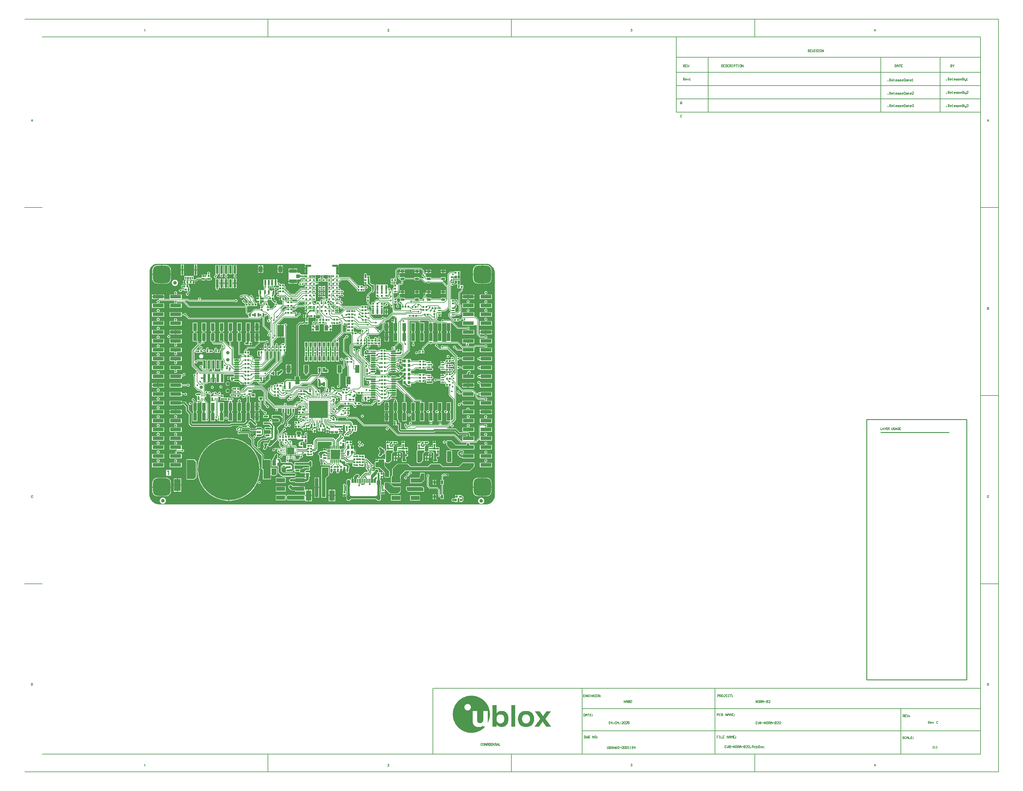
<source format=gtl>
G04*
G04 #@! TF.GenerationSoftware,Altium Limited,Altium Designer,24.6.1 (21)*
G04*
G04 Layer_Physical_Order=1*
G04 Layer_Color=255*
%FSLAX44Y44*%
%MOMM*%
G71*
G04*
G04 #@! TF.SameCoordinates,E70CDE82-3EE1-4166-B2EF-4B71CB92BF6A*
G04*
G04*
G04 #@! TF.FilePolarity,Positive*
G04*
G01*
G75*
%ADD10C,0.2000*%
%ADD11C,0.2500*%
%ADD12C,0.1270*%
%ADD14C,0.2540*%
%ADD16C,0.1000*%
%ADD18C,0.1524*%
%ADD19C,0.1500*%
%ADD24R,1.0500X0.6500*%
%ADD25R,0.6000X1.0000*%
%ADD26R,1.0000X1.5500*%
%ADD27R,0.7500X0.8500*%
%ADD28R,0.5000X0.6000*%
G04:AMPARAMS|DCode=29|XSize=0.3mm|YSize=1.15mm|CornerRadius=0.015mm|HoleSize=0mm|Usage=FLASHONLY|Rotation=180.000|XOffset=0mm|YOffset=0mm|HoleType=Round|Shape=RoundedRectangle|*
%AMROUNDEDRECTD29*
21,1,0.3000,1.1200,0,0,180.0*
21,1,0.2700,1.1500,0,0,180.0*
1,1,0.0300,-0.1350,0.5600*
1,1,0.0300,0.1350,0.5600*
1,1,0.0300,0.1350,-0.5600*
1,1,0.0300,-0.1350,-0.5600*
%
%ADD29ROUNDEDRECTD29*%
G04:AMPARAMS|DCode=30|XSize=0.6mm|YSize=1.15mm|CornerRadius=0.03mm|HoleSize=0mm|Usage=FLASHONLY|Rotation=180.000|XOffset=0mm|YOffset=0mm|HoleType=Round|Shape=RoundedRectangle|*
%AMROUNDEDRECTD30*
21,1,0.6000,1.0900,0,0,180.0*
21,1,0.5400,1.1500,0,0,180.0*
1,1,0.0600,-0.2700,0.5450*
1,1,0.0600,0.2700,0.5450*
1,1,0.0600,0.2700,-0.5450*
1,1,0.0600,-0.2700,-0.5450*
%
%ADD30ROUNDEDRECTD30*%
%ADD31R,1.0500X1.0000*%
%ADD32R,2.2000X1.0500*%
%ADD33O,1.5000X0.4500*%
%ADD34R,1.5000X0.4500*%
%ADD35R,2.5000X1.2000*%
%ADD36R,0.3600X0.5000*%
%ADD37R,0.4000X0.5000*%
%ADD38R,0.4500X0.3000*%
%ADD39R,0.3000X0.4500*%
%ADD40R,1.3000X0.5500*%
%ADD41R,0.9000X0.8000*%
%ADD42R,0.9500X0.4500*%
%ADD43R,0.5500X1.4000*%
%ADD44R,0.3500X0.3600*%
%ADD45R,1.2000X1.2500*%
%ADD46R,1.2000X1.8000*%
%ADD47R,0.6000X1.5500*%
%ADD48R,1.0200X2.1900*%
%ADD49R,0.6000X0.5000*%
%ADD50R,2.6000X2.6000*%
%ADD51R,0.8500X0.3000*%
%ADD52R,0.3000X0.8500*%
G04:AMPARAMS|DCode=53|XSize=0.2425mm|YSize=0.7397mm|CornerRadius=0.1212mm|HoleSize=0mm|Usage=FLASHONLY|Rotation=90.000|XOffset=0mm|YOffset=0mm|HoleType=Round|Shape=RoundedRectangle|*
%AMROUNDEDRECTD53*
21,1,0.2425,0.4972,0,0,90.0*
21,1,0.0000,0.7397,0,0,90.0*
1,1,0.2425,0.2486,0.0000*
1,1,0.2425,0.2486,0.0000*
1,1,0.2425,-0.2486,0.0000*
1,1,0.2425,-0.2486,0.0000*
%
%ADD53ROUNDEDRECTD53*%
G04:AMPARAMS|DCode=54|XSize=0.7397mm|YSize=0.2425mm|CornerRadius=0.1212mm|HoleSize=0mm|Usage=FLASHONLY|Rotation=90.000|XOffset=0mm|YOffset=0mm|HoleType=Round|Shape=RoundedRectangle|*
%AMROUNDEDRECTD54*
21,1,0.7397,0.0000,0,0,90.0*
21,1,0.4972,0.2425,0,0,90.0*
1,1,0.2425,0.0000,0.2486*
1,1,0.2425,0.0000,-0.2486*
1,1,0.2425,0.0000,-0.2486*
1,1,0.2425,0.0000,0.2486*
%
%ADD54ROUNDEDRECTD54*%
%ADD55R,0.2425X0.7397*%
%ADD58R,0.6000X0.6000*%
%ADD59R,3.1500X1.0000*%
%ADD60R,0.6500X0.8500*%
%ADD61R,0.7500X0.9000*%
%ADD62R,0.8000X0.6000*%
%ADD63R,0.8000X0.6000*%
%ADD64R,1.2700X2.2000*%
%ADD65R,0.7600X2.4000*%
%ADD66R,1.8500X3.4500*%
G04:AMPARAMS|DCode=67|XSize=0.5mm|YSize=0.175mm|CornerRadius=0.0438mm|HoleSize=0mm|Usage=FLASHONLY|Rotation=270.000|XOffset=0mm|YOffset=0mm|HoleType=Round|Shape=RoundedRectangle|*
%AMROUNDEDRECTD67*
21,1,0.5000,0.0875,0,0,270.0*
21,1,0.4125,0.1750,0,0,270.0*
1,1,0.0875,-0.0438,-0.2063*
1,1,0.0875,-0.0438,0.2063*
1,1,0.0875,0.0438,0.2063*
1,1,0.0875,0.0438,-0.2063*
%
%ADD67ROUNDEDRECTD67*%
G04:AMPARAMS|DCode=68|XSize=0.6mm|YSize=0.175mm|CornerRadius=0.0438mm|HoleSize=0mm|Usage=FLASHONLY|Rotation=90.000|XOffset=0mm|YOffset=0mm|HoleType=Round|Shape=RoundedRectangle|*
%AMROUNDEDRECTD68*
21,1,0.6000,0.0875,0,0,90.0*
21,1,0.5125,0.1750,0,0,90.0*
1,1,0.0875,0.0438,0.2563*
1,1,0.0875,0.0438,-0.2563*
1,1,0.0875,-0.0438,-0.2563*
1,1,0.0875,-0.0438,0.2563*
%
%ADD68ROUNDEDRECTD68*%
%ADD71R,0.5500X0.5200*%
%ADD72R,0.3000X0.3000*%
%ADD73R,1.0000X5.5000*%
%ADD74R,1.6000X3.0000*%
%ADD75R,0.6000X2.8000*%
%ADD76R,0.3000X0.8000*%
%ADD77R,2.0000X5.5000*%
%ADD78R,0.7600X1.2700*%
%ADD79R,0.5200X0.5500*%
%ADD80R,0.6000X0.6000*%
%ADD81R,0.3000X0.3000*%
%ADD82R,1.0000X0.6000*%
%ADD83R,0.6500X1.0500*%
%ADD84R,0.3600X0.3500*%
%ADD85R,0.6000X0.8000*%
%ADD86C,1.0000*%
%ADD116R,2.0500X2.0500*%
%ADD117C,0.5000*%
%ADD131R,0.7000X0.3000*%
%ADD153R,1.8796X1.8796*%
%ADD156C,0.2550*%
%ADD157C,0.2550*%
%ADD158C,0.1600*%
%ADD159C,0.1870*%
%ADD160C,0.1530*%
%ADD161C,0.1875*%
%ADD162C,0.1700*%
%ADD163C,0.1250*%
%ADD164C,0.2250*%
%ADD165C,0.4000*%
%ADD166C,0.2250*%
%ADD167R,5.4000X5.0000*%
%ADD168R,1.0000X1.6000*%
%ADD169C,17.7000*%
%ADD170C,0.4000*%
%ADD171C,0.5000*%
%ADD172C,0.7000*%
%ADD173C,0.3000*%
%ADD174C,0.2150*%
%ADD175C,0.4500*%
%ADD176C,0.9000*%
%ADD177C,0.6000*%
%ADD178C,0.1650*%
%ADD179C,0.3777*%
%ADD180O,1.0000X1.8000*%
%ADD181C,1.8796*%
G04:AMPARAMS|DCode=182|XSize=5mm|YSize=5mm|CornerRadius=1.25mm|HoleSize=0mm|Usage=FLASHONLY|Rotation=0.000|XOffset=0mm|YOffset=0mm|HoleType=Round|Shape=RoundedRectangle|*
%AMROUNDEDRECTD182*
21,1,5.0000,2.5000,0,0,0.0*
21,1,2.5000,5.0000,0,0,0.0*
1,1,2.5000,1.2500,-1.2500*
1,1,2.5000,-1.2500,-1.2500*
1,1,2.5000,-1.2500,1.2500*
1,1,2.5000,1.2500,1.2500*
%
%ADD182ROUNDEDRECTD182*%
%ADD183C,0.5080*%
%ADD184C,0.3000*%
G36*
X974387Y695395D02*
X977956Y694438D01*
X981150Y693115D01*
X984144Y691387D01*
X986887Y689282D01*
X989332Y686837D01*
X991436Y684094D01*
X993165Y681100D01*
X994488Y677906D01*
X995383Y674567D01*
X995704Y672129D01*
Y671806D01*
X995704D01*
X995704Y30456D01*
X995704Y27955D01*
X994728Y23047D01*
X992814Y18425D01*
X990034Y14265D01*
X986496Y10727D01*
X982336Y7947D01*
X977713Y6032D01*
X972806Y5056D01*
X970304Y5056D01*
X33036D01*
X31194Y5056D01*
X27540Y5537D01*
X23981Y6492D01*
X20576Y7902D01*
X17385Y9745D01*
X14462Y11989D01*
X11857Y14596D01*
X9615Y17520D01*
X7774Y20712D01*
X6365Y24117D01*
X5413Y27677D01*
X4933Y31330D01*
X4934Y33173D01*
X5275Y673506D01*
X5276Y675666D01*
X6120Y679901D01*
X7775Y683891D01*
X10175Y687482D01*
X11821Y689126D01*
X11844Y689137D01*
X14775Y691387D01*
X17770Y693115D01*
X20964Y694438D01*
X23531Y695126D01*
X25049Y695428D01*
X27208Y695428D01*
X27208Y695428D01*
Y695428D01*
X446110D01*
Y694809D01*
X449763D01*
X450836Y694334D01*
Y691080D01*
X455360D01*
Y689810D01*
X456630D01*
Y685286D01*
X457462D01*
X458360Y684388D01*
X458360Y679334D01*
X456630D01*
Y674810D01*
Y670286D01*
X457462D01*
X458360Y669388D01*
X458360Y664310D01*
X452787D01*
X452684Y664376D01*
X452533Y664344D01*
X452391Y664403D01*
X452166Y664310D01*
X450860D01*
Y664310D01*
X441492D01*
X436492Y669310D01*
X429066D01*
Y673290D01*
X416542D01*
X404018D01*
Y667786D01*
X404018D01*
X404018Y667786D01*
X404018Y650310D01*
X404018D01*
Y646330D01*
X416542D01*
X429066D01*
Y650310D01*
X436746D01*
X441746Y655310D01*
X452166Y655310D01*
X452391Y655217D01*
X452533Y655276D01*
X452684Y655244D01*
X452786Y655310D01*
X461836Y655310D01*
Y655286D01*
X465090D01*
Y659810D01*
X466360D01*
Y661080D01*
X470884D01*
Y662810D01*
X472836D01*
Y661080D01*
X477360D01*
X481884D01*
Y662810D01*
X494836Y662810D01*
Y661080D01*
X499360D01*
X503884D01*
Y662810D01*
X516836Y662810D01*
Y661080D01*
X521360D01*
X525884D01*
Y662810D01*
X527836D01*
Y661080D01*
X532360D01*
Y658540D01*
X527836D01*
Y655286D01*
X528034D01*
Y653310D01*
X527860D01*
Y644310D01*
Y633310D01*
X536860D01*
Y633340D01*
X538860D01*
Y633310D01*
X547860D01*
Y641379D01*
X548170Y641441D01*
X548914Y641938D01*
X555782Y648805D01*
X573246D01*
X586543Y635509D01*
X586543Y635509D01*
X600055Y621997D01*
X600121Y621820D01*
X600627Y621276D01*
X600769Y621099D01*
X600840Y620998D01*
Y620864D01*
X600782Y620688D01*
X600840Y620571D01*
Y620561D01*
X600819Y620437D01*
X600840Y620408D01*
Y616106D01*
X617040D01*
Y616356D01*
X617066Y616392D01*
X618310Y617100D01*
X619226Y616720D01*
X620834D01*
X622318Y617335D01*
X623455Y618471D01*
X624070Y619956D01*
Y621564D01*
X623455Y623049D01*
X622318Y624185D01*
X621085Y624696D01*
X621337Y625966D01*
X623239D01*
X623405Y625888D01*
X623555Y625881D01*
X623629Y625871D01*
X623705Y625853D01*
X623786Y625826D01*
X623874Y625788D01*
X623972Y625736D01*
X624080Y625668D01*
X624197Y625581D01*
X624323Y625474D01*
X624490Y625313D01*
X624776Y625200D01*
X625141Y624835D01*
X626626Y624220D01*
X628234D01*
X629719Y624835D01*
X630855Y625971D01*
X631470Y627456D01*
Y629064D01*
X630855Y630549D01*
X629719Y631685D01*
X628234Y632300D01*
X626626D01*
X625141Y631685D01*
X624776Y631320D01*
X624490Y631207D01*
X624323Y631046D01*
X624197Y630939D01*
X624079Y630852D01*
X623972Y630784D01*
X623874Y630732D01*
X623786Y630694D01*
X623705Y630667D01*
X623629Y630649D01*
X623555Y630639D01*
X623405Y630632D01*
X623239Y630554D01*
X617230D01*
X617052Y630633D01*
X617040Y630633D01*
Y633586D01*
X604601D01*
X604497Y633641D01*
X604361Y633600D01*
X604226Y633644D01*
X604124Y633593D01*
X604100Y633610D01*
X603630Y634011D01*
X603349Y634283D01*
X603251Y634322D01*
X603196Y634414D01*
X603075Y634445D01*
X581296Y656224D01*
X580552Y656721D01*
X579674Y656896D01*
X547860D01*
Y664310D01*
X541258D01*
X540360Y665208D01*
X540360Y670286D01*
X542090D01*
Y674810D01*
Y679334D01*
X541258D01*
X540360Y680232D01*
X540360Y685286D01*
X542090D01*
Y689810D01*
X543360D01*
Y691080D01*
X547884D01*
Y693536D01*
X548959Y694806D01*
X551610Y694805D01*
Y694805D01*
X552233Y695428D01*
X972082D01*
X974319Y695428D01*
X974387Y695395D01*
D02*
G37*
G36*
X452391Y656841D02*
X452353Y657046D01*
X452239Y657230D01*
X452051Y657392D01*
X451786Y657532D01*
X451446Y657651D01*
X451031Y657748D01*
X450540Y657824D01*
X449973Y657878D01*
X448613Y657922D01*
Y661699D01*
X449331Y661709D01*
X450540Y661796D01*
X451031Y661871D01*
X451446Y661969D01*
X451786Y662088D01*
X452051Y662228D01*
X452239Y662390D01*
X452353Y662574D01*
X452391Y662779D01*
Y656841D01*
D02*
G37*
G36*
X436799Y663228D02*
X436913Y662907D01*
X437101Y662624D01*
X437366Y662378D01*
X437706Y662171D01*
X438121Y662001D01*
X438612Y661869D01*
X439179Y661774D01*
X439821Y661717D01*
X440539Y661699D01*
Y657922D01*
X439821Y657903D01*
X439179Y657846D01*
X438612Y657751D01*
X438121Y657619D01*
X437706Y657449D01*
X437366Y657242D01*
X437101Y656996D01*
X436913Y656713D01*
X436799Y656392D01*
X436762Y656033D01*
Y663587D01*
X436799Y663228D01*
D02*
G37*
G36*
X536390Y651779D02*
X536093Y651472D01*
X535626Y650920D01*
X535457Y650676D01*
X535330Y650454D01*
X535245Y650252D01*
X535202Y650072D01*
Y649913D01*
X535245Y649775D01*
X535330Y649658D01*
X533208Y651779D01*
X533325Y651695D01*
X533463Y651652D01*
X533622D01*
X533802Y651695D01*
X534004Y651779D01*
X534226Y651907D01*
X534470Y652076D01*
X534735Y652289D01*
X535330Y652840D01*
X536390Y651779D01*
D02*
G37*
G36*
Y640779D02*
X536093Y640472D01*
X535626Y639920D01*
X535457Y639676D01*
X535330Y639454D01*
X535245Y639252D01*
X535202Y639072D01*
Y638913D01*
X535245Y638775D01*
X535330Y638658D01*
X533208Y640779D01*
X533325Y640695D01*
X533463Y640652D01*
X533622D01*
X533802Y640695D01*
X534004Y640779D01*
X534226Y640907D01*
X534470Y641077D01*
X534735Y641289D01*
X535330Y641840D01*
X536390Y640779D01*
D02*
G37*
G36*
X602537Y632809D02*
X603102Y632328D01*
X603349Y632153D01*
X603572Y632022D01*
X603773Y631935D01*
X603950Y631891D01*
X604104Y631892D01*
X604235Y631937D01*
X604342Y632025D01*
X602401Y629784D01*
X602476Y629905D01*
X602510Y630046D01*
X602504Y630207D01*
X602456Y630389D01*
X602367Y630591D01*
X602238Y630813D01*
X602067Y631055D01*
X601856Y631319D01*
X601310Y631906D01*
X602220Y633116D01*
X602537Y632809D01*
D02*
G37*
G36*
X615524Y629618D02*
X615569Y629490D01*
X615644Y629378D01*
X615750Y629280D01*
X615885Y629198D01*
X616049Y629130D01*
X616245Y629077D01*
X616469Y629040D01*
X616725Y629017D01*
X617010Y629010D01*
Y627510D01*
X616725Y627503D01*
X616469Y627480D01*
X616245Y627443D01*
X616049Y627390D01*
X615885Y627323D01*
X615750Y627240D01*
X615644Y627142D01*
X615569Y627030D01*
X615524Y626903D01*
X615509Y626760D01*
Y629760D01*
X615524Y629618D01*
D02*
G37*
G36*
X625616Y626482D02*
X625413Y626677D01*
X625208Y626852D01*
X625000Y627006D01*
X624790Y627140D01*
X624578Y627253D01*
X624363Y627346D01*
X624146Y627417D01*
X623926Y627469D01*
X623704Y627500D01*
X623479Y627510D01*
Y629010D01*
X623704Y629020D01*
X623926Y629051D01*
X624146Y629103D01*
X624363Y629174D01*
X624578Y629267D01*
X624790Y629380D01*
X625000Y629514D01*
X625208Y629668D01*
X625413Y629843D01*
X625616Y630038D01*
Y626482D01*
D02*
G37*
G36*
X618216Y618982D02*
X618013Y619177D01*
X617808Y619352D01*
X617601Y619506D01*
X617391Y619640D01*
X617178Y619753D01*
X616963Y619846D01*
X616746Y619917D01*
X616526Y619969D01*
X616459Y619978D01*
X616245Y619943D01*
X616049Y619890D01*
X615885Y619823D01*
X615750Y619740D01*
X615644Y619642D01*
X615569Y619530D01*
X615524Y619403D01*
X615509Y619260D01*
Y622260D01*
X615524Y622118D01*
X615569Y621990D01*
X615644Y621878D01*
X615750Y621780D01*
X615885Y621698D01*
X616049Y621630D01*
X616245Y621577D01*
X616459Y621542D01*
X616526Y621551D01*
X616746Y621603D01*
X616963Y621674D01*
X617178Y621767D01*
X617391Y621880D01*
X617601Y622014D01*
X617808Y622168D01*
X618013Y622343D01*
X618216Y622538D01*
Y618982D01*
D02*
G37*
G36*
X602537Y623829D02*
X603102Y623348D01*
X603349Y623173D01*
X603572Y623042D01*
X603773Y622955D01*
X603950Y622911D01*
X604104Y622912D01*
X604235Y622957D01*
X604342Y623045D01*
X602401Y620804D01*
X602476Y620925D01*
X602510Y621066D01*
X602504Y621227D01*
X602456Y621409D01*
X602367Y621611D01*
X602238Y621833D01*
X602067Y622076D01*
X601856Y622338D01*
X601310Y622925D01*
X602220Y624136D01*
X602537Y623829D01*
D02*
G37*
G36*
X1156705Y-588763D02*
X1156252D01*
Y-589216D01*
Y-589670D01*
X1155798D01*
Y-590123D01*
X1155345D01*
Y-590577D01*
X1154891D01*
Y-591030D01*
Y-591484D01*
X1154438D01*
Y-591937D01*
X1153984D01*
Y-592391D01*
Y-592845D01*
X1153531D01*
Y-593298D01*
X1153077D01*
Y-593752D01*
X1152624D01*
Y-594205D01*
Y-594659D01*
X1152170D01*
Y-595112D01*
X1151716D01*
Y-595566D01*
X1151263D01*
Y-596019D01*
Y-596473D01*
X1150809D01*
Y-596926D01*
X1150356D01*
Y-597380D01*
X1149902D01*
Y-597834D01*
Y-598287D01*
X1149449D01*
Y-598741D01*
X1148995D01*
Y-599194D01*
Y-599648D01*
X1148541D01*
Y-600101D01*
X1148088D01*
Y-600555D01*
X1147634D01*
Y-601008D01*
Y-601462D01*
X1147181D01*
Y-601916D01*
X1146727D01*
Y-602369D01*
X1146274D01*
Y-602823D01*
Y-603276D01*
X1145820D01*
Y-603730D01*
X1145367D01*
Y-604183D01*
Y-604637D01*
X1144913D01*
Y-605090D01*
X1144460D01*
Y-605544D01*
X1144006D01*
Y-605998D01*
Y-606451D01*
X1143552D01*
Y-606905D01*
X1143099D01*
Y-607358D01*
X1142645D01*
Y-607812D01*
Y-608265D01*
X1142192D01*
Y-608719D01*
X1141738D01*
Y-609173D01*
X1141285D01*
Y-609626D01*
Y-610080D01*
Y-610533D01*
X1141738D01*
Y-610987D01*
Y-611440D01*
X1142192D01*
Y-611894D01*
X1142645D01*
Y-612347D01*
X1143099D01*
Y-612801D01*
Y-613255D01*
X1143552D01*
Y-613708D01*
X1144006D01*
Y-614162D01*
X1144460D01*
Y-614615D01*
Y-615069D01*
X1144913D01*
Y-615522D01*
X1145367D01*
Y-615976D01*
Y-616429D01*
X1145820D01*
Y-616883D01*
X1146274D01*
Y-617337D01*
X1146727D01*
Y-617790D01*
Y-618244D01*
X1147181D01*
Y-618697D01*
X1147634D01*
Y-619151D01*
X1148088D01*
Y-619604D01*
Y-620058D01*
X1148541D01*
Y-620511D01*
X1148995D01*
Y-620965D01*
X1149449D01*
Y-621418D01*
Y-621872D01*
X1149902D01*
Y-622326D01*
X1150356D01*
Y-622779D01*
X1150809D01*
Y-623233D01*
Y-623686D01*
X1151263D01*
Y-624140D01*
X1151716D01*
Y-624593D01*
X1152170D01*
Y-625047D01*
Y-625501D01*
X1152624D01*
Y-625954D01*
X1153077D01*
Y-626408D01*
X1153531D01*
Y-626861D01*
Y-627315D01*
X1153984D01*
Y-627768D01*
X1154438D01*
Y-628222D01*
Y-628675D01*
X1154891D01*
Y-629129D01*
X1155345D01*
Y-629583D01*
X1155798D01*
Y-630036D01*
Y-630490D01*
X1156252D01*
Y-630943D01*
X1156705D01*
Y-631397D01*
X1157159D01*
Y-631850D01*
X1157613D01*
Y-632304D01*
X1143099D01*
Y-631850D01*
Y-631397D01*
X1142645D01*
Y-630943D01*
X1142192D01*
Y-630490D01*
X1141738D01*
Y-630036D01*
Y-629583D01*
X1141285D01*
Y-629129D01*
X1140831D01*
Y-628675D01*
X1140378D01*
Y-628222D01*
Y-627768D01*
X1139924D01*
Y-627315D01*
X1139470D01*
Y-626861D01*
Y-626408D01*
X1139017D01*
Y-625954D01*
X1138563D01*
Y-625501D01*
X1138110D01*
Y-625047D01*
Y-624593D01*
X1137656D01*
Y-624140D01*
X1137203D01*
Y-623686D01*
X1136749D01*
Y-623233D01*
Y-622779D01*
X1136295D01*
Y-622326D01*
X1135842D01*
Y-621872D01*
Y-621418D01*
X1135388D01*
Y-620965D01*
X1134935D01*
Y-620511D01*
X1134481D01*
Y-620058D01*
Y-619604D01*
X1134028D01*
Y-619151D01*
X1133574D01*
Y-618697D01*
X1133121D01*
Y-618244D01*
X1132667D01*
Y-618697D01*
Y-619151D01*
X1132214D01*
Y-619604D01*
X1131760D01*
Y-620058D01*
X1131306D01*
Y-620511D01*
Y-620965D01*
X1130853D01*
Y-621418D01*
X1130399D01*
Y-621872D01*
Y-622326D01*
X1129946D01*
Y-622779D01*
X1129492D01*
Y-623233D01*
X1129039D01*
Y-623686D01*
Y-624140D01*
X1128585D01*
Y-624593D01*
X1128131D01*
Y-625047D01*
Y-625501D01*
X1127678D01*
Y-625954D01*
X1127224D01*
Y-626408D01*
X1126771D01*
Y-626861D01*
Y-627315D01*
X1126317D01*
Y-627768D01*
X1125864D01*
Y-628222D01*
Y-628675D01*
X1125410D01*
Y-629129D01*
X1124957D01*
Y-629583D01*
X1124503D01*
Y-630036D01*
Y-630490D01*
X1124049D01*
Y-630943D01*
X1123596D01*
Y-631397D01*
Y-631850D01*
X1123142D01*
Y-632304D01*
X1109989D01*
Y-631850D01*
X1110443D01*
Y-631397D01*
X1110896D01*
Y-630943D01*
Y-630490D01*
X1111350D01*
Y-630036D01*
X1111803D01*
Y-629583D01*
X1112257D01*
Y-629129D01*
Y-628675D01*
X1112711D01*
Y-628222D01*
X1113164D01*
Y-627768D01*
Y-627315D01*
X1113618D01*
Y-626861D01*
X1114071D01*
Y-626408D01*
X1114525D01*
Y-625954D01*
X1114978D01*
Y-625501D01*
Y-625047D01*
X1115432D01*
Y-624593D01*
X1115885D01*
Y-624140D01*
Y-623686D01*
X1116339D01*
Y-623233D01*
X1116793D01*
Y-622779D01*
X1117246D01*
Y-622326D01*
Y-621872D01*
X1117700D01*
Y-621418D01*
X1118153D01*
Y-620965D01*
X1118607D01*
Y-620511D01*
Y-620058D01*
X1119060D01*
Y-619604D01*
X1119514D01*
Y-619151D01*
X1119967D01*
Y-618697D01*
Y-618244D01*
X1120421D01*
Y-617790D01*
X1120875D01*
Y-617337D01*
X1121328D01*
Y-616883D01*
Y-616429D01*
X1121782D01*
Y-615976D01*
X1122235D01*
Y-615522D01*
X1122689D01*
Y-615069D01*
Y-614615D01*
X1123142D01*
Y-614162D01*
X1123596D01*
Y-613708D01*
X1124049D01*
Y-613255D01*
Y-612801D01*
X1124503D01*
Y-612347D01*
X1124957D01*
Y-611894D01*
Y-611440D01*
X1125410D01*
Y-610987D01*
X1125864D01*
Y-610533D01*
X1126317D01*
Y-610080D01*
Y-609626D01*
X1125864D01*
Y-609173D01*
X1125410D01*
Y-608719D01*
X1124957D01*
Y-608265D01*
Y-607812D01*
X1124503D01*
Y-607358D01*
X1124049D01*
Y-606905D01*
X1123596D01*
Y-606451D01*
Y-605998D01*
X1123142D01*
Y-605544D01*
X1122689D01*
Y-605090D01*
Y-604637D01*
X1122235D01*
Y-604183D01*
X1121782D01*
Y-603730D01*
X1121328D01*
Y-603276D01*
Y-602823D01*
X1120875D01*
Y-602369D01*
X1120421D01*
Y-601916D01*
X1119967D01*
Y-601462D01*
Y-601008D01*
X1119514D01*
Y-600555D01*
X1119060D01*
Y-600101D01*
Y-599648D01*
X1118607D01*
Y-599194D01*
X1118153D01*
Y-598741D01*
X1117700D01*
Y-598287D01*
Y-597834D01*
X1117246D01*
Y-597380D01*
X1116793D01*
Y-596926D01*
X1116339D01*
Y-596473D01*
Y-596019D01*
X1115885D01*
Y-595566D01*
X1115432D01*
Y-595112D01*
Y-594659D01*
X1114978D01*
Y-594205D01*
X1114525D01*
Y-593752D01*
X1114071D01*
Y-593298D01*
Y-592845D01*
X1113618D01*
Y-592391D01*
X1113164D01*
Y-591937D01*
X1112711D01*
Y-591484D01*
Y-591030D01*
X1112257D01*
Y-590577D01*
X1111803D01*
Y-590123D01*
Y-589670D01*
X1111350D01*
Y-589216D01*
X1110896D01*
Y-588763D01*
X1110443D01*
Y-588309D01*
X1124503D01*
Y-588763D01*
X1124957D01*
Y-589216D01*
X1125410D01*
Y-589670D01*
Y-590123D01*
X1125864D01*
Y-590577D01*
X1126317D01*
Y-591030D01*
X1126771D01*
Y-591484D01*
Y-591937D01*
X1127224D01*
Y-592391D01*
X1127678D01*
Y-592845D01*
Y-593298D01*
X1128131D01*
Y-593752D01*
X1128585D01*
Y-594205D01*
Y-594659D01*
X1129039D01*
Y-595112D01*
X1129492D01*
Y-595566D01*
X1129946D01*
Y-596019D01*
Y-596473D01*
X1130399D01*
Y-596926D01*
X1130853D01*
Y-597380D01*
Y-597834D01*
X1131306D01*
Y-598287D01*
X1131760D01*
Y-598741D01*
X1132214D01*
Y-599194D01*
Y-599648D01*
X1132667D01*
Y-600101D01*
X1133121D01*
Y-600555D01*
Y-601008D01*
X1133574D01*
Y-601462D01*
X1134028D01*
Y-601916D01*
X1134481D01*
Y-601462D01*
X1134935D01*
Y-601008D01*
Y-600555D01*
X1135388D01*
Y-600101D01*
X1135842D01*
Y-599648D01*
X1136295D01*
Y-599194D01*
Y-598741D01*
X1136749D01*
Y-598287D01*
X1137203D01*
Y-597834D01*
Y-597380D01*
X1137656D01*
Y-596926D01*
X1138110D01*
Y-596473D01*
X1138563D01*
Y-596019D01*
Y-595566D01*
X1139017D01*
Y-595112D01*
X1139470D01*
Y-594659D01*
Y-594205D01*
X1139924D01*
Y-593752D01*
X1140378D01*
Y-593298D01*
X1140831D01*
Y-592845D01*
Y-592391D01*
X1141285D01*
Y-591937D01*
X1141738D01*
Y-591484D01*
Y-591030D01*
X1142192D01*
Y-590577D01*
X1142645D01*
Y-590123D01*
X1143099D01*
Y-589670D01*
Y-589216D01*
X1143552D01*
Y-588763D01*
X1144006D01*
Y-588309D01*
X1156705D01*
Y-588763D01*
D02*
G37*
G36*
X930835Y-543861D02*
X935370D01*
Y-544314D01*
X938092D01*
Y-544768D01*
X940359D01*
Y-545221D01*
X942173D01*
Y-545675D01*
X943988D01*
Y-546128D01*
X945348D01*
Y-546582D01*
X946709D01*
Y-547035D01*
X948070D01*
Y-547489D01*
X948977D01*
Y-547943D01*
X950338D01*
Y-548396D01*
X951245D01*
Y-548850D01*
X952152D01*
Y-549303D01*
X953059D01*
Y-549757D01*
X953966D01*
Y-550210D01*
X954873D01*
Y-550664D01*
X955327D01*
Y-551117D01*
X956234D01*
Y-551571D01*
X957141D01*
Y-552024D01*
X957594D01*
Y-552478D01*
X958502D01*
Y-552932D01*
X958955D01*
Y-553385D01*
X959862D01*
Y-553839D01*
X960316D01*
Y-554292D01*
X960769D01*
Y-554746D01*
X961676D01*
Y-555199D01*
X962130D01*
Y-555653D01*
X962583D01*
Y-556106D01*
X963037D01*
Y-556560D01*
X963944D01*
Y-557014D01*
X964398D01*
Y-557467D01*
X964851D01*
Y-557921D01*
X965305D01*
Y-558374D01*
X965758D01*
Y-558828D01*
X966212D01*
Y-559281D01*
X966665D01*
Y-559735D01*
X967119D01*
Y-560188D01*
X967573D01*
Y-560642D01*
X968026D01*
Y-561096D01*
X968480D01*
Y-561549D01*
X968933D01*
Y-562003D01*
Y-562456D01*
X969387D01*
Y-562910D01*
X969840D01*
Y-563363D01*
X970294D01*
Y-563817D01*
X970748D01*
Y-564271D01*
Y-564724D01*
X971201D01*
Y-565178D01*
X971655D01*
Y-565631D01*
X972108D01*
Y-566085D01*
Y-566538D01*
X972562D01*
Y-566992D01*
X973015D01*
Y-567445D01*
Y-567899D01*
X973469D01*
Y-568353D01*
X973922D01*
Y-568806D01*
Y-569260D01*
X974376D01*
Y-569713D01*
X974829D01*
Y-570167D01*
Y-570620D01*
X975283D01*
Y-571074D01*
Y-571527D01*
X975737D01*
Y-571981D01*
Y-572435D01*
X976190D01*
Y-572888D01*
Y-573342D01*
X976644D01*
Y-573795D01*
Y-574249D01*
X977097D01*
Y-574702D01*
Y-575156D01*
X977551D01*
Y-575609D01*
Y-576063D01*
X978004D01*
Y-576516D01*
Y-576970D01*
Y-577424D01*
X978458D01*
Y-577877D01*
Y-578331D01*
X978912D01*
Y-578784D01*
Y-579238D01*
Y-579691D01*
X979365D01*
Y-580145D01*
Y-580598D01*
Y-581052D01*
X979819D01*
Y-581506D01*
Y-581959D01*
Y-582413D01*
Y-582866D01*
X980272D01*
Y-583320D01*
Y-583773D01*
Y-584227D01*
Y-584680D01*
X980726D01*
Y-585134D01*
Y-585588D01*
Y-586041D01*
Y-586495D01*
X981179D01*
Y-586948D01*
Y-587402D01*
Y-587855D01*
Y-588309D01*
Y-588763D01*
Y-589216D01*
Y-589670D01*
X981633D01*
Y-590123D01*
Y-590577D01*
Y-591030D01*
Y-591484D01*
Y-591937D01*
Y-592391D01*
Y-592845D01*
Y-593298D01*
Y-593752D01*
Y-594205D01*
Y-594659D01*
X982086D01*
Y-595112D01*
Y-595566D01*
Y-596019D01*
Y-596473D01*
Y-596926D01*
Y-597380D01*
Y-597834D01*
Y-598287D01*
Y-598741D01*
Y-599194D01*
X981633D01*
Y-599648D01*
Y-600101D01*
Y-600555D01*
Y-601008D01*
Y-601462D01*
Y-601916D01*
Y-602369D01*
Y-602823D01*
Y-603276D01*
Y-603730D01*
Y-604183D01*
X981179D01*
Y-604637D01*
Y-605090D01*
Y-605544D01*
Y-605998D01*
Y-606451D01*
Y-606905D01*
X980726D01*
Y-607358D01*
Y-607812D01*
Y-608265D01*
Y-608719D01*
Y-609173D01*
X980272D01*
Y-609626D01*
Y-610080D01*
Y-610533D01*
Y-610987D01*
X979819D01*
Y-611440D01*
Y-611894D01*
Y-612347D01*
Y-612801D01*
X979365D01*
Y-613255D01*
Y-613708D01*
Y-614162D01*
X978912D01*
Y-614615D01*
Y-615069D01*
X978458D01*
Y-615522D01*
Y-615976D01*
Y-616429D01*
X978004D01*
Y-616883D01*
Y-617337D01*
X977551D01*
Y-617790D01*
Y-618244D01*
Y-618697D01*
X977097D01*
Y-619151D01*
Y-619604D01*
X976644D01*
Y-620058D01*
Y-620511D01*
X976190D01*
Y-620965D01*
Y-621418D01*
X975737D01*
Y-621872D01*
Y-622326D01*
X975283D01*
Y-621872D01*
Y-621418D01*
Y-620965D01*
Y-620511D01*
Y-620058D01*
Y-619604D01*
Y-619151D01*
Y-618697D01*
Y-618244D01*
Y-617790D01*
Y-617337D01*
Y-616883D01*
Y-616429D01*
Y-615976D01*
Y-615522D01*
Y-615069D01*
Y-614615D01*
Y-614162D01*
Y-613708D01*
Y-613255D01*
Y-612801D01*
Y-612347D01*
Y-611894D01*
Y-611440D01*
Y-610987D01*
Y-610533D01*
Y-610080D01*
Y-609626D01*
Y-609173D01*
Y-608719D01*
Y-608265D01*
Y-607812D01*
Y-607358D01*
Y-606905D01*
Y-606451D01*
Y-605998D01*
Y-605544D01*
Y-605090D01*
Y-604637D01*
Y-604183D01*
Y-603730D01*
Y-603276D01*
Y-602823D01*
Y-602369D01*
Y-601916D01*
Y-601462D01*
Y-601008D01*
Y-600555D01*
Y-600101D01*
Y-599648D01*
Y-599194D01*
Y-598741D01*
Y-598287D01*
Y-597834D01*
Y-597380D01*
Y-596926D01*
Y-596473D01*
Y-596019D01*
Y-595566D01*
Y-595112D01*
Y-594659D01*
Y-594205D01*
Y-593752D01*
Y-593298D01*
Y-592845D01*
Y-592391D01*
Y-591937D01*
Y-591484D01*
Y-591030D01*
Y-590577D01*
Y-590123D01*
Y-589670D01*
Y-589216D01*
Y-588763D01*
Y-588309D01*
Y-587855D01*
X962583D01*
Y-588309D01*
Y-588763D01*
Y-589216D01*
Y-589670D01*
Y-590123D01*
Y-590577D01*
Y-591030D01*
Y-591484D01*
Y-591937D01*
Y-592391D01*
Y-592845D01*
Y-593298D01*
Y-593752D01*
Y-594205D01*
Y-594659D01*
Y-595112D01*
Y-595566D01*
Y-596019D01*
Y-596473D01*
Y-596926D01*
Y-597380D01*
Y-597834D01*
Y-598287D01*
Y-598741D01*
Y-599194D01*
Y-599648D01*
Y-600101D01*
Y-600555D01*
Y-601008D01*
Y-601462D01*
Y-601916D01*
Y-602369D01*
Y-602823D01*
Y-603276D01*
Y-603730D01*
Y-604183D01*
Y-604637D01*
Y-605090D01*
Y-605544D01*
Y-605998D01*
Y-606451D01*
Y-606905D01*
Y-607358D01*
Y-607812D01*
Y-608265D01*
Y-608719D01*
Y-609173D01*
Y-609626D01*
Y-610080D01*
Y-610533D01*
Y-610987D01*
Y-611440D01*
Y-611894D01*
Y-612347D01*
Y-612801D01*
Y-613255D01*
Y-613708D01*
Y-614162D01*
Y-614615D01*
Y-615069D01*
Y-615522D01*
X962130D01*
Y-615976D01*
Y-616429D01*
Y-616883D01*
Y-617337D01*
X961676D01*
Y-617790D01*
Y-618244D01*
X961223D01*
Y-618697D01*
Y-619151D01*
X960769D01*
Y-619604D01*
X960316D01*
Y-620058D01*
X959862D01*
Y-620511D01*
X959409D01*
Y-620965D01*
X958955D01*
Y-621418D01*
X958048D01*
Y-621872D01*
X956687D01*
Y-622326D01*
X950338D01*
Y-621872D01*
X948977D01*
Y-621418D01*
X948070D01*
Y-620965D01*
X947616D01*
Y-620511D01*
X947163D01*
Y-620058D01*
X946709D01*
Y-619604D01*
Y-619151D01*
X946255D01*
Y-618697D01*
Y-618244D01*
X945802D01*
Y-617790D01*
Y-617337D01*
Y-616883D01*
Y-616429D01*
X945348D01*
Y-615976D01*
Y-615522D01*
Y-615069D01*
Y-614615D01*
Y-614162D01*
Y-613708D01*
Y-613255D01*
Y-612801D01*
Y-612347D01*
Y-611894D01*
Y-611440D01*
Y-610987D01*
Y-610533D01*
Y-610080D01*
Y-609626D01*
Y-609173D01*
Y-608719D01*
Y-608265D01*
Y-607812D01*
Y-607358D01*
Y-606905D01*
Y-606451D01*
Y-605998D01*
Y-605544D01*
Y-605090D01*
Y-604637D01*
Y-604183D01*
Y-603730D01*
Y-603276D01*
Y-602823D01*
Y-602369D01*
Y-601916D01*
Y-601462D01*
Y-601008D01*
Y-600555D01*
Y-600101D01*
Y-599648D01*
Y-599194D01*
Y-598741D01*
Y-598287D01*
Y-597834D01*
Y-597380D01*
Y-596926D01*
Y-596473D01*
Y-596019D01*
Y-595566D01*
Y-595112D01*
Y-594659D01*
Y-594205D01*
Y-593752D01*
Y-593298D01*
Y-592845D01*
Y-592391D01*
Y-591937D01*
Y-591484D01*
Y-591030D01*
Y-590577D01*
Y-590123D01*
Y-589670D01*
Y-589216D01*
Y-588763D01*
Y-588309D01*
Y-587855D01*
X932649D01*
Y-588309D01*
Y-588763D01*
Y-589216D01*
Y-589670D01*
Y-590123D01*
Y-590577D01*
Y-591030D01*
Y-591484D01*
Y-591937D01*
Y-592391D01*
Y-592845D01*
Y-593298D01*
Y-593752D01*
Y-594205D01*
Y-594659D01*
Y-595112D01*
Y-595566D01*
Y-596019D01*
Y-596473D01*
Y-596926D01*
Y-597380D01*
Y-597834D01*
Y-598287D01*
Y-598741D01*
Y-599194D01*
Y-599648D01*
Y-600101D01*
Y-600555D01*
Y-601008D01*
Y-601462D01*
Y-601916D01*
Y-602369D01*
Y-602823D01*
Y-603276D01*
Y-603730D01*
Y-604183D01*
Y-604637D01*
Y-605090D01*
Y-605544D01*
Y-605998D01*
Y-606451D01*
Y-606905D01*
Y-607358D01*
Y-607812D01*
Y-608265D01*
Y-608719D01*
Y-609173D01*
Y-609626D01*
Y-610080D01*
Y-610533D01*
Y-610987D01*
Y-611440D01*
Y-611894D01*
Y-612347D01*
Y-612801D01*
Y-613255D01*
Y-613708D01*
Y-614162D01*
Y-614615D01*
Y-615069D01*
Y-615522D01*
Y-615976D01*
Y-616429D01*
Y-616883D01*
Y-617337D01*
Y-617790D01*
Y-618244D01*
Y-618697D01*
Y-619151D01*
Y-619604D01*
Y-620058D01*
Y-620511D01*
Y-620965D01*
X933102D01*
Y-621418D01*
Y-621872D01*
Y-622326D01*
Y-622779D01*
X933556D01*
Y-623233D01*
Y-623686D01*
Y-624140D01*
X934009D01*
Y-624593D01*
Y-625047D01*
Y-625501D01*
X934463D01*
Y-625954D01*
Y-626408D01*
X934917D01*
Y-626861D01*
X935370D01*
Y-627315D01*
Y-627768D01*
X935824D01*
Y-628222D01*
X936277D01*
Y-628675D01*
X936731D01*
Y-629129D01*
X937184D01*
Y-629583D01*
X937638D01*
Y-630036D01*
X938092D01*
Y-630490D01*
X938999D01*
Y-630943D01*
X939452D01*
Y-631397D01*
X940359D01*
Y-631850D01*
X941266D01*
Y-632304D01*
X942173D01*
Y-632757D01*
X943534D01*
Y-633211D01*
X945348D01*
Y-633665D01*
X954419D01*
Y-633211D01*
X956234D01*
Y-632757D01*
X957141D01*
Y-632304D01*
X958502D01*
Y-631850D01*
X958955D01*
Y-631397D01*
X959862D01*
Y-630943D01*
X960316D01*
Y-630490D01*
X960769D01*
Y-630036D01*
X961676D01*
Y-629583D01*
X962130D01*
Y-629129D01*
X962583D01*
Y-628675D01*
Y-628222D01*
X963037D01*
Y-628675D01*
Y-629129D01*
Y-629583D01*
Y-630036D01*
Y-630490D01*
Y-630943D01*
Y-631397D01*
Y-631850D01*
Y-632304D01*
Y-632757D01*
X968026D01*
Y-633211D01*
X967573D01*
Y-633665D01*
X967119D01*
Y-634118D01*
X966665D01*
Y-634572D01*
X966212D01*
Y-635025D01*
X965758D01*
Y-635479D01*
X965305D01*
Y-635932D01*
X964851D01*
Y-636386D01*
X964398D01*
Y-636839D01*
X963491D01*
Y-637293D01*
X963037D01*
Y-637747D01*
X962583D01*
Y-638200D01*
X962130D01*
Y-638654D01*
X961223D01*
Y-639107D01*
X960769D01*
Y-639561D01*
X960316D01*
Y-640014D01*
X959409D01*
Y-640468D01*
X958955D01*
Y-640921D01*
X958048D01*
Y-641375D01*
X957594D01*
Y-641829D01*
X956687D01*
Y-642282D01*
X956234D01*
Y-642736D01*
X955327D01*
Y-643189D01*
X954419D01*
Y-643643D01*
X953512D01*
Y-644096D01*
X953059D01*
Y-644550D01*
X952152D01*
Y-645004D01*
X950791D01*
Y-645457D01*
X949884D01*
Y-645911D01*
X948977D01*
Y-646364D01*
X947616D01*
Y-646818D01*
X946709D01*
Y-647271D01*
X945348D01*
Y-647725D01*
X943534D01*
Y-648178D01*
X942173D01*
Y-648632D01*
X940359D01*
Y-649085D01*
X937638D01*
Y-649539D01*
X934463D01*
Y-649993D01*
X922671D01*
Y-649539D01*
X919496D01*
Y-649085D01*
X917228D01*
Y-648632D01*
X915414D01*
Y-648178D01*
X913599D01*
Y-647725D01*
X912239D01*
Y-647271D01*
X910878D01*
Y-646818D01*
X909518D01*
Y-646364D01*
X908610D01*
Y-645911D01*
X907250D01*
Y-645457D01*
X906343D01*
Y-645004D01*
X905435D01*
Y-644550D01*
X904528D01*
Y-644096D01*
X903621D01*
Y-643643D01*
X902714D01*
Y-643189D01*
X901807D01*
Y-642736D01*
X901354D01*
Y-642282D01*
X900446D01*
Y-641829D01*
X899539D01*
Y-641375D01*
X899086D01*
Y-640921D01*
X898179D01*
Y-640468D01*
X897725D01*
Y-640014D01*
X897271D01*
Y-639561D01*
X896364D01*
Y-639107D01*
X895911D01*
Y-638654D01*
X895457D01*
Y-638200D01*
X894550D01*
Y-637747D01*
X894097D01*
Y-637293D01*
X893643D01*
Y-636839D01*
X893189D01*
Y-636386D01*
X892736D01*
Y-635932D01*
X892282D01*
Y-635479D01*
X891829D01*
Y-635025D01*
X891375D01*
Y-634572D01*
X890922D01*
Y-634118D01*
X890468D01*
Y-633665D01*
X890015D01*
Y-633211D01*
X889561D01*
Y-632757D01*
X889108D01*
Y-632304D01*
X888654D01*
Y-631850D01*
X888200D01*
Y-631397D01*
X887747D01*
Y-630943D01*
X887293D01*
Y-630490D01*
Y-630036D01*
X886840D01*
Y-629583D01*
X886386D01*
Y-629129D01*
X885933D01*
Y-628675D01*
X885479D01*
Y-628222D01*
Y-627768D01*
X885025D01*
Y-627315D01*
X884572D01*
Y-626861D01*
Y-626408D01*
X884118D01*
Y-625954D01*
X883665D01*
Y-625501D01*
Y-625047D01*
X883211D01*
Y-624593D01*
X882758D01*
Y-624140D01*
Y-623686D01*
X882304D01*
Y-623233D01*
Y-622779D01*
X881851D01*
Y-622326D01*
Y-621872D01*
X881397D01*
Y-621418D01*
Y-620965D01*
X880944D01*
Y-620511D01*
Y-620058D01*
X880490D01*
Y-619604D01*
Y-619151D01*
X880036D01*
Y-618697D01*
Y-618244D01*
X879583D01*
Y-617790D01*
Y-617337D01*
X879129D01*
Y-616883D01*
Y-616429D01*
Y-615976D01*
X878676D01*
Y-615522D01*
Y-615069D01*
Y-614615D01*
X878222D01*
Y-614162D01*
Y-613708D01*
X877769D01*
Y-613255D01*
Y-612801D01*
Y-612347D01*
Y-611894D01*
X877315D01*
Y-611440D01*
Y-610987D01*
Y-610533D01*
X876861D01*
Y-610080D01*
Y-609626D01*
Y-609173D01*
Y-608719D01*
X876408D01*
Y-608265D01*
Y-607812D01*
Y-607358D01*
Y-606905D01*
Y-606451D01*
X875954D01*
Y-605998D01*
Y-605544D01*
Y-605090D01*
Y-604637D01*
Y-604183D01*
Y-603730D01*
Y-603276D01*
X875501D01*
Y-602823D01*
Y-602369D01*
Y-601916D01*
Y-601462D01*
Y-601008D01*
Y-600555D01*
Y-600101D01*
Y-599648D01*
Y-599194D01*
Y-598741D01*
X875047D01*
Y-598287D01*
Y-597834D01*
Y-597380D01*
Y-596926D01*
Y-596473D01*
Y-596019D01*
Y-595566D01*
Y-595112D01*
Y-594659D01*
X875501D01*
Y-594205D01*
Y-593752D01*
Y-593298D01*
Y-592845D01*
Y-592391D01*
Y-591937D01*
Y-591484D01*
Y-591030D01*
Y-590577D01*
X875954D01*
Y-590123D01*
Y-589670D01*
Y-589216D01*
Y-588763D01*
Y-588309D01*
Y-587855D01*
Y-587402D01*
X876408D01*
Y-586948D01*
Y-586495D01*
Y-586041D01*
Y-585588D01*
Y-585134D01*
X876861D01*
Y-584680D01*
Y-584227D01*
Y-583773D01*
Y-583320D01*
X877315D01*
Y-582866D01*
Y-582413D01*
Y-581959D01*
Y-581506D01*
X877769D01*
Y-581052D01*
Y-580598D01*
Y-580145D01*
X878222D01*
Y-579691D01*
Y-579238D01*
Y-578784D01*
X878676D01*
Y-578331D01*
Y-577877D01*
X879129D01*
Y-577424D01*
Y-576970D01*
Y-576516D01*
X879583D01*
Y-576063D01*
Y-575609D01*
X880036D01*
Y-575156D01*
Y-574702D01*
Y-574249D01*
X880490D01*
Y-573795D01*
Y-573342D01*
X880944D01*
Y-572888D01*
Y-572435D01*
X881397D01*
Y-571981D01*
Y-571527D01*
X881851D01*
Y-571074D01*
X882304D01*
Y-570620D01*
Y-570167D01*
X882758D01*
Y-569713D01*
Y-569260D01*
X883211D01*
Y-568806D01*
X883665D01*
Y-568353D01*
Y-567899D01*
X884118D01*
Y-567445D01*
X884572D01*
Y-566992D01*
Y-566538D01*
X885025D01*
Y-566085D01*
X885479D01*
Y-565631D01*
Y-565178D01*
X885933D01*
Y-564724D01*
X886386D01*
Y-564271D01*
X886840D01*
Y-563817D01*
Y-563363D01*
X887293D01*
Y-562910D01*
X887747D01*
Y-562456D01*
X888200D01*
Y-562003D01*
X888654D01*
Y-561549D01*
X889108D01*
Y-561096D01*
X889561D01*
Y-560642D01*
X890015D01*
Y-560188D01*
Y-559735D01*
X890468D01*
Y-559281D01*
X890922D01*
Y-558828D01*
X891375D01*
Y-558374D01*
X892282D01*
Y-557921D01*
X892736D01*
Y-557467D01*
X893189D01*
Y-557014D01*
X893643D01*
Y-556560D01*
X894097D01*
Y-556106D01*
X894550D01*
Y-555653D01*
X895004D01*
Y-555199D01*
X895911D01*
Y-554746D01*
X896364D01*
Y-554292D01*
X896818D01*
Y-553839D01*
X897725D01*
Y-553385D01*
X898179D01*
Y-552932D01*
X899086D01*
Y-552478D01*
X899539D01*
Y-552024D01*
X900446D01*
Y-551571D01*
X900900D01*
Y-551117D01*
X901807D01*
Y-550664D01*
X902714D01*
Y-550210D01*
X903168D01*
Y-549757D01*
X904528D01*
Y-549303D01*
X905435D01*
Y-548850D01*
X906343D01*
Y-548396D01*
X907250D01*
Y-547943D01*
X908157D01*
Y-547489D01*
X909518D01*
Y-547035D01*
X910425D01*
Y-546582D01*
X911785D01*
Y-546128D01*
X913146D01*
Y-545675D01*
X914960D01*
Y-545221D01*
X916774D01*
Y-544768D01*
X919042D01*
Y-544314D01*
X922217D01*
Y-543861D01*
X926753D01*
Y-543407D01*
X930835D01*
Y-543861D01*
D02*
G37*
G36*
X1054655Y-571074D02*
Y-571527D01*
Y-571981D01*
Y-572435D01*
Y-572888D01*
Y-573342D01*
Y-573795D01*
Y-574249D01*
Y-574702D01*
Y-575156D01*
Y-575609D01*
Y-576063D01*
Y-576516D01*
Y-576970D01*
Y-577424D01*
Y-577877D01*
Y-578331D01*
Y-578784D01*
Y-579238D01*
Y-579691D01*
Y-580145D01*
Y-580598D01*
Y-581052D01*
Y-581506D01*
Y-581959D01*
Y-582413D01*
Y-582866D01*
Y-583320D01*
Y-583773D01*
Y-584227D01*
Y-584680D01*
Y-585134D01*
Y-585588D01*
Y-586041D01*
Y-586495D01*
Y-586948D01*
Y-587402D01*
Y-587855D01*
Y-588309D01*
Y-588763D01*
Y-589216D01*
Y-589670D01*
Y-590123D01*
Y-590577D01*
Y-591030D01*
Y-591484D01*
Y-591937D01*
Y-592391D01*
Y-592845D01*
Y-593298D01*
Y-593752D01*
Y-594205D01*
Y-594659D01*
Y-595112D01*
Y-595566D01*
Y-596019D01*
Y-596473D01*
Y-596926D01*
Y-597380D01*
Y-597834D01*
Y-598287D01*
Y-598741D01*
Y-599194D01*
Y-599648D01*
Y-600101D01*
Y-600555D01*
Y-601008D01*
Y-601462D01*
Y-601916D01*
Y-602369D01*
Y-602823D01*
Y-603276D01*
Y-603730D01*
Y-604183D01*
Y-604637D01*
Y-605090D01*
Y-605544D01*
Y-605998D01*
Y-606451D01*
Y-606905D01*
Y-607358D01*
Y-607812D01*
Y-608265D01*
Y-608719D01*
Y-609173D01*
Y-609626D01*
Y-610080D01*
Y-610533D01*
Y-610987D01*
Y-611440D01*
Y-611894D01*
Y-612347D01*
Y-612801D01*
Y-613255D01*
Y-613708D01*
Y-614162D01*
Y-614615D01*
Y-615069D01*
Y-615522D01*
Y-615976D01*
Y-616429D01*
Y-616883D01*
Y-617337D01*
Y-617790D01*
Y-618244D01*
Y-618697D01*
Y-619151D01*
Y-619604D01*
Y-620058D01*
Y-620511D01*
Y-620965D01*
Y-621418D01*
Y-621872D01*
Y-622326D01*
Y-622779D01*
Y-623233D01*
Y-623686D01*
Y-624140D01*
Y-624593D01*
Y-625047D01*
Y-625501D01*
Y-625954D01*
Y-626408D01*
Y-626861D01*
Y-627315D01*
Y-627768D01*
Y-628222D01*
Y-628675D01*
Y-629129D01*
Y-629583D01*
Y-630036D01*
Y-630490D01*
Y-630943D01*
Y-631397D01*
Y-631850D01*
Y-632304D01*
X1043316D01*
Y-631850D01*
Y-631397D01*
Y-630943D01*
Y-630490D01*
Y-630036D01*
Y-629583D01*
Y-629129D01*
Y-628675D01*
Y-628222D01*
Y-627768D01*
Y-627315D01*
Y-626861D01*
Y-626408D01*
Y-625954D01*
Y-625501D01*
Y-625047D01*
Y-624593D01*
Y-624140D01*
Y-623686D01*
Y-623233D01*
Y-622779D01*
Y-622326D01*
Y-621872D01*
Y-621418D01*
Y-620965D01*
Y-620511D01*
Y-620058D01*
Y-619604D01*
Y-619151D01*
Y-618697D01*
Y-618244D01*
Y-617790D01*
Y-617337D01*
Y-616883D01*
Y-616429D01*
Y-615976D01*
Y-615522D01*
Y-615069D01*
Y-614615D01*
Y-614162D01*
Y-613708D01*
Y-613255D01*
Y-612801D01*
Y-612347D01*
Y-611894D01*
Y-611440D01*
Y-610987D01*
Y-610533D01*
Y-610080D01*
Y-609626D01*
Y-609173D01*
Y-608719D01*
Y-608265D01*
Y-607812D01*
Y-607358D01*
Y-606905D01*
Y-606451D01*
Y-605998D01*
Y-605544D01*
Y-605090D01*
Y-604637D01*
Y-604183D01*
Y-603730D01*
Y-603276D01*
Y-602823D01*
Y-602369D01*
Y-601916D01*
Y-601462D01*
Y-601008D01*
Y-600555D01*
Y-600101D01*
Y-599648D01*
Y-599194D01*
Y-598741D01*
Y-598287D01*
Y-597834D01*
Y-597380D01*
Y-596926D01*
Y-596473D01*
Y-596019D01*
Y-595566D01*
Y-595112D01*
Y-594659D01*
Y-594205D01*
Y-593752D01*
Y-593298D01*
Y-592845D01*
Y-592391D01*
Y-591937D01*
Y-591484D01*
Y-591030D01*
Y-590577D01*
Y-590123D01*
Y-589670D01*
Y-589216D01*
Y-588763D01*
Y-588309D01*
Y-587855D01*
Y-587402D01*
Y-586948D01*
Y-586495D01*
Y-586041D01*
Y-585588D01*
Y-585134D01*
Y-584680D01*
Y-584227D01*
Y-583773D01*
Y-583320D01*
Y-582866D01*
Y-582413D01*
Y-581959D01*
Y-581506D01*
Y-581052D01*
Y-580598D01*
Y-580145D01*
Y-579691D01*
Y-579238D01*
Y-578784D01*
Y-578331D01*
Y-577877D01*
Y-577424D01*
Y-576970D01*
Y-576516D01*
Y-576063D01*
Y-575609D01*
Y-575156D01*
Y-574702D01*
Y-574249D01*
Y-573795D01*
Y-573342D01*
Y-572888D01*
Y-572435D01*
Y-571981D01*
Y-571527D01*
Y-571074D01*
Y-570620D01*
X1054655D01*
Y-571074D01*
D02*
G37*
G36*
X1090940Y-587855D02*
X1093208D01*
Y-588309D01*
X1094568D01*
Y-588763D01*
X1095929D01*
Y-589216D01*
X1096836D01*
Y-589670D01*
X1097743D01*
Y-590123D01*
X1098650D01*
Y-590577D01*
X1099557D01*
Y-591030D01*
X1100011D01*
Y-591484D01*
X1100918D01*
Y-591937D01*
X1101372D01*
Y-592391D01*
X1101825D01*
Y-592845D01*
X1102279D01*
Y-593298D01*
X1102732D01*
Y-593752D01*
X1103186D01*
Y-594205D01*
X1103639D01*
Y-594659D01*
X1104093D01*
Y-595112D01*
X1104547D01*
Y-595566D01*
Y-596019D01*
X1105000D01*
Y-596473D01*
X1105454D01*
Y-596926D01*
Y-597380D01*
X1105907D01*
Y-597834D01*
Y-598287D01*
X1106361D01*
Y-598741D01*
Y-599194D01*
X1106814D01*
Y-599648D01*
Y-600101D01*
X1107268D01*
Y-600555D01*
Y-601008D01*
Y-601462D01*
X1107721D01*
Y-601916D01*
Y-602369D01*
Y-602823D01*
Y-603276D01*
Y-603730D01*
X1108175D01*
Y-604183D01*
Y-604637D01*
Y-605090D01*
Y-605544D01*
Y-605998D01*
Y-606451D01*
Y-606905D01*
X1108628D01*
Y-607358D01*
Y-607812D01*
Y-608265D01*
Y-608719D01*
Y-609173D01*
Y-609626D01*
Y-610080D01*
Y-610533D01*
Y-610987D01*
Y-611440D01*
Y-611894D01*
Y-612347D01*
Y-612801D01*
Y-613255D01*
Y-613708D01*
X1108175D01*
Y-614162D01*
Y-614615D01*
Y-615069D01*
Y-615522D01*
Y-615976D01*
Y-616429D01*
Y-616883D01*
X1107721D01*
Y-617337D01*
Y-617790D01*
Y-618244D01*
Y-618697D01*
X1107268D01*
Y-619151D01*
Y-619604D01*
Y-620058D01*
X1106814D01*
Y-620511D01*
Y-620965D01*
Y-621418D01*
X1106361D01*
Y-621872D01*
Y-622326D01*
X1105907D01*
Y-622779D01*
Y-623233D01*
X1105454D01*
Y-623686D01*
Y-624140D01*
X1105000D01*
Y-624593D01*
X1104547D01*
Y-625047D01*
X1104093D01*
Y-625501D01*
Y-625954D01*
X1103639D01*
Y-626408D01*
X1103186D01*
Y-626861D01*
X1102732D01*
Y-627315D01*
X1102279D01*
Y-627768D01*
X1101825D01*
Y-628222D01*
X1101372D01*
Y-628675D01*
X1100465D01*
Y-629129D01*
X1100011D01*
Y-629583D01*
X1099104D01*
Y-630036D01*
X1098650D01*
Y-630490D01*
X1097743D01*
Y-630943D01*
X1096836D01*
Y-631397D01*
X1095475D01*
Y-631850D01*
X1094115D01*
Y-632304D01*
X1092754D01*
Y-632757D01*
X1090486D01*
Y-633211D01*
X1080962D01*
Y-632757D01*
X1078240D01*
Y-632304D01*
X1076426D01*
Y-631850D01*
X1075519D01*
Y-631397D01*
X1074158D01*
Y-630943D01*
X1073251D01*
Y-630490D01*
X1072344D01*
Y-630036D01*
X1071890D01*
Y-629583D01*
X1070983D01*
Y-629129D01*
X1070530D01*
Y-628675D01*
X1069623D01*
Y-628222D01*
X1069169D01*
Y-627768D01*
X1068716D01*
Y-627315D01*
X1068262D01*
Y-626861D01*
X1067809D01*
Y-626408D01*
X1067355D01*
Y-625954D01*
X1066901D01*
Y-625501D01*
Y-625047D01*
X1066448D01*
Y-624593D01*
X1065994D01*
Y-624140D01*
X1065541D01*
Y-623686D01*
Y-623233D01*
X1065087D01*
Y-622779D01*
Y-622326D01*
X1064634D01*
Y-621872D01*
Y-621418D01*
X1064180D01*
Y-620965D01*
Y-620511D01*
Y-620058D01*
X1063727D01*
Y-619604D01*
Y-619151D01*
Y-618697D01*
X1063273D01*
Y-618244D01*
Y-617790D01*
Y-617337D01*
Y-616883D01*
X1062819D01*
Y-616429D01*
Y-615976D01*
Y-615522D01*
Y-615069D01*
Y-614615D01*
Y-614162D01*
Y-613708D01*
Y-613255D01*
X1062366D01*
Y-612801D01*
Y-612347D01*
Y-611894D01*
Y-611440D01*
Y-610987D01*
Y-610533D01*
Y-610080D01*
Y-609626D01*
Y-609173D01*
Y-608719D01*
Y-608265D01*
Y-607812D01*
Y-607358D01*
X1062819D01*
Y-606905D01*
Y-606451D01*
Y-605998D01*
Y-605544D01*
Y-605090D01*
Y-604637D01*
Y-604183D01*
Y-603730D01*
X1063273D01*
Y-603276D01*
Y-602823D01*
Y-602369D01*
Y-601916D01*
X1063727D01*
Y-601462D01*
Y-601008D01*
Y-600555D01*
X1064180D01*
Y-600101D01*
Y-599648D01*
Y-599194D01*
X1064634D01*
Y-598741D01*
Y-598287D01*
X1065087D01*
Y-597834D01*
Y-597380D01*
X1065541D01*
Y-596926D01*
Y-596473D01*
X1065994D01*
Y-596019D01*
X1066448D01*
Y-595566D01*
Y-595112D01*
X1066901D01*
Y-594659D01*
X1067355D01*
Y-594205D01*
X1067809D01*
Y-593752D01*
X1068262D01*
Y-593298D01*
X1068716D01*
Y-592845D01*
X1069169D01*
Y-592391D01*
X1069623D01*
Y-591937D01*
X1070076D01*
Y-591484D01*
X1070983D01*
Y-591030D01*
X1071437D01*
Y-590577D01*
X1072344D01*
Y-590123D01*
X1073251D01*
Y-589670D01*
X1074158D01*
Y-589216D01*
X1075065D01*
Y-588763D01*
X1076426D01*
Y-588309D01*
X1077787D01*
Y-587855D01*
X1080054D01*
Y-587402D01*
X1090940D01*
Y-587855D01*
D02*
G37*
G36*
X1001136Y-571074D02*
Y-571527D01*
Y-571981D01*
Y-572435D01*
Y-572888D01*
Y-573342D01*
Y-573795D01*
Y-574249D01*
Y-574702D01*
Y-575156D01*
Y-575609D01*
Y-576063D01*
Y-576516D01*
Y-576970D01*
Y-577424D01*
Y-577877D01*
Y-578331D01*
Y-578784D01*
Y-579238D01*
Y-579691D01*
Y-580145D01*
Y-580598D01*
Y-581052D01*
Y-581506D01*
Y-581959D01*
Y-582413D01*
Y-582866D01*
Y-583320D01*
Y-583773D01*
Y-584227D01*
Y-584680D01*
Y-585134D01*
Y-585588D01*
Y-586041D01*
Y-586495D01*
Y-586948D01*
Y-587402D01*
Y-587855D01*
Y-588309D01*
Y-588763D01*
Y-589216D01*
Y-589670D01*
Y-590123D01*
Y-590577D01*
Y-591030D01*
Y-591484D01*
Y-591937D01*
Y-592391D01*
Y-592845D01*
Y-593298D01*
X1002043D01*
Y-592845D01*
X1002496D01*
Y-592391D01*
X1002950D01*
Y-591937D01*
X1003404D01*
Y-591484D01*
X1003857D01*
Y-591030D01*
X1004311D01*
Y-590577D01*
X1004764D01*
Y-590123D01*
X1005671D01*
Y-589670D01*
X1006125D01*
Y-589216D01*
X1007032D01*
Y-588763D01*
X1007939D01*
Y-588309D01*
X1009300D01*
Y-587855D01*
X1011114D01*
Y-587402D01*
X1019732D01*
Y-587855D01*
X1021546D01*
Y-588309D01*
X1022906D01*
Y-588763D01*
X1024267D01*
Y-589216D01*
X1025174D01*
Y-589670D01*
X1025628D01*
Y-590123D01*
X1026535D01*
Y-590577D01*
X1026989D01*
Y-591030D01*
X1027896D01*
Y-591484D01*
X1028349D01*
Y-591937D01*
X1028803D01*
Y-592391D01*
X1029256D01*
Y-592845D01*
X1029710D01*
Y-593298D01*
X1030163D01*
Y-593752D01*
Y-594205D01*
X1030617D01*
Y-594659D01*
X1031070D01*
Y-595112D01*
X1031524D01*
Y-595566D01*
Y-596019D01*
X1031978D01*
Y-596473D01*
Y-596926D01*
X1032431D01*
Y-597380D01*
Y-597834D01*
X1032885D01*
Y-598287D01*
Y-598741D01*
X1033338D01*
Y-599194D01*
Y-599648D01*
Y-600101D01*
X1033792D01*
Y-600555D01*
Y-601008D01*
Y-601462D01*
Y-601916D01*
X1034245D01*
Y-602369D01*
Y-602823D01*
Y-603276D01*
Y-603730D01*
Y-604183D01*
X1034699D01*
Y-604637D01*
Y-605090D01*
Y-605544D01*
Y-605998D01*
Y-606451D01*
Y-606905D01*
Y-607358D01*
Y-607812D01*
Y-608265D01*
X1035153D01*
Y-608719D01*
X1034699D01*
Y-609173D01*
Y-609626D01*
Y-610080D01*
Y-610533D01*
Y-610987D01*
Y-611440D01*
Y-611894D01*
Y-612347D01*
Y-612801D01*
Y-613255D01*
Y-613708D01*
Y-614162D01*
Y-614615D01*
Y-615069D01*
Y-615522D01*
Y-615976D01*
Y-616429D01*
X1034245D01*
Y-616883D01*
Y-617337D01*
Y-617790D01*
Y-618244D01*
Y-618697D01*
X1033792D01*
Y-619151D01*
Y-619604D01*
Y-620058D01*
X1033338D01*
Y-620511D01*
Y-620965D01*
Y-621418D01*
X1032885D01*
Y-621872D01*
Y-622326D01*
Y-622779D01*
X1032431D01*
Y-623233D01*
Y-623686D01*
X1031978D01*
Y-624140D01*
Y-624593D01*
X1031524D01*
Y-625047D01*
X1031070D01*
Y-625501D01*
Y-625954D01*
X1030617D01*
Y-626408D01*
X1030163D01*
Y-626861D01*
X1029710D01*
Y-627315D01*
X1029256D01*
Y-627768D01*
Y-628222D01*
X1028349D01*
Y-628675D01*
X1027896D01*
Y-629129D01*
X1027442D01*
Y-629583D01*
X1026989D01*
Y-630036D01*
X1026081D01*
Y-630490D01*
X1025628D01*
Y-630943D01*
X1024721D01*
Y-631397D01*
X1023814D01*
Y-631850D01*
X1022906D01*
Y-632304D01*
X1021546D01*
Y-632757D01*
X1019278D01*
Y-633211D01*
X1011568D01*
Y-632757D01*
X1009300D01*
Y-632304D01*
X1008393D01*
Y-631850D01*
X1007032D01*
Y-631397D01*
X1006579D01*
Y-630943D01*
X1005671D01*
Y-630490D01*
X1005218D01*
Y-630036D01*
X1004311D01*
Y-629583D01*
X1003857D01*
Y-629129D01*
X1003404D01*
Y-628675D01*
X1002950D01*
Y-628222D01*
X1002496D01*
Y-627768D01*
X1002043D01*
Y-627315D01*
X1001589D01*
Y-626861D01*
Y-626408D01*
X1000682D01*
Y-626861D01*
Y-627315D01*
Y-627768D01*
Y-628222D01*
Y-628675D01*
Y-629129D01*
Y-629583D01*
Y-630036D01*
Y-630490D01*
Y-630943D01*
Y-631397D01*
Y-631850D01*
Y-632304D01*
X989343D01*
Y-631850D01*
Y-631397D01*
Y-630943D01*
Y-630490D01*
Y-630036D01*
Y-629583D01*
Y-629129D01*
Y-628675D01*
Y-628222D01*
Y-627768D01*
Y-627315D01*
Y-626861D01*
Y-626408D01*
Y-625954D01*
Y-625501D01*
Y-625047D01*
Y-624593D01*
Y-624140D01*
Y-623686D01*
Y-623233D01*
Y-622779D01*
Y-622326D01*
Y-621872D01*
Y-621418D01*
Y-620965D01*
Y-620511D01*
Y-620058D01*
Y-619604D01*
Y-619151D01*
Y-618697D01*
Y-618244D01*
Y-617790D01*
Y-617337D01*
Y-616883D01*
Y-616429D01*
Y-615976D01*
Y-615522D01*
Y-615069D01*
Y-614615D01*
Y-614162D01*
Y-613708D01*
Y-613255D01*
Y-612801D01*
Y-612347D01*
Y-611894D01*
Y-611440D01*
Y-610987D01*
Y-610533D01*
Y-610080D01*
Y-609626D01*
Y-609173D01*
Y-608719D01*
Y-608265D01*
Y-607812D01*
Y-607358D01*
Y-606905D01*
Y-606451D01*
Y-605998D01*
Y-605544D01*
Y-605090D01*
Y-604637D01*
Y-604183D01*
Y-603730D01*
Y-603276D01*
Y-602823D01*
Y-602369D01*
Y-601916D01*
Y-601462D01*
Y-601008D01*
Y-600555D01*
Y-600101D01*
Y-599648D01*
Y-599194D01*
Y-598741D01*
Y-598287D01*
Y-597834D01*
Y-597380D01*
Y-596926D01*
Y-596473D01*
Y-596019D01*
Y-595566D01*
Y-595112D01*
Y-594659D01*
Y-594205D01*
Y-593752D01*
Y-593298D01*
Y-592845D01*
Y-592391D01*
Y-591937D01*
Y-591484D01*
Y-591030D01*
Y-590577D01*
Y-590123D01*
Y-589670D01*
Y-589216D01*
Y-588763D01*
Y-588309D01*
Y-587855D01*
Y-587402D01*
Y-586948D01*
Y-586495D01*
Y-586041D01*
Y-585588D01*
Y-585134D01*
Y-584680D01*
Y-584227D01*
Y-583773D01*
Y-583320D01*
Y-582866D01*
Y-582413D01*
Y-581959D01*
Y-581506D01*
Y-581052D01*
Y-580598D01*
Y-580145D01*
Y-579691D01*
Y-579238D01*
Y-578784D01*
Y-578331D01*
Y-577877D01*
Y-577424D01*
Y-576970D01*
Y-576516D01*
Y-576063D01*
Y-575609D01*
Y-575156D01*
Y-574702D01*
Y-574249D01*
Y-573795D01*
Y-573342D01*
Y-572888D01*
Y-572435D01*
Y-571981D01*
Y-571527D01*
Y-571074D01*
Y-570620D01*
X1001136D01*
Y-571074D01*
D02*
G37*
%LPC*%
G36*
X547884Y688540D02*
X544630D01*
Y685286D01*
X547884D01*
Y688540D01*
D02*
G37*
G36*
X454090D02*
X450836D01*
Y685286D01*
X454090D01*
Y688540D01*
D02*
G37*
G36*
X387564Y690654D02*
X381310D01*
Y681400D01*
X387564D01*
Y690654D01*
D02*
G37*
G36*
X378770D02*
X372516D01*
Y681400D01*
X378770D01*
Y690654D01*
D02*
G37*
G36*
X331564D02*
X325310D01*
Y681400D01*
X331564D01*
Y690654D01*
D02*
G37*
G36*
X322770D02*
X316516D01*
Y681400D01*
X322770D01*
Y690654D01*
D02*
G37*
G36*
X103884Y693114D02*
X100630D01*
Y678860D01*
X103884D01*
Y693114D01*
D02*
G37*
G36*
X98090D02*
X94836D01*
Y678860D01*
X98090D01*
Y693114D01*
D02*
G37*
G36*
X141884D02*
X138630D01*
Y678860D01*
X141884D01*
Y693114D01*
D02*
G37*
G36*
X136090D02*
X132836D01*
Y678860D01*
X136090D01*
Y693114D01*
D02*
G37*
G36*
X547884Y679334D02*
X544630D01*
Y676080D01*
X547884D01*
Y679334D01*
D02*
G37*
G36*
X454090D02*
X450836D01*
Y676080D01*
X454090D01*
Y679334D01*
D02*
G37*
G36*
X429066Y681334D02*
X417812D01*
Y675830D01*
X429066D01*
Y681334D01*
D02*
G37*
G36*
X415272D02*
X404018D01*
Y675830D01*
X415272D01*
Y681334D01*
D02*
G37*
G36*
X854294Y678464D02*
X848790D01*
Y674960D01*
X854294D01*
Y678464D01*
D02*
G37*
G36*
X812794D02*
X807290D01*
Y674960D01*
X812794D01*
Y678464D01*
D02*
G37*
G36*
X804750D02*
X799246D01*
Y674960D01*
X804750D01*
Y678464D01*
D02*
G37*
G36*
X846250D02*
X840746D01*
Y674960D01*
X846250D01*
Y678464D01*
D02*
G37*
G36*
X547884Y673540D02*
X544630D01*
Y670286D01*
X547884D01*
Y673540D01*
D02*
G37*
G36*
X454090D02*
X450836D01*
Y670286D01*
X454090D01*
Y673540D01*
D02*
G37*
G36*
X387564Y678860D02*
X381310D01*
Y669606D01*
X387564D01*
Y678860D01*
D02*
G37*
G36*
X378770D02*
X372516D01*
Y669606D01*
X378770D01*
Y678860D01*
D02*
G37*
G36*
X331564Y678860D02*
X325310D01*
Y669606D01*
X331564D01*
Y678860D01*
D02*
G37*
G36*
X322770D02*
X316516D01*
Y669606D01*
X322770D01*
Y678860D01*
D02*
G37*
G36*
X854294Y672420D02*
X848790D01*
Y668916D01*
X854294D01*
Y672420D01*
D02*
G37*
G36*
X846250D02*
X840746D01*
Y668916D01*
X846250D01*
Y672420D01*
D02*
G37*
G36*
X812794D02*
X807290D01*
Y668916D01*
X812794D01*
Y672420D01*
D02*
G37*
G36*
X804750D02*
X799246D01*
Y671443D01*
X798544Y670464D01*
X797976Y670464D01*
X796540D01*
Y668410D01*
X798883D01*
X799246Y668916D01*
X799814Y668916D01*
X804750D01*
Y672420D01*
D02*
G37*
G36*
X972500Y691645D02*
X961270D01*
Y666270D01*
X986645D01*
Y677500D01*
X986163Y681161D01*
X984750Y684573D01*
X982502Y687502D01*
X979573Y689750D01*
X976161Y691163D01*
X972500Y691645D01*
D02*
G37*
G36*
X958730D02*
X947500D01*
X943839Y691163D01*
X940427Y689750D01*
X937498Y687502D01*
X935250Y684573D01*
X933837Y681161D01*
X933355Y677500D01*
Y666270D01*
X958730D01*
Y691645D01*
D02*
G37*
G36*
X52500D02*
X41270D01*
Y666270D01*
X66645D01*
Y677500D01*
X66163Y681161D01*
X64750Y684573D01*
X62502Y687502D01*
X59573Y689750D01*
X56161Y691163D01*
X52500Y691645D01*
D02*
G37*
G36*
X38730D02*
X27500D01*
X23839Y691163D01*
X20427Y689750D01*
X17498Y687502D01*
X15250Y684573D01*
X13837Y681161D01*
X13355Y677500D01*
Y666270D01*
X38730D01*
Y691645D01*
D02*
G37*
G36*
X242460Y692090D02*
X231860D01*
Y665090D01*
X242460D01*
Y692090D01*
D02*
G37*
G36*
X175409Y672519D02*
X173802D01*
X172317Y671904D01*
X171180Y670768D01*
X170565Y669283D01*
Y667676D01*
X171180Y666191D01*
X171545Y665826D01*
X171658Y665539D01*
X171664Y665533D01*
X171350Y664348D01*
X171294Y664296D01*
X171235Y664252D01*
X171234Y664251D01*
X171061Y664190D01*
X170045D01*
Y663727D01*
X168775Y663201D01*
X168405Y663571D01*
X166920Y664186D01*
X165312D01*
X164578Y663882D01*
X164117Y664190D01*
Y664190D01*
X162680D01*
X162556Y664242D01*
X162471Y664207D01*
X162384Y664232D01*
X162306Y664190D01*
X155617D01*
Y655047D01*
X155596Y655042D01*
X155356Y655002D01*
X155036Y654974D01*
X154605Y654963D01*
X154450Y654894D01*
X142933D01*
X141860Y654680D01*
X140951Y654073D01*
X137351Y650473D01*
X135285D01*
X134989Y650532D01*
X131360D01*
Y660090D01*
X105360D01*
Y649090D01*
X110452D01*
X110484Y648544D01*
X110486Y648113D01*
X110556Y647947D01*
Y647645D01*
X110487Y647489D01*
X110485Y647403D01*
X109594Y646502D01*
X106740D01*
Y642228D01*
Y637954D01*
X109594D01*
X110589Y637289D01*
X110597Y636966D01*
X110666Y636811D01*
Y636283D01*
X110597Y636128D01*
X110586Y635697D01*
X110558Y635377D01*
X110518Y635136D01*
X110513Y635116D01*
X103228D01*
X103075Y635200D01*
X102981Y635172D01*
X102891Y635209D01*
X102670Y635116D01*
X101370D01*
Y635116D01*
X101096Y634933D01*
X100553Y635158D01*
X98946D01*
X97461Y634543D01*
X96324Y633406D01*
X95709Y631922D01*
Y630314D01*
X96324Y628829D01*
X97461Y627693D01*
X98946Y627078D01*
X100553D01*
X100631Y627110D01*
X101370Y626616D01*
Y626616D01*
X104067D01*
X105100Y626043D01*
Y623921D01*
X105089Y623921D01*
X104911Y623842D01*
X97579D01*
X96701Y623667D01*
X95957Y623170D01*
X95686Y622899D01*
X95666Y622897D01*
X95588Y622801D01*
X95522Y622735D01*
X95351Y622674D01*
X95240Y622573D01*
X95201Y622544D01*
X95172Y622528D01*
X95149Y622518D01*
X95127Y622512D01*
X95096Y622507D01*
X95050Y622504D01*
X94983Y622508D01*
X94892Y622522D01*
X94713Y622566D01*
X94541Y622540D01*
X94418Y622591D01*
X92810D01*
X91326Y621976D01*
X90189Y620840D01*
X89574Y619355D01*
Y617748D01*
X90189Y616263D01*
X91326Y615126D01*
X92810Y614511D01*
X94418D01*
X95902Y615126D01*
X97039Y616263D01*
X97413Y617165D01*
X97619Y617415D01*
X97778Y617933D01*
X97839Y618097D01*
X98003Y618464D01*
X98068Y618583D01*
X98140Y618701D01*
X98210Y618800D01*
X98275Y618881D01*
X98378Y618991D01*
X98443Y619168D01*
X98529Y619254D01*
X104911D01*
X105089Y619175D01*
X105100Y619174D01*
Y617543D01*
X114243D01*
X114248Y617522D01*
X114288Y617282D01*
X114316Y616962D01*
X114327Y616531D01*
X114396Y616376D01*
Y613546D01*
X113552Y612702D01*
X113393Y612641D01*
X113035Y612301D01*
X112919Y612201D01*
X112665Y612007D01*
X112600Y611965D01*
X112545Y611934D01*
X112530Y611926D01*
X112495Y611917D01*
X112481Y611907D01*
X112455Y611898D01*
X112402Y611848D01*
X112324Y611790D01*
X111072Y611272D01*
X109935Y610135D01*
X109320Y608650D01*
Y607043D01*
X109935Y605558D01*
X111072Y604422D01*
X112556Y603806D01*
X114164D01*
X115648Y604422D01*
X116785Y605558D01*
X117400Y607043D01*
Y608354D01*
X117413Y608370D01*
X117417Y608384D01*
X117433Y608409D01*
X117441Y608458D01*
X117447Y608473D01*
X117471Y608516D01*
X117507Y608572D01*
X117720Y608834D01*
X117862Y608983D01*
X117923Y609143D01*
X117926Y609145D01*
X118064Y609244D01*
X118072Y609291D01*
X119183Y610402D01*
X119790Y611312D01*
X120004Y612385D01*
Y616376D01*
X120073Y616531D01*
X120084Y616962D01*
X120112Y617282D01*
X120152Y617522D01*
X120157Y617543D01*
X121300D01*
Y619047D01*
X121324Y619104D01*
X121300Y619161D01*
Y619227D01*
X121314Y619276D01*
X121300Y619302D01*
Y624283D01*
X121314Y624310D01*
X121300Y624359D01*
Y624425D01*
X121324Y624482D01*
X121300Y624539D01*
Y626043D01*
X120157D01*
X120152Y626063D01*
X120112Y626304D01*
X120084Y626623D01*
X120073Y627054D01*
X119977Y627270D01*
X119790Y628209D01*
X119382Y628821D01*
X119256Y629143D01*
X118137Y630311D01*
X117691Y630834D01*
X117579Y630984D01*
X117570Y630998D01*
Y633357D01*
X117584Y633383D01*
X117570Y633432D01*
Y633498D01*
X117594Y633555D01*
X117570Y633612D01*
Y635116D01*
X116427D01*
X116422Y635136D01*
X116382Y635377D01*
X116354Y635697D01*
X116343Y636128D01*
X116274Y636283D01*
Y636811D01*
X116343Y636966D01*
X116354Y637397D01*
X116382Y637717D01*
X116422Y637958D01*
X116427Y637978D01*
X117570D01*
Y639482D01*
X117594Y639539D01*
X117570Y639596D01*
Y639662D01*
X117584Y639711D01*
X117570Y639738D01*
Y646478D01*
X116318D01*
X116312Y646502D01*
X116272Y646742D01*
X116244Y647060D01*
X116233Y647490D01*
X116164Y647645D01*
Y647941D01*
X116234Y648105D01*
X116242Y648974D01*
X116248Y649090D01*
X119812D01*
X120478Y647831D01*
X120446Y647669D01*
Y647645D01*
X120377Y647490D01*
X120366Y647059D01*
X120338Y646739D01*
X120298Y646498D01*
X120293Y646478D01*
X119150D01*
Y644974D01*
X119126Y644917D01*
X119150Y644860D01*
Y644794D01*
X119136Y644745D01*
X119150Y644718D01*
Y637978D01*
X127126D01*
Y637954D01*
X129980D01*
Y642228D01*
X131250D01*
Y643498D01*
X135374D01*
Y644865D01*
X138512D01*
X139586Y645079D01*
X140495Y645686D01*
X144095Y649286D01*
X154450D01*
X154605Y649217D01*
X155036Y649206D01*
X155356Y649178D01*
X155596Y649138D01*
X155617Y649133D01*
Y647990D01*
X157121D01*
X157178Y647966D01*
X157235Y647990D01*
X157301D01*
X157350Y647976D01*
X157376Y647990D01*
X162357D01*
X162384Y647976D01*
X162433Y647990D01*
X162499D01*
X162556Y647966D01*
X162613Y647990D01*
X164117D01*
Y649133D01*
X164137Y649138D01*
X164378Y649178D01*
X164697Y649206D01*
X165128Y649217D01*
X165284Y649286D01*
X168878D01*
X169033Y649217D01*
X169464Y649206D01*
X169784Y649178D01*
X170025Y649138D01*
X170045Y649133D01*
Y647990D01*
X171549D01*
X171606Y647966D01*
X171663Y647990D01*
X171729D01*
X171778Y647976D01*
X171804Y647990D01*
X178545D01*
Y647990D01*
X179013Y648303D01*
X179231Y648212D01*
X180839D01*
X182324Y648827D01*
X183460Y649964D01*
X184075Y651448D01*
Y653056D01*
X183460Y654540D01*
X182324Y655677D01*
X180839Y656292D01*
X179232D01*
X178545Y656751D01*
Y664190D01*
X178149D01*
X177976Y664251D01*
X177975Y664252D01*
X177916Y664296D01*
X177861Y664348D01*
X177545Y665531D01*
X177552Y665539D01*
X177665Y665826D01*
X178030Y666191D01*
X178645Y667676D01*
Y669283D01*
X178030Y670768D01*
X176894Y671904D01*
X175409Y672519D01*
D02*
G37*
G36*
X141884Y676320D02*
X138630D01*
Y662066D01*
X141884D01*
Y676320D01*
D02*
G37*
G36*
X136090D02*
X132836D01*
Y662066D01*
X136090D01*
Y676320D01*
D02*
G37*
G36*
X103884Y676320D02*
X100630D01*
Y662066D01*
X103884D01*
Y676320D01*
D02*
G37*
G36*
X98090D02*
X94836D01*
Y662066D01*
X98090D01*
Y676320D01*
D02*
G37*
G36*
X217060Y692090D02*
X206460D01*
Y665090D01*
X207973D01*
X208082Y664974D01*
X208094Y664954D01*
X208399Y663820D01*
X207505Y662926D01*
X206890Y661441D01*
Y659834D01*
X207505Y658349D01*
X208641Y657212D01*
X210126Y656597D01*
X211734D01*
X213218Y657212D01*
X214355Y658349D01*
X214970Y659834D01*
Y661441D01*
X214542Y662475D01*
X214506Y662767D01*
X214493Y662778D01*
X214491Y662794D01*
X214381Y662981D01*
X214200Y663343D01*
X214145Y663477D01*
X214095Y663623D01*
X214055Y663761D01*
X214025Y663893D01*
X214201Y664278D01*
X214452Y664609D01*
X214922Y665090D01*
X217060D01*
Y692090D01*
D02*
G37*
G36*
X525884Y658540D02*
X522630D01*
Y655286D01*
X525884D01*
Y658540D01*
D02*
G37*
G36*
X520090D02*
X516836D01*
Y655286D01*
X520090D01*
Y658540D01*
D02*
G37*
G36*
X503884D02*
X500630D01*
Y655286D01*
X503884D01*
Y658540D01*
D02*
G37*
G36*
X498090D02*
X494836D01*
Y655286D01*
X498090D01*
Y658540D01*
D02*
G37*
G36*
X481884D02*
X478630D01*
Y655286D01*
X481884D01*
Y658540D01*
D02*
G37*
G36*
X476090D02*
X472836D01*
Y655286D01*
X476090D01*
Y658540D01*
D02*
G37*
G36*
X470884D02*
X467630D01*
Y655286D01*
X470884D01*
Y658540D01*
D02*
G37*
G36*
X229760Y692090D02*
X219160D01*
Y665090D01*
X221813D01*
X221828Y664915D01*
X221837Y664578D01*
X221911Y664412D01*
Y663163D01*
X221837Y662999D01*
X221831Y662801D01*
X221818Y662670D01*
X221799Y662557D01*
X221775Y662459D01*
X221747Y662375D01*
X221716Y662302D01*
X221681Y662237D01*
X221642Y662178D01*
X221597Y662121D01*
X221497Y662014D01*
X221392Y661736D01*
X221035Y661378D01*
X220420Y659894D01*
Y658286D01*
X221035Y656802D01*
X222171Y655665D01*
X223656Y655050D01*
X225264D01*
X226748Y655665D01*
X227885Y656802D01*
X228500Y658286D01*
Y659894D01*
X227885Y661378D01*
X227528Y661736D01*
X227423Y662014D01*
X227323Y662121D01*
X227278Y662178D01*
X227239Y662237D01*
X227204Y662302D01*
X227173Y662375D01*
X227145Y662459D01*
X227121Y662557D01*
X227102Y662670D01*
X227089Y662801D01*
X227083Y662999D01*
X227009Y663163D01*
Y664412D01*
X227083Y664578D01*
X227092Y664915D01*
X227107Y665090D01*
X229760D01*
Y692090D01*
D02*
G37*
G36*
X255160D02*
X244560D01*
Y665090D01*
X248158D01*
X248158Y665079D01*
X248237Y664901D01*
Y663219D01*
X248159Y663053D01*
X248152Y662903D01*
X248142Y662829D01*
X248124Y662753D01*
X248097Y662672D01*
X248059Y662583D01*
X248007Y662486D01*
X247939Y662378D01*
X247852Y662261D01*
X247745Y662135D01*
X247584Y661968D01*
X247471Y661681D01*
X247106Y661316D01*
X246491Y659831D01*
Y658224D01*
X247106Y656739D01*
X248243Y655603D01*
X249727Y654988D01*
X251335D01*
X252820Y655603D01*
X253956Y656739D01*
X254571Y658224D01*
Y659831D01*
X253956Y661316D01*
X253591Y661681D01*
X253478Y661968D01*
X253318Y662135D01*
X253210Y662261D01*
X253123Y662378D01*
X253055Y662486D01*
X253003Y662583D01*
X252965Y662672D01*
X252938Y662753D01*
X252920Y662829D01*
X252910Y662903D01*
X252903Y663053D01*
X252825Y663219D01*
Y664901D01*
X252904Y665079D01*
X252904Y665090D01*
X255160D01*
Y692090D01*
D02*
G37*
G36*
X204360D02*
X193760D01*
Y665090D01*
X193933D01*
X194708Y663820D01*
X194466Y663260D01*
X194356Y663158D01*
X194274Y663092D01*
X194175Y663023D01*
X194076Y662962D01*
X193746Y662794D01*
X193604Y662734D01*
X193163Y662580D01*
X192917Y662509D01*
X192656Y662302D01*
X191737Y661921D01*
X190601Y660785D01*
X189986Y659300D01*
Y657693D01*
X190601Y656208D01*
X191737Y655071D01*
X193222Y654456D01*
X194829D01*
X196314Y655071D01*
X197451Y656208D01*
X198066Y657693D01*
Y659300D01*
X198015Y659423D01*
X198041Y659595D01*
X197997Y659775D01*
X197983Y659866D01*
X197979Y659933D01*
X197981Y659978D01*
X197986Y660009D01*
X197993Y660032D01*
X198002Y660054D01*
X198019Y660083D01*
X198048Y660123D01*
X198148Y660233D01*
X198209Y660404D01*
X198275Y660470D01*
X198371Y660548D01*
X198373Y660568D01*
X200682Y662877D01*
X201179Y663622D01*
X201354Y664499D01*
X202371Y665090D01*
X204360D01*
Y692090D01*
D02*
G37*
G36*
X783876Y684456D02*
X718699D01*
X717822Y684281D01*
X717077Y683784D01*
X711332Y678039D01*
X710835Y677295D01*
X710660Y676417D01*
Y658789D01*
X708278Y656406D01*
X707781Y655662D01*
X707606Y654784D01*
Y654137D01*
X706414Y652900D01*
X706100Y652900D01*
X705100D01*
X704830Y652900D01*
X697100D01*
Y643900D01*
X697532D01*
X697648Y643865D01*
X697688Y643838D01*
X697769Y643773D01*
X697874Y643665D01*
X697982Y643513D01*
X698066Y643325D01*
X698179Y642630D01*
X698153Y642602D01*
X698040Y642315D01*
X697675Y641950D01*
X697060Y640465D01*
Y638858D01*
X697675Y637373D01*
X698812Y636237D01*
X700296Y635622D01*
X701904D01*
X703389Y636237D01*
X704525Y637373D01*
X705140Y638858D01*
Y640465D01*
X704525Y641950D01*
X704160Y642315D01*
X704047Y642602D01*
X704020Y642630D01*
X704134Y643325D01*
X704218Y643512D01*
X704328Y643666D01*
X704431Y643772D01*
X704512Y643838D01*
X704552Y643865D01*
X704668Y643900D01*
X705100Y643900D01*
X706100D01*
X706370Y643900D01*
X707709D01*
X707710Y643889D01*
X707789Y643711D01*
Y636549D01*
X707710Y636371D01*
X707709Y636360D01*
X705833D01*
Y628300D01*
X705583D01*
Y626633D01*
X705571Y626633D01*
X705356Y626537D01*
X704563Y626379D01*
X703819Y625882D01*
X701276Y623339D01*
X700779Y622595D01*
X700604Y621717D01*
Y618933D01*
X699334Y618375D01*
X698136Y618871D01*
X697275D01*
X696891Y619556D01*
X696679Y620141D01*
X697244Y621506D01*
Y623114D01*
X696629Y624599D01*
X695493Y625735D01*
X694008Y626350D01*
X692401D01*
X690916Y625735D01*
X689870Y624689D01*
X689445Y624732D01*
X688600Y625070D01*
Y636190D01*
X680100D01*
Y636190D01*
X680097Y636190D01*
X678835Y636179D01*
X675900D01*
Y636190D01*
X667400D01*
Y636190D01*
X667396Y636190D01*
X666135Y636179D01*
X663200D01*
Y636190D01*
X654700D01*
Y619190D01*
X654700D01*
X654952Y618812D01*
X654836Y618532D01*
Y616924D01*
X655008Y616510D01*
X654620Y615930D01*
X654620D01*
Y607730D01*
Y599730D01*
X659139D01*
X659205Y599689D01*
X659340Y599720D01*
X659468Y599667D01*
X659619Y599730D01*
X659669D01*
X659728Y599689D01*
X660188Y599297D01*
X660461Y599033D01*
X660646Y598960D01*
X666000Y593606D01*
X665744Y592657D01*
X665517Y592336D01*
X655202D01*
X654324Y592161D01*
X653580Y591664D01*
X647877Y585961D01*
X647692Y585889D01*
X647416Y585622D01*
X647192Y585424D01*
X647007Y585276D01*
X646883Y585190D01*
X646851D01*
X646584Y585279D01*
X646469Y585222D01*
X646342Y585244D01*
X646266Y585190D01*
X642000D01*
Y576819D01*
X640730Y576293D01*
X634039Y582984D01*
Y586211D01*
X634118Y586388D01*
X634118Y586400D01*
X635995D01*
Y594400D01*
Y602600D01*
X634118D01*
X634118Y602611D01*
X634039Y602789D01*
Y605291D01*
X640537Y611789D01*
X643500D01*
X644378Y611964D01*
X645122Y612461D01*
X645559Y612898D01*
X645736Y612964D01*
X645846Y613066D01*
X645928Y613132D01*
X646027Y613202D01*
X646126Y613263D01*
X646456Y613431D01*
X646598Y613490D01*
X647039Y613644D01*
X647285Y613715D01*
X647546Y613922D01*
X648465Y614303D01*
X649601Y615439D01*
X650216Y616924D01*
Y618532D01*
X650156Y618676D01*
X650500Y619190D01*
X650500D01*
Y636190D01*
X645845D01*
X645500Y636259D01*
X643609D01*
X643552Y636283D01*
X642692Y636294D01*
X640049Y638937D01*
X640006Y639057D01*
X639029Y640121D01*
X638671Y640573D01*
X638362Y641017D01*
X638110Y641433D01*
X637915Y641820D01*
X637772Y642176D01*
X637677Y642498D01*
X637625Y642789D01*
X637602Y643153D01*
X637512Y643338D01*
Y645772D01*
X637605Y645996D01*
X637512Y646221D01*
Y650977D01*
X637555Y651033D01*
X637525Y651241D01*
X637605Y651435D01*
X637512Y651660D01*
Y652966D01*
X637314Y653019D01*
X637050Y654292D01*
X637066Y654315D01*
X637033Y654478D01*
X637097Y654632D01*
X637004Y654857D01*
Y661602D01*
X629031D01*
X628926Y663990D01*
X628825Y664206D01*
X628731Y664679D01*
Y664857D01*
X628663Y665022D01*
X628572Y665480D01*
X628312Y665868D01*
X628116Y666342D01*
X627753Y666705D01*
X627688Y666803D01*
X627619Y666872D01*
X627575Y666937D01*
X627411Y667047D01*
X626980Y667478D01*
X626415Y667712D01*
X626252Y667821D01*
X626059Y667860D01*
X625495Y668093D01*
X624884D01*
X624691Y668132D01*
X624498Y668093D01*
X623888D01*
X623323Y667860D01*
X623130Y667821D01*
X622967Y667712D01*
X622403Y667478D01*
X621971Y667047D01*
X621807Y666937D01*
X621698Y666774D01*
X621266Y666342D01*
X621032Y665778D01*
X620923Y665614D01*
X620885Y665421D01*
X620651Y664857D01*
Y664246D01*
X620613Y664053D01*
Y664032D01*
X620613Y664032D01*
X620651Y663839D01*
Y663250D01*
X620684Y663170D01*
X620700Y660217D01*
X620713Y660185D01*
X620702Y660153D01*
X620707Y660037D01*
X620726Y659997D01*
Y659878D01*
X620723Y659868D01*
X620726Y659852D01*
Y657028D01*
X620726Y657028D01*
X620804Y656634D01*
Y653102D01*
X621288Y652990D01*
Y649986D01*
X625412D01*
Y647446D01*
X621288D01*
Y644442D01*
Y641604D01*
X625412D01*
Y640334D01*
X626682D01*
Y636060D01*
X629536D01*
X629536Y636060D01*
X630756Y635993D01*
X631205Y635969D01*
X631578Y635910D01*
X631966Y635809D01*
X632372Y635661D01*
X632797Y635463D01*
X633241Y635212D01*
X633682Y634919D01*
X634689Y634103D01*
X635205Y633611D01*
X635283Y633581D01*
X635324Y633508D01*
X635409Y633484D01*
X638727Y630167D01*
X639884Y629393D01*
X640959Y629179D01*
X641215Y629067D01*
X642000Y629050D01*
Y619190D01*
X642000D01*
X642252Y618812D01*
X642136Y618532D01*
Y616924D01*
X641028Y616396D01*
X640936Y616377D01*
X639587D01*
X638709Y616203D01*
X637965Y615705D01*
X630123Y607864D01*
X629626Y607119D01*
X629451Y606241D01*
Y602789D01*
X629372Y602611D01*
X629372Y602600D01*
X627495D01*
Y594400D01*
Y586400D01*
X629372D01*
X629372Y586388D01*
X629451Y586211D01*
Y582034D01*
X629626Y581156D01*
X630123Y580412D01*
X639067Y571468D01*
X639067Y571468D01*
X639811Y570971D01*
X640689Y570796D01*
X640689Y570796D01*
X641811D01*
X641989Y570717D01*
X642000Y570717D01*
Y568990D01*
X642000D01*
X642312Y568523D01*
X642284Y568456D01*
Y566848D01*
X642344Y566704D01*
X642000Y566190D01*
X642000D01*
Y549190D01*
X649959D01*
X650500Y549190D01*
X651759Y549216D01*
X653441D01*
X654700Y549190D01*
X655953Y549190D01*
X662558D01*
X663200Y549190D01*
X664449Y549240D01*
X666151D01*
X667400Y549190D01*
X668532Y549190D01*
X675900D01*
Y566190D01*
X675900D01*
X675648Y566568D01*
X675764Y566848D01*
Y568456D01*
X675679Y568660D01*
X675900Y568990D01*
X675900D01*
Y572737D01*
X677170Y573575D01*
X677461Y573517D01*
X682591D01*
X683469Y573691D01*
X683877Y573964D01*
X684240Y574103D01*
X684357Y574214D01*
X684397Y574249D01*
X684456Y574224D01*
X686064D01*
X687549Y574839D01*
X688685Y575976D01*
X689300Y577460D01*
Y579068D01*
X688685Y580552D01*
X687549Y581689D01*
X686064Y582304D01*
X684456D01*
X682971Y581689D01*
X681835Y580552D01*
X681220Y579068D01*
Y578105D01*
X678411D01*
X676954Y579562D01*
X676210Y580059D01*
X676010Y580099D01*
X675900Y580217D01*
Y583646D01*
X687801D01*
X695290Y576158D01*
X695352Y575985D01*
X695453Y575874D01*
X695498Y575815D01*
X695539Y575749D01*
X695577Y575672D01*
X695613Y575583D01*
X695645Y575477D01*
X695673Y575353D01*
X695694Y575209D01*
X695708Y575043D01*
X695712Y574812D01*
X695835Y574529D01*
Y574013D01*
X696450Y572528D01*
X697587Y571392D01*
X699072Y570776D01*
X700679D01*
X701101Y570951D01*
X702371Y570103D01*
Y566612D01*
X702546Y565734D01*
X703043Y564990D01*
X704211Y563822D01*
X703725Y562648D01*
X702840D01*
Y555754D01*
X702165D01*
X701288Y555579D01*
X700543Y555082D01*
X687631Y542170D01*
X682981D01*
X682981Y542170D01*
X682103Y541995D01*
X681358Y541498D01*
X681358Y541498D01*
X679995Y540134D01*
X678730Y540666D01*
X678206Y541930D01*
X677070Y543066D01*
X675585Y543681D01*
X673978D01*
X672493Y543066D01*
X671357Y541930D01*
X670741Y540445D01*
Y540033D01*
X670620Y539777D01*
X670609Y539540D01*
X670590Y539367D01*
X670564Y539216D01*
X670532Y539084D01*
X670495Y538971D01*
X670456Y538875D01*
X670413Y538793D01*
X670369Y538722D01*
X670322Y538660D01*
X670272Y538605D01*
X648489D01*
X640489Y546606D01*
Y559372D01*
X640314Y560249D01*
X639817Y560994D01*
X636663Y564148D01*
X635918Y564646D01*
X635040Y564820D01*
X628959D01*
X628781Y564899D01*
X628770Y564899D01*
Y566776D01*
X628770D01*
Y567114D01*
X629850Y567836D01*
X630008Y567770D01*
X631616D01*
X633101Y568385D01*
X634237Y569521D01*
X634852Y571006D01*
Y572614D01*
X634237Y574098D01*
X633101Y575235D01*
X631616Y575850D01*
X630008D01*
X629268Y575543D01*
X628770Y575876D01*
Y575876D01*
X612570D01*
Y573999D01*
X612558Y573999D01*
X612380Y573920D01*
X560158D01*
X554873Y579206D01*
X554882Y579249D01*
X555495Y580379D01*
X556726D01*
X558211Y580994D01*
X559348Y582130D01*
X559963Y583615D01*
Y585222D01*
X559348Y586707D01*
X558211Y587844D01*
X556726Y588459D01*
X556210D01*
X555928Y588582D01*
X555696Y588586D01*
X555531Y588600D01*
X555386Y588621D01*
X555262Y588648D01*
X555157Y588681D01*
X555067Y588716D01*
X554991Y588755D01*
X554925Y588796D01*
X554865Y588841D01*
X554754Y588942D01*
X554582Y589004D01*
X553904Y589682D01*
X553819Y590544D01*
X554097Y590821D01*
X554712Y592306D01*
Y593914D01*
X554097Y595398D01*
X552961Y596535D01*
X551476Y597150D01*
X549868D01*
X549130Y596844D01*
X547860Y597671D01*
Y598310D01*
X541466D01*
X541351Y599062D01*
X542410Y600310D01*
X547860D01*
Y602437D01*
X547872Y602437D01*
X548049Y602516D01*
X553987D01*
X554153Y602438D01*
X554303Y602431D01*
X554377Y602421D01*
X554453Y602403D01*
X554534Y602376D01*
X554622Y602338D01*
X554720Y602286D01*
X554828Y602218D01*
X554945Y602131D01*
X555071Y602024D01*
X555238Y601863D01*
X555524Y601750D01*
X555890Y601385D01*
X557374Y600770D01*
X558982D01*
X560466Y601385D01*
X561603Y602522D01*
X562218Y604006D01*
Y605614D01*
X561603Y607099D01*
X560466Y608235D01*
X558982Y608850D01*
X557374D01*
X555890Y608235D01*
X555524Y607870D01*
X555238Y607757D01*
X555211Y607732D01*
X554575Y607725D01*
X553978Y608437D01*
X553809Y608964D01*
X553950Y609304D01*
Y610912D01*
X553609Y611735D01*
X554030Y612506D01*
X554326Y612910D01*
X554717Y612967D01*
X555157Y612934D01*
X555185Y612910D01*
X555352Y612749D01*
X555638Y612636D01*
X556003Y612271D01*
X557488Y611656D01*
X559096D01*
X560580Y612271D01*
X561717Y613408D01*
X562332Y614892D01*
Y616500D01*
X561717Y617985D01*
X560580Y619121D01*
X559096Y619736D01*
X557488D01*
X556003Y619121D01*
X555638Y618756D01*
X555352Y618643D01*
X555185Y618482D01*
X555102Y618412D01*
X554652Y618466D01*
X554432Y618515D01*
X553900Y619336D01*
X553730Y619772D01*
X553950Y620304D01*
Y621912D01*
X553335Y623396D01*
X552198Y624533D01*
X550714Y625148D01*
X549106D01*
X548916Y625069D01*
X547860Y625775D01*
Y631310D01*
X540336D01*
Y631320D01*
X527812D01*
Y620389D01*
X526575Y620310D01*
X516860D01*
Y611310D01*
X516890D01*
Y609310D01*
X516860D01*
Y600310D01*
X516890D01*
Y598310D01*
X516860D01*
Y594435D01*
X515590Y593909D01*
X515238Y594261D01*
X513754Y594876D01*
X512146D01*
X510662Y594261D01*
X510306Y593905D01*
X508995Y594390D01*
X508979Y594603D01*
X508997Y594670D01*
X509090Y594906D01*
X509455Y595271D01*
X510070Y596756D01*
Y598364D01*
X509762Y599107D01*
X509384Y600286D01*
X509384Y600286D01*
X509384Y600286D01*
Y603540D01*
X504860D01*
X500336D01*
Y600286D01*
X501412D01*
X502260Y599016D01*
X501990Y598364D01*
Y596756D01*
X502605Y595271D01*
X502970Y594906D01*
X503083Y594620D01*
X503244Y594453D01*
X503351Y594327D01*
X503438Y594209D01*
X503506Y594102D01*
X503558Y594004D01*
X503596Y593916D01*
X503623Y593835D01*
X503641Y593759D01*
X503651Y593685D01*
X503658Y593535D01*
X503395Y592882D01*
X501986Y592537D01*
X501648Y592875D01*
X500164Y593490D01*
X498556D01*
X497071Y592875D01*
X495935Y591739D01*
X495320Y590254D01*
Y588646D01*
X495465Y588297D01*
X494512Y587277D01*
X492860D01*
Y587310D01*
X483860D01*
Y578310D01*
X481400D01*
Y579842D01*
X480785Y581326D01*
X479648Y582463D01*
X478164Y583078D01*
X477481D01*
X477171Y583197D01*
X476947Y583191D01*
X476793Y583197D01*
X476661Y583212D01*
X476549Y583233D01*
X476454Y583260D01*
X476375Y583289D01*
X476307Y583322D01*
X476247Y583359D01*
X476191Y583401D01*
X476081Y583501D01*
X476078Y583502D01*
X476077Y583504D01*
X475907Y583565D01*
X474404Y585068D01*
Y589310D01*
X481860D01*
Y596834D01*
Y609310D01*
X470860D01*
Y618834D01*
Y631310D01*
X450860D01*
Y626854D01*
X440287D01*
X439409Y626679D01*
X438665Y626182D01*
X422287Y609804D01*
X410665D01*
X395574Y624895D01*
Y628694D01*
X395399Y629572D01*
X394902Y630316D01*
X393584Y631634D01*
X393038Y631999D01*
X392649Y632402D01*
X392530Y632537D01*
Y637644D01*
X379519D01*
X379370Y637689D01*
Y637964D01*
X378755Y639449D01*
X377618Y640585D01*
X376134Y641200D01*
X374526D01*
X373041Y640585D01*
X372834Y640377D01*
X371564Y640903D01*
Y650654D01*
X368310D01*
Y641380D01*
Y632106D01*
X371564D01*
Y633417D01*
X372834Y633943D01*
X373041Y633735D01*
X374526Y633120D01*
X375040D01*
X376154Y632997D01*
X376330Y631947D01*
Y627503D01*
X376318Y627503D01*
X376140Y627424D01*
X370660D01*
X370494Y627502D01*
X370344Y627509D01*
X370270Y627519D01*
X370194Y627537D01*
X370113Y627564D01*
X370025Y627602D01*
X369927Y627654D01*
X369819Y627722D01*
X369702Y627809D01*
X369576Y627916D01*
X369409Y628077D01*
X369123Y628190D01*
X368757Y628555D01*
X367272Y629170D01*
X365665D01*
X364180Y628555D01*
X363044Y627419D01*
X362429Y625934D01*
Y624326D01*
X363044Y622842D01*
X364180Y621705D01*
X365400Y621200D01*
X365147Y619930D01*
X356560D01*
Y618260D01*
X351560D01*
Y619930D01*
X349433D01*
X349433Y619941D01*
X349354Y620119D01*
Y624718D01*
X349432Y624884D01*
X349439Y625033D01*
X349449Y625108D01*
X349467Y625185D01*
X349494Y625267D01*
X349532Y625356D01*
X349585Y625455D01*
X349653Y625563D01*
X349740Y625681D01*
X349848Y625809D01*
X350009Y625977D01*
X350119Y626261D01*
X350475Y626617D01*
X351090Y628102D01*
Y629709D01*
X350613Y630860D01*
X351061Y631832D01*
X351335Y632130D01*
X352540Y632130D01*
X353007Y632130D01*
X353017Y632126D01*
X353060Y632106D01*
X353253Y631957D01*
X353615Y630804D01*
X353000Y629320D01*
Y627712D01*
X353615Y626228D01*
X354752Y625091D01*
X356236Y624476D01*
X357844D01*
X359328Y625091D01*
X360465Y626228D01*
X361080Y627712D01*
Y629320D01*
X360465Y630804D01*
X360827Y631957D01*
X361027Y632111D01*
X361076Y632130D01*
X361256D01*
X362516Y632106D01*
X362800Y632106D01*
X365770D01*
Y641380D01*
Y650654D01*
X362800D01*
X362516Y650654D01*
X361256Y650630D01*
X352810D01*
X352540Y650630D01*
X351540D01*
X351270Y650630D01*
X342540D01*
Y650630D01*
X341540D01*
Y650630D01*
X332540D01*
Y632130D01*
X332540D01*
X333178Y630860D01*
X332990Y630406D01*
Y628799D01*
X333605Y627314D01*
X334166Y626753D01*
Y620119D01*
X334087Y619941D01*
X334087Y619930D01*
X317960D01*
Y606930D01*
X319230D01*
X319571Y605711D01*
X319536Y605604D01*
X319601Y604655D01*
Y603405D01*
X319734Y602735D01*
X319740Y602661D01*
X319756Y602629D01*
X319760Y602607D01*
Y601266D01*
X319850Y601050D01*
X319144Y599994D01*
X317560D01*
Y595720D01*
X316290D01*
Y594450D01*
X313720D01*
Y593000D01*
X313691Y593042D01*
X313603Y593079D01*
X313457Y593112D01*
X313252Y593141D01*
X312666Y593185D01*
X312166Y593194D01*
Y591446D01*
X312166D01*
X312426Y590904D01*
Y589182D01*
X313863Y589271D01*
X313951Y589308D01*
X313981Y589350D01*
Y587900D01*
X316550D01*
Y586630D01*
X317820D01*
Y582356D01*
X320395D01*
X320427Y581089D01*
X320510Y580902D01*
Y580316D01*
X320747Y579743D01*
X320782Y579569D01*
X320880Y579422D01*
X321125Y578831D01*
X321577Y578380D01*
X321666Y578246D01*
X321800Y578157D01*
X322262Y577695D01*
X322865Y577445D01*
X322989Y577362D01*
X323136Y577333D01*
X323746Y577080D01*
X324408D01*
X324550Y577052D01*
X324692Y577080D01*
X325354D01*
X325964Y577333D01*
X326111Y577362D01*
X326235Y577445D01*
X326838Y577695D01*
X327300Y578157D01*
X327434Y578246D01*
X327523Y578380D01*
X327975Y578831D01*
X328219Y579422D01*
X328318Y579569D01*
X328352Y579743D01*
X328590Y580316D01*
X329790Y580147D01*
Y578736D01*
X330405Y577251D01*
X330876Y576780D01*
X329847Y575751D01*
X329668Y575684D01*
X329028Y575083D01*
X328891Y574970D01*
X322800D01*
Y565243D01*
X322789Y565243D01*
X322611Y565164D01*
X305563D01*
X304685Y564989D01*
X303940Y564492D01*
X303940Y564492D01*
X295544Y556096D01*
X295367Y556030D01*
X294817Y555519D01*
X294641Y555378D01*
X294555Y555318D01*
X294351Y555403D01*
X294228Y555352D01*
X294098Y555383D01*
X293978Y555310D01*
X289003D01*
Y555166D01*
X287829Y554680D01*
X285968Y556541D01*
Y571051D01*
X285793Y571929D01*
X285296Y572673D01*
X285079Y572890D01*
X285606Y574160D01*
X295959D01*
Y582660D01*
X291008D01*
X291003Y582664D01*
Y589364D01*
X292273Y589489D01*
X292340Y589155D01*
X292837Y588410D01*
X297890Y583358D01*
X297600Y582660D01*
X297601D01*
Y574160D01*
X313801D01*
Y582356D01*
X315280D01*
Y585360D01*
X313981D01*
Y583910D01*
X313951Y583952D01*
X313863Y583989D01*
X313717Y584022D01*
X313512Y584051D01*
X312925Y584095D01*
X312426Y584104D01*
Y582660D01*
X310224D01*
X310224Y582672D01*
X310145Y582849D01*
Y583045D01*
X309970Y583923D01*
X309473Y584668D01*
X304927Y589213D01*
Y595797D01*
X304752Y596675D01*
X304255Y597419D01*
X301316Y600359D01*
X301253Y600531D01*
X301152Y600642D01*
X301107Y600702D01*
X301066Y600768D01*
X301028Y600844D01*
X300992Y600934D01*
X300960Y601039D01*
X300932Y601163D01*
X300911Y601308D01*
X300898Y601473D01*
X300893Y601705D01*
X300770Y601987D01*
Y602504D01*
X300155Y603988D01*
X299018Y605125D01*
X297534Y605740D01*
X295926D01*
X294442Y605125D01*
X293305Y603988D01*
X292690Y602504D01*
Y602065D01*
X291420Y601539D01*
X286514Y606446D01*
X285769Y606943D01*
X284891Y607118D01*
X271777D01*
X270900Y606943D01*
X270155Y606446D01*
X269562Y605852D01*
X269389Y605790D01*
X269278Y605689D01*
X269219Y605643D01*
X269153Y605602D01*
X269076Y605564D01*
X268987Y605528D01*
X268881Y605496D01*
X268757Y605468D01*
X268612Y605447D01*
X268447Y605434D01*
X268215Y605430D01*
X267933Y605306D01*
X267417D01*
X265932Y604691D01*
X264795Y603555D01*
X264180Y602070D01*
Y600463D01*
X264795Y598978D01*
X265932Y597841D01*
X267417Y597226D01*
X269024D01*
X270509Y597841D01*
X271645Y598978D01*
X272260Y600463D01*
Y600979D01*
X272384Y601261D01*
X272388Y601493D01*
X272401Y601658D01*
X272422Y601803D01*
X272450Y601927D01*
X272482Y602033D01*
X272518Y602122D01*
X272556Y602199D01*
X272597Y602265D01*
X272641Y602323D01*
X272664Y602324D01*
X273721Y602310D01*
X273964Y602279D01*
X274645Y601259D01*
X274470Y600837D01*
Y599230D01*
X275085Y597745D01*
X276222Y596609D01*
X277706Y595993D01*
X278223D01*
X278505Y595870D01*
X278737Y595866D01*
X278902Y595853D01*
X279046Y595831D01*
X279170Y595804D01*
X279276Y595772D01*
X279366Y595736D01*
X279442Y595698D01*
X279508Y595657D01*
X279568Y595611D01*
X279679Y595510D01*
X279851Y595448D01*
X286415Y588884D01*
Y582660D01*
X283740D01*
X283674Y582701D01*
X283539Y582670D01*
X283411Y582723D01*
X283260Y582660D01*
X283210D01*
X283151Y582701D01*
X282692Y583093D01*
X282418Y583357D01*
X282233Y583430D01*
X279215Y586448D01*
X279206Y586505D01*
X279077Y586599D01*
X279023Y586750D01*
X278923Y586861D01*
X278892Y586903D01*
X278871Y586938D01*
X278857Y586970D01*
X278847Y587006D01*
X278838Y587051D01*
X278834Y587112D01*
X278835Y587194D01*
X278847Y587299D01*
X278885Y587488D01*
X278864Y587598D01*
X278864Y587598D01*
Y589205D01*
X278249Y590690D01*
X277112Y591826D01*
X275627Y592441D01*
X274020D01*
X272535Y591826D01*
X271399Y590690D01*
X270784Y589205D01*
Y587598D01*
X271399Y586113D01*
X272535Y584976D01*
X273678Y584503D01*
X273900Y584342D01*
X274158Y584280D01*
X274349Y584226D01*
X274744Y584085D01*
X274876Y584026D01*
X275006Y583960D01*
X275117Y583893D01*
X275211Y583829D01*
X275289Y583767D01*
X275400Y583664D01*
X275576Y583599D01*
X278975Y580200D01*
X279041Y580023D01*
X279559Y579466D01*
X279705Y579285D01*
X279759Y579209D01*
Y579159D01*
X279697Y579008D01*
X279750Y578880D01*
X279718Y578745D01*
X279759Y578679D01*
Y574224D01*
X119701D01*
X105692Y588233D01*
X106218Y589503D01*
X115455D01*
X117240Y587718D01*
X117985Y587221D01*
X118863Y587046D01*
X249307D01*
X249473Y586968D01*
X249624Y586961D01*
X249702Y586951D01*
X249785Y586932D01*
X249876Y586903D01*
X249974Y586863D01*
X250083Y586808D01*
X250202Y586737D01*
X250331Y586648D01*
X250469Y586539D01*
X250648Y586380D01*
X250905Y586291D01*
X251171Y586025D01*
X252656Y585410D01*
X254264D01*
X255748Y586025D01*
X256885Y587161D01*
X257500Y588646D01*
Y590254D01*
X256885Y591739D01*
X255748Y592875D01*
X254264Y593490D01*
X252656D01*
X251171Y592875D01*
X250699Y592403D01*
X250397Y592269D01*
X250242Y592107D01*
X250128Y592002D01*
X250022Y591918D01*
X249927Y591854D01*
X249840Y591805D01*
X249762Y591770D01*
X249690Y591745D01*
X249621Y591729D01*
X249552Y591719D01*
X249402Y591712D01*
X249237Y591634D01*
X152550D01*
X151970Y592904D01*
X152451Y594064D01*
Y595672D01*
X151836Y597156D01*
X150699Y598293D01*
X149214Y598908D01*
X147607D01*
X146122Y598293D01*
X144986Y597156D01*
X144371Y595672D01*
Y594064D01*
X144852Y592904D01*
X144272Y591634D01*
X119813D01*
X118027Y593419D01*
X117283Y593917D01*
X116405Y594091D01*
X98725D01*
X97500Y594200D01*
X97500Y595362D01*
Y607200D01*
X83171D01*
X82645Y608333D01*
X82626Y608470D01*
X82629Y608532D01*
X82639Y608606D01*
X82657Y608682D01*
X82684Y608763D01*
X82722Y608852D01*
X82774Y608949D01*
X82842Y609057D01*
X82929Y609174D01*
X83036Y609300D01*
X83197Y609467D01*
X83310Y609754D01*
X83675Y610119D01*
X84290Y611604D01*
Y613211D01*
X83675Y614696D01*
X82538Y615832D01*
X81054Y616447D01*
X79446D01*
X77962Y615832D01*
X76825Y614696D01*
X76210Y613211D01*
Y611604D01*
X76825Y610119D01*
X77190Y609754D01*
X77303Y609467D01*
X77464Y609300D01*
X77571Y609174D01*
X77658Y609057D01*
X77726Y608949D01*
X77778Y608852D01*
X77816Y608763D01*
X77843Y608682D01*
X77861Y608606D01*
X77871Y608532D01*
X77874Y608470D01*
X77855Y608333D01*
X77329Y607200D01*
X63000D01*
X63000Y594200D01*
X61775Y594091D01*
X48259D01*
X47024Y594176D01*
X47024Y595362D01*
Y599430D01*
X31020D01*
Y594176D01*
X32214D01*
X32740Y592906D01*
X31340Y591506D01*
X31194Y591461D01*
X31174Y591423D01*
X31132Y591408D01*
X31022Y591307D01*
X30970Y591268D01*
X30916Y591236D01*
X30858Y591209D01*
X30789Y591184D01*
X30706Y591163D01*
X30606Y591147D01*
X30486Y591138D01*
X30344Y591138D01*
X30128Y591153D01*
X29810Y591047D01*
X28946D01*
X27462Y590432D01*
X26325Y589296D01*
X25710Y587811D01*
Y586204D01*
X26325Y584719D01*
X26690Y584354D01*
X26803Y584067D01*
X26964Y583900D01*
X27071Y583774D01*
X27158Y583657D01*
X27226Y583549D01*
X27278Y583452D01*
X27316Y583363D01*
X27343Y583282D01*
X27361Y583206D01*
X27371Y583132D01*
X27374Y583070D01*
X27355Y582933D01*
X26829Y581800D01*
X12500D01*
Y568800D01*
X47000D01*
Y581800D01*
X32671D01*
X32145Y582933D01*
X32126Y583070D01*
X32129Y583132D01*
X32139Y583206D01*
X32157Y583282D01*
X32184Y583363D01*
X32222Y583452D01*
X32274Y583549D01*
X32342Y583657D01*
X32429Y583774D01*
X32536Y583900D01*
X32697Y584067D01*
X32810Y584354D01*
X33175Y584719D01*
X33790Y586204D01*
Y586427D01*
X33895Y586620D01*
X33922Y586864D01*
X33952Y587050D01*
X33988Y587215D01*
X34030Y587361D01*
X34075Y587487D01*
X34123Y587595D01*
X34173Y587687D01*
X34224Y587766D01*
X34276Y587833D01*
X34377Y587944D01*
X34441Y588118D01*
X35826Y589503D01*
X75536D01*
X76385Y588233D01*
X76210Y587811D01*
Y586204D01*
X76825Y584719D01*
X77190Y584354D01*
X77303Y584067D01*
X77464Y583900D01*
X77571Y583774D01*
X77658Y583657D01*
X77726Y583549D01*
X77778Y583452D01*
X77816Y583363D01*
X77843Y583282D01*
X77861Y583206D01*
X77871Y583132D01*
X77874Y583070D01*
X77855Y582933D01*
X77329Y581800D01*
X63000D01*
Y568800D01*
X97500D01*
Y581800D01*
X83171D01*
X82645Y582933D01*
X82626Y583070D01*
X82629Y583132D01*
X82639Y583206D01*
X82657Y583282D01*
X82684Y583363D01*
X82722Y583452D01*
X82774Y583549D01*
X82842Y583657D01*
X82929Y583774D01*
X83036Y583900D01*
X83194Y584063D01*
X83357Y584221D01*
X83483Y584328D01*
X83601Y584415D01*
X83708Y584484D01*
X83806Y584536D01*
X83894Y584574D01*
X83975Y584601D01*
X84051Y584618D01*
X84125Y584629D01*
X84275Y584636D01*
X84441Y584713D01*
X102723D01*
X117129Y570308D01*
X117873Y569811D01*
X118751Y569636D01*
X281380D01*
Y555591D01*
X281554Y554713D01*
X282052Y553969D01*
X287509Y548511D01*
X288253Y548014D01*
X288736Y547918D01*
X289003Y547800D01*
Y542310D01*
X288230Y541360D01*
X222605D01*
X222604Y541360D01*
X222328Y541305D01*
X119085D01*
X111832Y548559D01*
X111769Y548731D01*
X111668Y548842D01*
X111623Y548902D01*
X111582Y548968D01*
X111544Y549044D01*
X111508Y549134D01*
X111476Y549239D01*
X111448Y549364D01*
X111427Y549508D01*
X111413Y549673D01*
X111409Y549905D01*
X111286Y550187D01*
Y550704D01*
X110671Y552188D01*
X109535Y553325D01*
X108050Y553940D01*
X106442D01*
X104958Y553325D01*
X104593Y552960D01*
X104306Y552847D01*
X104139Y552686D01*
X104013Y552579D01*
X103895Y552492D01*
X103788Y552424D01*
X103690Y552372D01*
X103602Y552334D01*
X103521Y552307D01*
X103445Y552289D01*
X103371Y552279D01*
X103221Y552272D01*
X103055Y552194D01*
X97689D01*
X97511Y552273D01*
X97500Y552273D01*
Y556400D01*
X63000D01*
Y543400D01*
X97500D01*
Y547527D01*
X97511Y547527D01*
X97689Y547606D01*
X103055D01*
X103221Y547528D01*
X103371Y547521D01*
X103445Y547511D01*
X103521Y547493D01*
X103602Y547466D01*
X103690Y547428D01*
X103788Y547376D01*
X103896Y547308D01*
X104013Y547221D01*
X104139Y547114D01*
X104306Y546953D01*
X104593Y546840D01*
X104958Y546475D01*
X106442Y545860D01*
X106959D01*
X107241Y545737D01*
X107473Y545732D01*
X107638Y545719D01*
X107782Y545698D01*
X107907Y545670D01*
X108012Y545638D01*
X108102Y545602D01*
X108178Y545564D01*
X108244Y545523D01*
X108304Y545478D01*
X108415Y545377D01*
X108587Y545314D01*
X116513Y537389D01*
X117257Y536892D01*
X118135Y536717D01*
X118135Y536717D01*
X222549D01*
X222826Y536772D01*
X289740D01*
X290017Y536717D01*
X290017Y536717D01*
X321443D01*
X322321Y536892D01*
X323065Y537389D01*
X327929Y542252D01*
X329191Y542153D01*
X329691Y541386D01*
X329796Y541147D01*
Y518410D01*
X329971Y517532D01*
X330468Y516788D01*
X346002Y501254D01*
Y496838D01*
X346063Y496530D01*
X346159Y495939D01*
X345322Y494953D01*
X344771Y494725D01*
X343635Y493588D01*
X343020Y492104D01*
Y490496D01*
X343635Y489011D01*
X344771Y487875D01*
X346256Y487260D01*
X347864D01*
X349348Y487875D01*
X349706Y488233D01*
X350976Y487706D01*
Y461975D01*
X349923Y460922D01*
X349738Y460850D01*
X349462Y460583D01*
X349238Y460385D01*
X349053Y460237D01*
X348929Y460151D01*
X348897D01*
X348630Y460240D01*
X348515Y460183D01*
X348388Y460205D01*
X348312Y460151D01*
X344046D01*
Y451951D01*
Y443951D01*
X345923D01*
X345923Y443940D01*
X346002Y443762D01*
Y422563D01*
X340821Y417382D01*
X339648Y417868D01*
Y443762D01*
X339727Y443940D01*
X339727Y443951D01*
X341604D01*
Y451951D01*
Y460151D01*
X341604D01*
X341197Y461421D01*
X341394Y461896D01*
Y463504D01*
X340779Y464989D01*
X339642Y466125D01*
X338158Y466740D01*
X336550D01*
X335065Y466125D01*
X333929Y464989D01*
X333314Y463504D01*
Y461896D01*
X333511Y461421D01*
X333104Y460151D01*
X333104D01*
Y447781D01*
X330674D01*
Y448430D01*
X326400D01*
X323680D01*
Y447131D01*
X323635Y447181D01*
X323497Y447226D01*
X323268Y447266D01*
X322948Y447300D01*
X322126Y447339D01*
Y445788D01*
X314160D01*
Y439043D01*
X314067Y438818D01*
X314080Y438788D01*
X314069Y438758D01*
X314238Y434218D01*
X314337Y434002D01*
X314593Y432718D01*
X315477Y431395D01*
X316723Y430149D01*
X316766Y430084D01*
X316930Y429974D01*
X317362Y429543D01*
X317926Y429309D01*
X318089Y429200D01*
X318282Y429161D01*
X318846Y428928D01*
X319457D01*
X319650Y428889D01*
X319843Y428928D01*
X320454D01*
X321018Y429161D01*
X321211Y429200D01*
X321374Y429309D01*
X321938Y429543D01*
X322370Y429974D01*
X322441Y430022D01*
X322991Y429897D01*
X323402Y429730D01*
X323712Y429520D01*
Y423984D01*
X322274Y422547D01*
X322223Y422505D01*
X321097Y422014D01*
X320982Y422034D01*
X320078Y422639D01*
X318615Y422929D01*
X308115D01*
X306652Y422639D01*
X305411Y421810D01*
X304583Y420569D01*
X304291Y419106D01*
X304583Y417643D01*
X305210Y416703D01*
X305290Y416394D01*
X304997Y415758D01*
X304104Y415514D01*
X303464Y415596D01*
X302964Y416096D01*
Y426476D01*
X302789Y427354D01*
X302292Y428098D01*
X298427Y431963D01*
X297683Y432461D01*
X296805Y432635D01*
X292650D01*
X292472Y432714D01*
X292460Y432714D01*
Y434591D01*
X290733D01*
X290733Y434603D01*
X290654Y434780D01*
Y436957D01*
X290733Y437135D01*
X290733Y437146D01*
X292460D01*
Y445646D01*
X282771D01*
X282681Y446894D01*
X288801Y453015D01*
X305659D01*
X306537Y453189D01*
X307281Y453687D01*
X323179Y469585D01*
X338039D01*
X338205Y469507D01*
X338355Y469500D01*
X338429Y469490D01*
X338505Y469472D01*
X338586Y469445D01*
X338674Y469407D01*
X338772Y469355D01*
X338880Y469286D01*
X338997Y469199D01*
X339123Y469092D01*
X339290Y468931D01*
X339576Y468819D01*
X339941Y468454D01*
X341426Y467839D01*
X343034D01*
X344519Y468454D01*
X345655Y469590D01*
X346270Y471075D01*
Y472682D01*
X345655Y474167D01*
X344519Y475303D01*
X343034Y475919D01*
X341426D01*
X339941Y475303D01*
X339576Y474938D01*
X339290Y474826D01*
X339123Y474665D01*
X338997Y474558D01*
X338879Y474471D01*
X338772Y474402D01*
X338674Y474350D01*
X338586Y474312D01*
X338505Y474285D01*
X338429Y474268D01*
X338355Y474257D01*
X338205Y474250D01*
X338039Y474173D01*
X322229D01*
X321351Y473998D01*
X321254Y473933D01*
X319984Y474612D01*
Y483490D01*
X314630D01*
Y472286D01*
X317732D01*
X318218Y471113D01*
X304709Y457603D01*
X287851D01*
X286973Y457428D01*
X286229Y456931D01*
X278738Y449440D01*
X278241Y448695D01*
X278066Y447818D01*
Y445835D01*
X277987Y445658D01*
X277987Y445646D01*
X276260D01*
Y438847D01*
X275240Y437755D01*
X264854D01*
Y472120D01*
X264933Y472298D01*
X264933Y472310D01*
X269160D01*
Y497210D01*
X265517D01*
X265512Y497230D01*
X265472Y497471D01*
X265444Y497791D01*
X265433Y498222D01*
X265364Y498377D01*
Y500443D01*
X265433Y500598D01*
X265444Y501023D01*
X265472Y501335D01*
X265511Y501570D01*
X265522Y501610D01*
X269160D01*
Y526510D01*
X255960D01*
Y501610D01*
X259598D01*
X259609Y501570D01*
X259648Y501335D01*
X259676Y501023D01*
X259687Y500598D01*
X259756Y500443D01*
Y498377D01*
X259687Y498222D01*
X259676Y497791D01*
X259648Y497471D01*
X259608Y497230D01*
X259603Y497210D01*
X255960D01*
Y472310D01*
X260187D01*
X260187Y472298D01*
X260266Y472120D01*
Y436667D01*
X260441Y435789D01*
X260938Y435045D01*
X262144Y433839D01*
X262888Y433341D01*
X263766Y433167D01*
X268864D01*
X269261Y432180D01*
X269282Y431897D01*
X264908Y427522D01*
X264410Y426778D01*
X264236Y425900D01*
Y422637D01*
X264145Y422555D01*
X262966Y422074D01*
X262087Y422661D01*
X260615Y422954D01*
X256635D01*
Y419106D01*
X254095D01*
Y422954D01*
X250115D01*
X248642Y422661D01*
X247801Y422099D01*
X246557Y422637D01*
X246531Y422662D01*
Y453979D01*
X246357Y454857D01*
X245860Y455601D01*
X245859Y455602D01*
X239454Y462007D01*
Y472120D01*
X239533Y472298D01*
X239533Y472310D01*
X243760D01*
Y497210D01*
X240117D01*
X240112Y497230D01*
X240072Y497471D01*
X240044Y497791D01*
X240033Y498222D01*
X239964Y498377D01*
Y500443D01*
X240033Y500598D01*
X240044Y501023D01*
X240072Y501335D01*
X240111Y501570D01*
X240122Y501610D01*
X243760D01*
Y526510D01*
X230560D01*
Y501610D01*
X234198D01*
X234209Y501570D01*
X234248Y501335D01*
X234276Y501023D01*
X234287Y500598D01*
X234356Y500443D01*
Y498377D01*
X234287Y498222D01*
X234276Y497791D01*
X234248Y497471D01*
X234208Y497230D01*
X234203Y497210D01*
X230560D01*
Y472310D01*
X234787D01*
X234787Y472298D01*
X234866Y472120D01*
Y461057D01*
X235041Y460179D01*
X235075Y460128D01*
X234088Y459318D01*
X219144Y474263D01*
X219077Y474440D01*
X218524Y475033D01*
X218389Y475201D01*
X218386Y475216D01*
X218449Y475342D01*
X218360Y475608D01*
Y497210D01*
X214927D01*
X214922Y497230D01*
X214882Y497471D01*
X214854Y497791D01*
X214843Y498222D01*
X214774Y498377D01*
Y500443D01*
X214843Y500598D01*
X214854Y501023D01*
X214882Y501335D01*
X214921Y501570D01*
X214932Y501610D01*
X218360D01*
Y526510D01*
X205160D01*
Y501610D01*
X209008D01*
X209019Y501570D01*
X209058Y501335D01*
X209086Y501023D01*
X209097Y500598D01*
X209166Y500443D01*
Y498377D01*
X209097Y498222D01*
X209086Y497791D01*
X209058Y497471D01*
X209018Y497230D01*
X209013Y497210D01*
X205160D01*
Y472310D01*
X213755D01*
X213822Y472262D01*
X214127Y472310D01*
X214218D01*
X214261Y472301D01*
X214361Y472248D01*
X214499Y472157D01*
X215377Y471419D01*
X215720Y471086D01*
X215726Y471083D01*
X215728Y471077D01*
X215912Y471006D01*
X216969Y469948D01*
X216344Y468778D01*
X216055Y468835D01*
X190846D01*
X188654Y471027D01*
Y472120D01*
X188733Y472298D01*
X188733Y472310D01*
X192960D01*
Y497210D01*
X189317D01*
X189312Y497230D01*
X189272Y497471D01*
X189244Y497791D01*
X189233Y498222D01*
X189164Y498377D01*
Y500443D01*
X189233Y500598D01*
X189244Y501023D01*
X189272Y501335D01*
X189311Y501570D01*
X189322Y501610D01*
X192960D01*
Y526510D01*
X179760D01*
Y501610D01*
X183398D01*
X183409Y501570D01*
X183448Y501335D01*
X183476Y501023D01*
X183487Y500598D01*
X183556Y500443D01*
Y498377D01*
X183487Y498222D01*
X183476Y497791D01*
X183448Y497471D01*
X183408Y497230D01*
X183403Y497210D01*
X179760D01*
Y472310D01*
X183987D01*
X183987Y472298D01*
X184066Y472120D01*
Y470077D01*
X184241Y469199D01*
X184738Y468455D01*
X188273Y464919D01*
X188273Y464919D01*
X189018Y464422D01*
X189895Y464247D01*
X214135D01*
X214362Y463907D01*
X214372Y463816D01*
X213830Y462417D01*
X213007Y462076D01*
X211871Y460939D01*
X211255Y459455D01*
Y458938D01*
X211132Y458656D01*
X211128Y458424D01*
X211115Y458259D01*
X211094Y458115D01*
X211066Y457991D01*
X211034Y457885D01*
X210998Y457795D01*
X210959Y457719D01*
X210919Y457653D01*
X210873Y457593D01*
X210772Y457482D01*
X210682Y457232D01*
X210285Y456637D01*
X210110Y455760D01*
Y454737D01*
X204998Y449625D01*
X204821Y449559D01*
X204272Y449048D01*
X204093Y448904D01*
X204002Y448840D01*
X203902D01*
X203734Y448901D01*
X203611Y448844D01*
X203478Y448869D01*
X203435Y448840D01*
X200163D01*
X199490Y449847D01*
Y451455D01*
X198875Y452940D01*
X197738Y454076D01*
X196254Y454691D01*
X194646D01*
X193162Y454076D01*
X192025Y452940D01*
X191410Y451455D01*
Y449847D01*
X191645Y449281D01*
X191350Y448840D01*
X191350D01*
Y440340D01*
X207550D01*
Y444994D01*
X207601Y445084D01*
X207563Y445220D01*
X207611Y445353D01*
X207550Y445483D01*
Y445486D01*
X207581Y445529D01*
X207978Y445995D01*
X208247Y446273D01*
X208270Y446330D01*
X208324Y446358D01*
X208372Y446510D01*
X214026Y452164D01*
X214523Y452909D01*
X214698Y453787D01*
X215301Y454488D01*
X215583Y454611D01*
X216099D01*
X217584Y455226D01*
X217789Y455431D01*
X219022Y454956D01*
X219135Y454004D01*
X212919Y447788D01*
X212422Y447044D01*
X212248Y446166D01*
Y424142D01*
X212422Y423265D01*
X212919Y422520D01*
X214678Y420761D01*
X214192Y419588D01*
X208314D01*
Y392588D01*
Y386632D01*
X191059D01*
X190816Y387113D01*
X190669Y387902D01*
X191639Y388871D01*
X192254Y390356D01*
Y391964D01*
X192671Y392588D01*
X193514D01*
Y419588D01*
X182914D01*
Y392588D01*
X183757D01*
X184174Y391964D01*
Y390356D01*
X184789Y388871D01*
X185759Y387902D01*
X185612Y387113D01*
X185369Y386632D01*
X152608D01*
X133944Y405296D01*
Y410545D01*
X135214Y411072D01*
X135916Y410370D01*
X137401Y409754D01*
X139008D01*
X140493Y410370D01*
X141629Y411506D01*
X142244Y412991D01*
Y413507D01*
X142368Y413790D01*
X142372Y414022D01*
X142385Y414187D01*
X142407Y414331D01*
X142434Y414455D01*
X142466Y414561D01*
X142502Y414650D01*
X142540Y414727D01*
X142581Y414793D01*
X142627Y414853D01*
X142728Y414963D01*
X142790Y415136D01*
X143678Y416024D01*
X157514D01*
Y403360D01*
X156648Y403026D01*
X156244Y402988D01*
X155192Y404039D01*
X153708Y404654D01*
X152100D01*
X150616Y404039D01*
X149479Y402903D01*
X148864Y401418D01*
Y399811D01*
X149479Y398326D01*
X150495Y397310D01*
X150513Y397266D01*
X150527Y397128D01*
X150531Y396979D01*
X150688Y396622D01*
X150785Y396138D01*
X151282Y395394D01*
X157442Y389234D01*
X158186Y388737D01*
X159064Y388562D01*
X173870D01*
X174748Y388737D01*
X175492Y389234D01*
X177136Y390878D01*
X177633Y391622D01*
X177772Y392317D01*
X177887Y392577D01*
X177887Y392588D01*
X180814D01*
Y419588D01*
X170214D01*
Y393150D01*
X168114D01*
Y419588D01*
X160758D01*
X160406Y419940D01*
X159662Y420437D01*
X158784Y420612D01*
X142728D01*
X141850Y420437D01*
X141105Y419940D01*
X139546Y418380D01*
X139373Y418318D01*
X139262Y418217D01*
X139203Y418172D01*
X139137Y418130D01*
X139060Y418092D01*
X138971Y418056D01*
X138865Y418024D01*
X138741Y417996D01*
X138596Y417975D01*
X138431Y417962D01*
X138200Y417958D01*
X137917Y417835D01*
X137401D01*
X135916Y417219D01*
X135214Y416517D01*
X133944Y417044D01*
Y444086D01*
X134136Y444210D01*
X135231Y443767D01*
X135464Y443557D01*
X136021Y442211D01*
X137157Y441075D01*
X138642Y440460D01*
X140250D01*
X140611Y440610D01*
X141014Y440340D01*
Y440340D01*
X157214D01*
Y443604D01*
X157740Y443863D01*
X158484Y443994D01*
X159463Y443015D01*
X160948Y442400D01*
X162555D01*
X164040Y443015D01*
X165177Y444151D01*
X165792Y445636D01*
Y447244D01*
X165177Y448728D01*
X164040Y449865D01*
X162555Y450480D01*
X160948D01*
X159463Y449865D01*
X158471Y448873D01*
X157214Y448840D01*
X156998Y448840D01*
X155082D01*
X155082Y448851D01*
X155003Y449029D01*
Y450297D01*
X155080Y450463D01*
X155087Y450613D01*
X155098Y450687D01*
X155115Y450763D01*
X155142Y450844D01*
X155180Y450932D01*
X155232Y451030D01*
X155301Y451138D01*
X155388Y451255D01*
X155495Y451381D01*
X155656Y451548D01*
X155768Y451834D01*
X156133Y452199D01*
X156749Y453684D01*
Y455291D01*
X156133Y456776D01*
X154997Y457913D01*
X153512Y458528D01*
X151905D01*
X150420Y457913D01*
X149284Y456776D01*
X148668Y455291D01*
Y453684D01*
X149284Y452199D01*
X149649Y451834D01*
X149761Y451548D01*
X149922Y451381D01*
X150029Y451255D01*
X150117Y451137D01*
X150185Y451030D01*
X150237Y450932D01*
X150275Y450844D01*
X150302Y450763D01*
X150319Y450687D01*
X150330Y450613D01*
X150337Y450463D01*
X150414Y450297D01*
Y449029D01*
X150335Y448851D01*
X150335Y448840D01*
X141014D01*
Y448840D01*
X140445Y448459D01*
X140250Y448540D01*
X139125D01*
X138568Y449779D01*
X155613Y466825D01*
X160081D01*
X160959Y466999D01*
X161703Y467497D01*
X162582Y468375D01*
X163079Y469120D01*
X163254Y469997D01*
Y472121D01*
X163333Y472298D01*
X163333Y472310D01*
X167560D01*
Y497210D01*
X163771D01*
X163766Y497230D01*
X163726Y497471D01*
X163698Y497791D01*
X163687Y498222D01*
X163618Y498377D01*
Y500443D01*
X163687Y500598D01*
X163698Y501023D01*
X163726Y501335D01*
X163765Y501570D01*
X163776Y501610D01*
X167560D01*
Y526510D01*
X154360D01*
Y501610D01*
X157852D01*
X157863Y501570D01*
X157902Y501335D01*
X157930Y501023D01*
X157941Y500598D01*
X158010Y500443D01*
Y498377D01*
X157941Y498222D01*
X157930Y497791D01*
X157902Y497471D01*
X157862Y497230D01*
X157857Y497210D01*
X154360D01*
Y472310D01*
X153850Y471251D01*
X153785Y471238D01*
X153041Y470741D01*
X148285Y465984D01*
X147111Y466470D01*
Y469653D01*
X147111Y469653D01*
X146937Y470531D01*
X146439Y471275D01*
X146439Y471275D01*
X142945Y474769D01*
X142880Y474945D01*
X142369Y475495D01*
X142228Y475671D01*
X142168Y475757D01*
X142253Y475962D01*
X142202Y476085D01*
X142233Y476215D01*
X142160Y476335D01*
Y497210D01*
X138517D01*
X138512Y497230D01*
X138472Y497471D01*
X138444Y497791D01*
X138433Y498222D01*
X138364Y498377D01*
Y500443D01*
X138433Y500598D01*
X138444Y501023D01*
X138472Y501335D01*
X138511Y501570D01*
X138522Y501610D01*
X142160D01*
Y526510D01*
X128960D01*
Y501610D01*
X132598D01*
X132609Y501570D01*
X132648Y501335D01*
X132676Y501023D01*
X132687Y500598D01*
X132756Y500443D01*
Y498377D01*
X132687Y498222D01*
X132676Y497791D01*
X132648Y497471D01*
X132608Y497230D01*
X132603Y497210D01*
X128960D01*
Y472310D01*
X138135D01*
X138255Y472237D01*
X138385Y472268D01*
X138508Y472217D01*
X138713Y472302D01*
X138780Y472255D01*
X139233Y471872D01*
X139502Y471612D01*
X139687Y471539D01*
X142523Y468703D01*
Y464466D01*
X127028Y448970D01*
X126531Y448226D01*
X126356Y447348D01*
Y403104D01*
X126531Y402226D01*
X127028Y401481D01*
X141503Y387006D01*
X140977Y385736D01*
X140835D01*
X139350Y385121D01*
X138214Y383984D01*
X137598Y382500D01*
Y380892D01*
X138099Y379684D01*
X137022Y378965D01*
X136706Y379281D01*
X135221Y379896D01*
X133614D01*
X132129Y379281D01*
X130993Y378144D01*
X130378Y376660D01*
Y375052D01*
X130993Y373568D01*
X131358Y373203D01*
X131470Y372916D01*
X131631Y372749D01*
X131738Y372623D01*
X131826Y372505D01*
X131894Y372398D01*
X131946Y372300D01*
X131984Y372212D01*
X132011Y372131D01*
X132029Y372055D01*
X132039Y371981D01*
X132046Y371831D01*
X132123Y371665D01*
Y343756D01*
X132298Y342879D01*
X132795Y342134D01*
X143090Y331840D01*
X143834Y331343D01*
X144712Y331168D01*
X144712Y331168D01*
X149544D01*
X155490Y325222D01*
X155399Y324208D01*
X154257Y323429D01*
X153721Y323536D01*
X151251D01*
X151074Y323615D01*
X151062Y323615D01*
Y324712D01*
X144317D01*
X144093Y324805D01*
X143868Y324712D01*
X142562D01*
Y324712D01*
X141774Y324588D01*
X140166D01*
X138681Y323973D01*
X137545Y322836D01*
X136930Y321352D01*
Y319744D01*
X137545Y318260D01*
X138681Y317123D01*
X140166Y316508D01*
X141173D01*
X141219Y316475D01*
X141946Y315309D01*
X141534Y314316D01*
Y312708D01*
X141538Y311920D01*
X141504Y310823D01*
X141532Y310599D01*
X141445Y310389D01*
X141538Y310165D01*
Y303420D01*
X141666D01*
X142148Y302150D01*
X141598Y300824D01*
Y299216D01*
X141702Y298966D01*
X140997Y297910D01*
X138730D01*
X138555Y298760D01*
X138551Y298922D01*
X138496Y299043D01*
X138481Y299116D01*
Y300225D01*
X138268Y301298D01*
X137660Y302208D01*
X135234Y304633D01*
X135178Y304786D01*
X134860Y305131D01*
X134776Y305236D01*
X134705Y305337D01*
X134656Y305416D01*
X134627Y305471D01*
X134622Y305483D01*
X134621Y305509D01*
X134611Y305530D01*
X134605Y305560D01*
X134570Y305614D01*
X134500Y305760D01*
Y306246D01*
X133885Y307731D01*
X132748Y308867D01*
X131264Y309482D01*
X129656D01*
X128172Y308867D01*
X127035Y307731D01*
X126420Y306246D01*
Y304639D01*
X127035Y303154D01*
X128172Y302018D01*
X129656Y301402D01*
X130143D01*
X130288Y301332D01*
X130343Y301297D01*
X130373Y301292D01*
X130394Y301282D01*
X130420Y301280D01*
X130432Y301275D01*
X130487Y301247D01*
X130566Y301198D01*
X130650Y301138D01*
X130935Y300898D01*
X131092Y300747D01*
X131253Y300684D01*
X132783Y299154D01*
X132598Y297910D01*
X128960D01*
Y274871D01*
X128877Y274720D01*
X128904Y274629D01*
X128867Y274541D01*
X128960Y274316D01*
Y273010D01*
X130160D01*
X130310Y272927D01*
X130559Y272899D01*
X130575Y272893D01*
X130600Y272875D01*
X130674Y272791D01*
X130791Y272588D01*
X130923Y272246D01*
X131046Y271764D01*
X131143Y271147D01*
X131171Y270810D01*
X131143Y270473D01*
X131046Y269856D01*
X130923Y269374D01*
X130791Y269032D01*
X130674Y268829D01*
X130600Y268745D01*
X130575Y268727D01*
X130559Y268721D01*
X130310Y268693D01*
X130160Y268610D01*
X128960D01*
Y267307D01*
X128867Y267085D01*
X128904Y266994D01*
X128877Y266900D01*
X128960Y266749D01*
Y243710D01*
X142160D01*
Y268610D01*
X140623D01*
X140526Y268663D01*
X140241Y268694D01*
X140188Y268713D01*
X140140Y268746D01*
X140054Y268839D01*
X139930Y269042D01*
X139792Y269382D01*
X139664Y269861D01*
X139562Y270475D01*
X139533Y270807D01*
X139562Y271136D01*
X139663Y271745D01*
X139791Y272220D01*
X139928Y272555D01*
X140050Y272755D01*
X140135Y272846D01*
X140182Y272877D01*
X140235Y272896D01*
X140520Y272926D01*
X140675Y273010D01*
X142160D01*
Y295989D01*
X143350Y296595D01*
X144835Y295980D01*
X146442D01*
X147927Y296595D01*
X148292Y296960D01*
X148579Y297073D01*
X148746Y297234D01*
X148872Y297341D01*
X148989Y297428D01*
X149096Y297496D01*
X149194Y297548D01*
X149283Y297586D01*
X149363Y297613D01*
X149440Y297631D01*
X149514Y297641D01*
X149663Y297648D01*
X149829Y297726D01*
X154162D01*
X154360Y297564D01*
Y273010D01*
X156677D01*
X156696Y272931D01*
X156750Y272600D01*
X156827Y271574D01*
X156836Y270971D01*
X156823Y270290D01*
X156787Y269704D01*
X156729Y269218D01*
X156657Y268839D01*
X156591Y268610D01*
X154360D01*
Y243710D01*
X167560D01*
X167560Y243710D01*
Y243710D01*
X168830Y243984D01*
X169494Y243708D01*
X171101D01*
X172586Y244324D01*
X173723Y245460D01*
X174338Y246945D01*
Y248552D01*
X173723Y250037D01*
X173358Y250402D01*
X173245Y250689D01*
X173084Y250856D01*
X172977Y250982D01*
X172890Y251099D01*
X172822Y251206D01*
X172770Y251304D01*
X172731Y251393D01*
X172705Y251474D01*
X172687Y251550D01*
X172677Y251624D01*
X172670Y251773D01*
X172592Y251939D01*
Y295354D01*
X172417Y296232D01*
X171920Y296976D01*
X164099Y304797D01*
X164102Y305926D01*
X164040Y306076D01*
X164073Y306235D01*
X164019Y306316D01*
Y307867D01*
X164013Y307898D01*
Y310054D01*
X163863Y310811D01*
X163434Y311451D01*
X163337Y312146D01*
X163585Y312878D01*
X164119Y313062D01*
X164662Y312954D01*
X165537D01*
X166294Y313104D01*
X166934Y313533D01*
X167363Y314174D01*
X167513Y314930D01*
Y317086D01*
X167519Y317117D01*
Y318668D01*
X167573Y318749D01*
X167540Y318908D01*
X167602Y319058D01*
X167599Y320565D01*
X167519Y320756D01*
Y321991D01*
X167526Y321994D01*
X167638Y322096D01*
X167707Y322149D01*
X167788Y322202D01*
X167884Y322255D01*
X167997Y322306D01*
X168127Y322355D01*
X168256Y322394D01*
X168659Y322479D01*
X168885Y322509D01*
X169050Y322604D01*
X169206D01*
X170690Y323219D01*
X171313Y323842D01*
X172786Y323605D01*
X173089Y322874D01*
X174226Y321737D01*
X175710Y321122D01*
X177318D01*
X177884Y321357D01*
X179154Y320508D01*
Y313335D01*
X180359D01*
X180957Y312065D01*
X180490Y310938D01*
Y309330D01*
X180494Y308542D01*
X180460Y307445D01*
X180487Y307221D01*
X180401Y307012D01*
X180494Y306787D01*
Y298304D01*
X179760Y297910D01*
Y274737D01*
X179745Y274711D01*
X179760Y274661D01*
Y274597D01*
X179736Y274541D01*
X179760Y274484D01*
Y273010D01*
X181035D01*
X181190Y272926D01*
X181475Y272896D01*
X181528Y272877D01*
X181575Y272846D01*
X181660Y272755D01*
X181782Y272555D01*
X181919Y272220D01*
X182047Y271745D01*
X182148Y271136D01*
X182153Y271077D01*
X182080Y270900D01*
Y270061D01*
X182046Y269857D01*
X181918Y269378D01*
X181780Y269039D01*
X181657Y268836D01*
X181572Y268744D01*
X181525Y268712D01*
X181473Y268694D01*
X181189Y268664D01*
X181090Y268610D01*
X179760D01*
Y267106D01*
X179736Y267049D01*
X179760Y266992D01*
Y266927D01*
X179745Y266878D01*
X179760Y266851D01*
Y243710D01*
X192960D01*
Y250996D01*
X194230Y251467D01*
X195575Y250910D01*
X197182D01*
X197310Y250963D01*
X198300Y250035D01*
Y248428D01*
X198915Y246943D01*
X200052Y245807D01*
X201536Y245191D01*
X203144D01*
X203890Y245501D01*
X205160Y244679D01*
Y243710D01*
X218360D01*
Y268610D01*
X216780D01*
X216684Y268663D01*
X216631Y268669D01*
X216112Y269562D01*
X216010Y269871D01*
X216110Y270112D01*
Y271720D01*
X216145Y271864D01*
X216678Y272926D01*
X216833Y273010D01*
X218360D01*
Y297910D01*
X205160D01*
Y297910D01*
X203982Y297688D01*
X202119D01*
Y303721D01*
X202155Y303770D01*
X202124Y303960D01*
X202199Y304138D01*
X202200Y304404D01*
X202217Y305026D01*
X202234Y305241D01*
X202238Y305261D01*
X202237Y305267D01*
X202243Y305303D01*
X202241Y305310D01*
X202294Y305391D01*
X202266Y305522D01*
X202295Y305665D01*
X202322Y305736D01*
X202313Y305757D01*
X202363Y306007D01*
Y310133D01*
X202213Y310889D01*
X201784Y311529D01*
X201687Y312224D01*
X201935Y312956D01*
X202470Y313140D01*
X203013Y313032D01*
X203888D01*
X204643Y313182D01*
X205284Y313611D01*
X205713Y314251D01*
X205801Y314695D01*
X205870Y314697D01*
X206048Y314776D01*
X207965D01*
X208142Y314697D01*
X208154Y314697D01*
Y303570D01*
X216654D01*
Y303570D01*
X217015Y303811D01*
X217636Y303554D01*
X219244D01*
X219630Y303714D01*
X220292Y303272D01*
Y303272D01*
X233039D01*
X233608Y302002D01*
X233120Y300824D01*
Y299216D01*
X233224Y298966D01*
X232518Y297910D01*
X230560D01*
Y274871D01*
X230477Y274720D01*
X230504Y274629D01*
X230467Y274541D01*
X230560Y274316D01*
Y273010D01*
X231760D01*
X231910Y272927D01*
X232159Y272899D01*
X232175Y272893D01*
X232200Y272875D01*
X232274Y272791D01*
X232391Y272588D01*
X232523Y272246D01*
X232645Y271764D01*
X232743Y271147D01*
X232771Y270810D01*
X232743Y270473D01*
X232645Y269856D01*
X232523Y269374D01*
X232391Y269032D01*
X232274Y268829D01*
X232200Y268745D01*
X232175Y268727D01*
X232159Y268721D01*
X231910Y268693D01*
X231760Y268610D01*
X230560D01*
Y267307D01*
X230467Y267085D01*
X230504Y266994D01*
X230477Y266900D01*
X230560Y266749D01*
Y243710D01*
X243760D01*
Y268610D01*
X242223D01*
X242126Y268663D01*
X241841Y268694D01*
X241788Y268713D01*
X241740Y268746D01*
X241654Y268839D01*
X241530Y269042D01*
X241392Y269382D01*
X241264Y269861D01*
X241162Y270475D01*
X241133Y270807D01*
X241162Y271136D01*
X241263Y271745D01*
X241391Y272220D01*
X241528Y272555D01*
X241651Y272755D01*
X241735Y272846D01*
X241782Y272877D01*
X241835Y272896D01*
X242120Y272926D01*
X242275Y273010D01*
X243760D01*
Y297910D01*
X241802D01*
X241096Y298966D01*
X241200Y299216D01*
Y300824D01*
X240585Y302308D01*
X241207Y303482D01*
X242311D01*
X243796Y304097D01*
X244933Y305233D01*
X245548Y306718D01*
Y308326D01*
X244933Y309811D01*
X243796Y310947D01*
X242311Y311562D01*
X240704D01*
X239219Y310947D01*
X238854Y310582D01*
X238568Y310469D01*
X238401Y310308D01*
X238275Y310201D01*
X238157Y310114D01*
X238050Y310046D01*
X237952Y309994D01*
X237864Y309956D01*
X237783Y309929D01*
X237707Y309911D01*
X237567Y309941D01*
X236824Y310398D01*
X236492Y310652D01*
Y311772D01*
X220292D01*
Y311772D01*
X219763Y311419D01*
X219244Y311634D01*
X217636D01*
X216654Y312602D01*
Y319770D01*
X210084D01*
X209985Y319835D01*
X209844Y319805D01*
X209489Y320066D01*
X208809Y321074D01*
X209805Y322070D01*
X210420Y323555D01*
Y325162D01*
X209805Y326647D01*
X208668Y327783D01*
X207184Y328398D01*
X205576D01*
X204092Y327783D01*
X202955Y326647D01*
X202497Y325540D01*
X202131Y325296D01*
X199701Y322866D01*
X198840Y322917D01*
X197933Y323722D01*
X197872Y323869D01*
Y325086D01*
X197257Y326571D01*
X196121Y327707D01*
X194636Y328322D01*
X193029D01*
X191544Y327707D01*
X190600Y326763D01*
X190270Y326545D01*
X188919Y326297D01*
X188034Y326664D01*
X186426D01*
X184942Y326049D01*
X183805Y324912D01*
X183477Y324121D01*
X183371Y324015D01*
X182542Y322775D01*
X182457Y322346D01*
X181947Y321835D01*
X180697D01*
X180381Y322267D01*
X180035Y323105D01*
X180554Y324358D01*
Y325966D01*
X179939Y327450D01*
X178803Y328587D01*
X177318Y329202D01*
X175710D01*
X174226Y328587D01*
X173603Y327964D01*
X172130Y328201D01*
X171827Y328932D01*
X170690Y330069D01*
X169206Y330684D01*
X167598D01*
X166113Y330069D01*
X165164Y329119D01*
X164280Y329304D01*
X163894Y329509D01*
Y346120D01*
X163719Y346998D01*
X163222Y347742D01*
X161594Y349371D01*
X162080Y350544D01*
X169346D01*
X170224Y350719D01*
X170968Y351216D01*
X172502Y352750D01*
X172640Y352790D01*
X172672Y352847D01*
X172733Y352870D01*
X173300Y353398D01*
X173485Y353548D01*
X173538Y353585D01*
X173656Y353528D01*
X173790Y353575D01*
X173926Y353535D01*
X174022Y353588D01*
X180814D01*
Y367140D01*
X180838Y368400D01*
X182890D01*
Y368358D01*
X188214D01*
X193538D01*
Y368400D01*
X195614D01*
Y353588D01*
X218914D01*
Y377267D01*
X219578Y377812D01*
X246288D01*
X246469Y377733D01*
X246807Y377726D01*
X247307Y376672D01*
X247344Y376517D01*
X247263Y376088D01*
X246583Y375069D01*
X246291Y373606D01*
X246559Y372263D01*
X246492Y371892D01*
X246383Y371693D01*
X245260Y371338D01*
X244237Y371350D01*
X244082Y371338D01*
X243954Y371338D01*
X243729Y371431D01*
X243505Y371338D01*
X237284D01*
Y371362D01*
X234430D01*
Y367088D01*
Y362814D01*
X237284D01*
X237636Y361886D01*
X237735Y361652D01*
X237924Y360702D01*
Y360480D01*
X238539Y358995D01*
X239675Y357858D01*
X241160Y357243D01*
X242767D01*
X244252Y357858D01*
X245329Y358935D01*
X245762Y359007D01*
X246732Y358919D01*
X247411Y357902D01*
X248652Y357074D01*
X250115Y356783D01*
X259027D01*
X259031Y356780D01*
X259043Y356783D01*
X259208D01*
X259276Y356751D01*
X259361Y356783D01*
X260149D01*
X260155Y356779D01*
X260427Y356591D01*
X261214Y355928D01*
X261668Y355489D01*
X261830Y355425D01*
X263490Y353765D01*
X263547Y353612D01*
X263865Y353268D01*
X263948Y353163D01*
X264020Y353062D01*
X264069Y352983D01*
X264097Y352928D01*
X264102Y352916D01*
X264104Y352890D01*
X264114Y352869D01*
X264119Y352839D01*
X264155Y352784D01*
X264225Y352639D01*
Y352152D01*
X264840Y350668D01*
X265976Y349531D01*
X267461Y348916D01*
X269069D01*
X270553Y349531D01*
X270897Y349875D01*
X271049Y349928D01*
X271113Y349942D01*
X271138Y349959D01*
X271160Y349967D01*
X271180Y349984D01*
X271192Y349989D01*
X271250Y350008D01*
X271341Y350029D01*
X271443Y350047D01*
X271814Y350079D01*
X272031Y350083D01*
X272190Y350152D01*
X275093D01*
X275248Y350083D01*
X275679Y350072D01*
X275999Y350044D01*
X276240Y350004D01*
X276260Y349999D01*
Y348706D01*
X282987D01*
X283513Y347436D01*
X275313Y339236D01*
X275140Y339173D01*
X275029Y339072D01*
X274970Y339027D01*
X274904Y338986D01*
X274827Y338948D01*
X274738Y338912D01*
X274632Y338880D01*
X274508Y338852D01*
X274363Y338831D01*
X274198Y338817D01*
X273967Y338813D01*
X273684Y338690D01*
X273168D01*
X271683Y338075D01*
X270546Y336939D01*
X269931Y335454D01*
Y333846D01*
X270106Y333424D01*
X269258Y332154D01*
X267341D01*
X263871Y335623D01*
X263799Y335808D01*
X263532Y336084D01*
X263333Y336308D01*
X263186Y336494D01*
X263100Y336618D01*
Y336650D01*
X263189Y336917D01*
X263132Y337032D01*
X263154Y337158D01*
X263100Y337234D01*
Y341500D01*
X246900D01*
X246900Y341501D01*
Y341501D01*
X245630Y341259D01*
X245406Y341352D01*
X243798D01*
X242313Y340737D01*
X241177Y339600D01*
X240562Y338116D01*
Y336508D01*
X241177Y335023D01*
X242313Y333887D01*
X243798Y333272D01*
X245406D01*
X245630Y333365D01*
X246900Y333000D01*
Y333000D01*
X246900Y333000D01*
X258781D01*
X258977Y332802D01*
X258454Y331548D01*
X258427Y331532D01*
X246900D01*
X246900Y331532D01*
Y331532D01*
X245630Y331133D01*
X245174Y331322D01*
X243567D01*
X242082Y330707D01*
X240945Y329571D01*
X240330Y328086D01*
Y326478D01*
X240945Y324994D01*
X242082Y323857D01*
X243567Y323242D01*
X245174D01*
X245630Y323431D01*
X246900Y323032D01*
Y323032D01*
X246900Y323032D01*
X263100D01*
Y324487D01*
X263112Y324487D01*
X263290Y324566D01*
X266620D01*
X267234Y323390D01*
X267220Y323296D01*
X266548Y322847D01*
X263929Y320228D01*
X263100Y320571D01*
Y320571D01*
X246900D01*
Y318694D01*
X246888Y318694D01*
X246710Y318615D01*
X245036D01*
X244810Y318643D01*
X243775Y318858D01*
X243662Y319129D01*
Y319901D01*
X243047Y321386D01*
X241911Y322523D01*
X240426Y323138D01*
X238819D01*
X237334Y322523D01*
X236197Y321386D01*
X235583Y319901D01*
Y318294D01*
X236197Y316809D01*
X237334Y315673D01*
X238819Y315058D01*
X239591D01*
X239862Y314945D01*
X239904Y314963D01*
X239946Y314948D01*
X240094Y314955D01*
X240163Y314953D01*
X240223Y314944D01*
X240280Y314931D01*
X240337Y314912D01*
X240399Y314885D01*
X240467Y314847D01*
X240543Y314796D01*
X240628Y314728D01*
X240763Y314602D01*
X241122Y314468D01*
X241521Y314201D01*
X242399Y314027D01*
X246710D01*
X246888Y313948D01*
X246900Y313947D01*
Y312071D01*
X263100D01*
Y313947D01*
X263111Y313948D01*
X263308Y314035D01*
X264144Y314201D01*
X264888Y314699D01*
X269121Y318931D01*
X272280D01*
X272533Y317661D01*
X271683Y317309D01*
X270546Y316173D01*
X269931Y314688D01*
Y313081D01*
X270546Y311596D01*
X271683Y310459D01*
X273168Y309844D01*
X274775D01*
X276260Y310459D01*
X277396Y311596D01*
X277592Y312069D01*
X277808Y312271D01*
X277875Y312418D01*
X277903Y312465D01*
X277912Y312477D01*
X277913Y312478D01*
X277954Y312484D01*
X278105Y312491D01*
X278269Y312569D01*
X281886D01*
X282764Y312744D01*
X282792Y312763D01*
X282960Y312770D01*
X284146Y312140D01*
X284167Y308780D01*
X284182Y308745D01*
Y306170D01*
X284182Y306170D01*
X284202Y306070D01*
X284182Y305970D01*
X284182Y305970D01*
Y304875D01*
X283990Y303910D01*
X283990Y303910D01*
Y301522D01*
X283945Y301422D01*
X283921Y300518D01*
X283856Y299775D01*
X283754Y299161D01*
X283626Y298682D01*
X283488Y298342D01*
X283364Y298139D01*
X283278Y298046D01*
X283230Y298013D01*
X283177Y297994D01*
X282892Y297963D01*
X282795Y297910D01*
X281360D01*
Y274737D01*
X281345Y274711D01*
X281360Y274661D01*
Y274597D01*
X281336Y274541D01*
X281360Y274484D01*
Y273010D01*
X282635D01*
X282790Y272926D01*
X283075Y272896D01*
X283128Y272877D01*
X283175Y272846D01*
X283260Y272755D01*
X283382Y272555D01*
X283519Y272220D01*
X283647Y271745D01*
X283748Y271136D01*
X283777Y270806D01*
X283748Y270472D01*
X283646Y269857D01*
X283518Y269378D01*
X283380Y269039D01*
X283257Y268836D01*
X283172Y268744D01*
X283125Y268712D01*
X283073Y268694D01*
X282789Y268664D01*
X282691Y268610D01*
X281360D01*
Y267106D01*
X281336Y267049D01*
X281360Y266992D01*
Y266927D01*
X281346Y266878D01*
X281360Y266851D01*
Y243710D01*
X281360Y243710D01*
X281360D01*
X280862Y242639D01*
X277196Y238974D01*
X240379D01*
X238818Y238663D01*
X237495Y237779D01*
X237495Y237779D01*
X235950Y236234D01*
X128033D01*
X125934Y238333D01*
Y265947D01*
X125623Y267508D01*
X124739Y268831D01*
X124739Y268831D01*
X117789Y275781D01*
Y286982D01*
X117789Y286983D01*
X117479Y288543D01*
X116595Y289866D01*
X116594Y289867D01*
X110447Y296014D01*
X110417Y296164D01*
Y296714D01*
X110207Y297221D01*
X110161Y297455D01*
X110028Y297654D01*
X109802Y298199D01*
X109386Y298615D01*
X109276Y298778D01*
X109276Y298779D01*
X109261Y298794D01*
X109097Y298903D01*
X108666Y299335D01*
X108102Y299569D01*
X107938Y299678D01*
X107745Y299716D01*
X107181Y299950D01*
X106570D01*
X106377Y299988D01*
X106377Y299988D01*
X101112D01*
X101011Y300033D01*
X100110Y300056D01*
X99371Y300121D01*
X98759Y300221D01*
X98283Y300347D01*
X97945Y300483D01*
X97745Y300603D01*
X97656Y300685D01*
X97628Y300725D01*
X97613Y300768D01*
X97584Y301042D01*
X97500Y301196D01*
Y302400D01*
X96194D01*
X95969Y302493D01*
X95885Y302458D01*
X95797Y302484D01*
X95643Y302400D01*
X63000D01*
Y289400D01*
X95644D01*
X95798Y289316D01*
X95885Y289342D01*
X95969Y289307D01*
X96194Y289400D01*
X97500D01*
Y290605D01*
X97584Y290759D01*
X97614Y291039D01*
X97631Y291087D01*
X97660Y291130D01*
X97750Y291213D01*
X97950Y291334D01*
X98286Y291471D01*
X98762Y291598D01*
X99373Y291699D01*
X100112Y291763D01*
X101012Y291787D01*
X101112Y291832D01*
X103232D01*
X103509Y291417D01*
X109632Y285293D01*
Y274092D01*
X109632Y274092D01*
X109943Y272531D01*
X110827Y271208D01*
X117777Y264258D01*
Y236644D01*
X117777Y236644D01*
X118087Y235083D01*
X118971Y233760D01*
X123460Y229272D01*
X124783Y228388D01*
X126343Y228078D01*
X237640D01*
X237640Y228078D01*
X239200Y228388D01*
X240524Y229272D01*
X242068Y230817D01*
X278885D01*
X278885Y230817D01*
X280446Y231127D01*
X281769Y232011D01*
X283118Y233361D01*
X284179Y232668D01*
X284200Y232646D01*
Y231046D01*
X284815Y229562D01*
X285952Y228425D01*
X286849Y228053D01*
X286597Y226783D01*
X272590D01*
X271070Y228303D01*
X270078Y228966D01*
X268908Y229199D01*
X268907Y229199D01*
X262665D01*
X261494Y228966D01*
X260502Y228303D01*
X260502Y228303D01*
X258657Y226458D01*
X258506Y226399D01*
X258124Y226029D01*
X257414Y225421D01*
X257127Y225210D01*
X256856Y225035D01*
X256618Y224904D01*
X256421Y224816D01*
X256267Y224764D01*
X256160Y224742D01*
X255977Y224729D01*
X255800Y224640D01*
X254565D01*
Y223425D01*
X254479Y223263D01*
X254521Y223127D01*
X254476Y222991D01*
X254565Y222815D01*
Y216640D01*
X261165D01*
Y218453D01*
X261179Y218472D01*
X261165Y218566D01*
Y218609D01*
X261220Y218714D01*
X261206Y218759D01*
X261271Y218864D01*
X261565Y218885D01*
X262541Y218249D01*
Y216616D01*
X264595D01*
Y220640D01*
X267135D01*
Y216616D01*
X269189D01*
Y220131D01*
X270459Y220837D01*
X271323Y220666D01*
X271323Y220666D01*
X289689D01*
X292777Y217577D01*
X293769Y216914D01*
X294940Y216681D01*
X294940Y216681D01*
X297422D01*
X297570Y216617D01*
X298104Y216607D01*
X298534Y216580D01*
X298881Y216538D01*
X299070Y216502D01*
Y215640D01*
X300376D01*
X300600Y215547D01*
X300716Y215595D01*
X300838Y215564D01*
X300964Y215640D01*
X305676D01*
X305802Y215564D01*
X305924Y215595D01*
X306040Y215547D01*
X306264Y215640D01*
X307570D01*
Y216502D01*
X307735Y216534D01*
X308557Y216607D01*
X309070Y216617D01*
X309218Y216681D01*
X310487D01*
Y214040D01*
X318511D01*
Y211500D01*
X310487D01*
Y208496D01*
X310487D01*
X310487Y208492D01*
X310511Y207236D01*
Y201034D01*
X309241Y200610D01*
X308416Y201435D01*
X306946Y202044D01*
X305354D01*
X303884Y201435D01*
X302759Y200310D01*
X302150Y198840D01*
Y197248D01*
X302759Y195778D01*
X303884Y194653D01*
X305354Y194044D01*
X306946D01*
X308416Y194653D01*
X309541Y195778D01*
X310150Y197248D01*
Y197900D01*
X310469Y198888D01*
X311345Y199020D01*
X326511D01*
Y200856D01*
X326906Y200890D01*
X327290Y200897D01*
X327588Y201026D01*
X328432Y201194D01*
X329424Y201857D01*
X331767Y204200D01*
X331767Y204200D01*
X332430Y205193D01*
X332663Y206363D01*
Y219177D01*
X332430Y220347D01*
X331767Y221340D01*
X331767Y221340D01*
X329424Y223683D01*
X328432Y224346D01*
X327588Y224514D01*
X327290Y224643D01*
X326886Y224650D01*
X326571Y224669D01*
X326511Y224676D01*
Y226520D01*
X310511D01*
Y223044D01*
X310458Y223023D01*
X310238Y222964D01*
X309924Y222912D01*
X309522Y222877D01*
X309035Y222864D01*
X308536Y222873D01*
X308106Y222900D01*
X307759Y222942D01*
X307570Y222978D01*
Y223840D01*
X306264D01*
X306040Y223933D01*
X305924Y223885D01*
X305802Y223916D01*
X305676Y223840D01*
X300964D01*
X300838Y223916D01*
X300716Y223885D01*
X300600Y223933D01*
X300376Y223840D01*
X299070D01*
Y222978D01*
X298905Y222946D01*
X298083Y222873D01*
X297570Y222863D01*
X297422Y222799D01*
X296207D01*
X293118Y225887D01*
X292126Y226550D01*
X290956Y226783D01*
X290312Y226961D01*
X290229Y228301D01*
X290529Y228425D01*
X291665Y229562D01*
X292280Y231046D01*
Y232654D01*
X291665Y234138D01*
X290529Y235275D01*
X289044Y235890D01*
X287444D01*
X287423Y235911D01*
X286729Y236972D01*
X290844Y241086D01*
X290844Y241086D01*
X291728Y242409D01*
X291848Y243011D01*
X293037Y243617D01*
X293259Y243710D01*
X293551D01*
X293569Y243709D01*
X294560Y243710D01*
X295658Y243294D01*
X306636Y232316D01*
X306800Y232206D01*
X307232Y231775D01*
X307796Y231541D01*
X307959Y231432D01*
X308152Y231393D01*
X308716Y231160D01*
X309327D01*
X309520Y231121D01*
X309713Y231160D01*
X310324D01*
X310888Y231393D01*
X311081Y231432D01*
X311244Y231541D01*
X311808Y231775D01*
X312240Y232206D01*
X312404Y232316D01*
X312513Y232479D01*
X312945Y232911D01*
X313179Y233475D01*
X313288Y233639D01*
X313326Y233832D01*
X313560Y234396D01*
Y235007D01*
X313598Y235200D01*
X313560Y235392D01*
Y236003D01*
X313326Y236567D01*
X313288Y236760D01*
X313179Y236924D01*
X312945Y237488D01*
X312513Y237920D01*
X312404Y238083D01*
X307974Y242513D01*
X308461Y243686D01*
X312090D01*
Y254890D01*
X306736D01*
Y245410D01*
X305563Y244925D01*
X299472Y251015D01*
X298149Y251899D01*
X296857Y252156D01*
X296641Y252254D01*
X295404Y252295D01*
X294967Y252338D01*
X294612Y252394D01*
X294560Y252407D01*
Y266851D01*
X294575Y266878D01*
X294560Y266927D01*
Y266992D01*
X294584Y267049D01*
X294560Y267106D01*
Y268610D01*
X293230D01*
X293131Y268664D01*
X292847Y268694D01*
X292795Y268712D01*
X292748Y268744D01*
X292663Y268836D01*
X292540Y269039D01*
X292402Y269378D01*
X292274Y269857D01*
X292172Y270472D01*
X292143Y270806D01*
X292172Y271136D01*
X292273Y271745D01*
X292401Y272220D01*
X292538Y272555D01*
X292661Y272755D01*
X292745Y272846D01*
X292792Y272877D01*
X292845Y272896D01*
X293130Y272926D01*
X293285Y273010D01*
X294560D01*
Y274484D01*
X294584Y274541D01*
X294560Y274597D01*
Y274661D01*
X294575Y274711D01*
X294560Y274738D01*
Y296053D01*
X294644Y296207D01*
X294617Y296297D01*
X294653Y296385D01*
X294560Y296607D01*
Y297910D01*
X293356D01*
X293202Y297994D01*
X292927Y298023D01*
X292884Y298039D01*
X292843Y298067D01*
X292762Y298155D01*
X292641Y298356D01*
X292505Y298693D01*
X292379Y299170D01*
X292279Y299781D01*
X292228Y300362D01*
X292248Y301477D01*
X292273Y301820D01*
X292460D01*
Y302978D01*
X292533Y303098D01*
X292502Y303228D01*
X292553Y303351D01*
X292460Y303575D01*
Y308565D01*
X292553Y308790D01*
X292542Y308817D01*
X292552Y308845D01*
X292383Y313845D01*
X292303Y314020D01*
X292028Y315402D01*
X291480Y316222D01*
X291385Y316451D01*
X291210Y316626D01*
X291144Y316725D01*
X291103Y316766D01*
X291320Y317675D01*
X291594Y318036D01*
X295588D01*
X296150Y316999D01*
Y312680D01*
X308150D01*
Y323680D01*
X299394D01*
X299316Y323758D01*
X298572Y324255D01*
X297694Y324430D01*
X297158D01*
X296983Y324459D01*
X296652Y325075D01*
X297531Y326160D01*
X297984D01*
X299468Y326775D01*
X300605Y327911D01*
X301220Y329396D01*
Y331004D01*
X300605Y332489D01*
X299666Y333428D01*
X299870Y334360D01*
X300055Y334698D01*
X325840D01*
X333358Y327180D01*
Y293508D01*
X333532Y292630D01*
X334030Y291886D01*
X339304Y286611D01*
X339367Y286439D01*
X339468Y286328D01*
X339513Y286268D01*
X339554Y286202D01*
X339592Y286126D01*
X339628Y286036D01*
X339660Y285931D01*
X339688Y285807D01*
X339709Y285662D01*
X339723Y285497D01*
X339727Y285265D01*
X339850Y284983D01*
Y284466D01*
X340465Y282982D01*
X341601Y281845D01*
X343086Y281230D01*
X344694D01*
X346178Y281845D01*
X347315Y282982D01*
X347930Y284466D01*
Y286074D01*
X347315Y287558D01*
X346178Y288695D01*
X344694Y289310D01*
X344177D01*
X343895Y289433D01*
X343663Y289438D01*
X343498Y289451D01*
X343353Y289472D01*
X343229Y289500D01*
X343124Y289532D01*
X343034Y289568D01*
X342958Y289606D01*
X342892Y289647D01*
X342832Y289692D01*
X342721Y289793D01*
X342549Y289856D01*
X337946Y294459D01*
Y302931D01*
X339119Y303417D01*
X361603Y280933D01*
X362347Y280436D01*
X363225Y280261D01*
X366077D01*
X366603Y278991D01*
X366272Y278660D01*
X365657Y277175D01*
Y275568D01*
X366272Y274083D01*
X367408Y272947D01*
X368893Y272332D01*
X370500D01*
X371985Y272947D01*
X373121Y274083D01*
X373736Y275568D01*
Y277175D01*
X373121Y278660D01*
X372790Y278991D01*
X373316Y280261D01*
X384770D01*
Y269875D01*
X384686Y269721D01*
X384712Y269633D01*
X384677Y269548D01*
X384770Y269323D01*
Y268017D01*
X385966D01*
X385990Y267957D01*
X386048Y267739D01*
X386099Y267427D01*
X386133Y267027D01*
X386147Y266506D01*
X386211Y266361D01*
Y257063D01*
X385038Y256577D01*
X381050Y260565D01*
Y261300D01*
X379755D01*
X379563Y261380D01*
X358798Y261380D01*
X358774Y261370D01*
X358750Y261379D01*
X358476Y261256D01*
X356100D01*
Y258785D01*
X355976Y258486D01*
Y254256D01*
X356100Y253958D01*
Y252756D01*
X356804D01*
X358542Y251018D01*
X359690Y250543D01*
X374360D01*
X377409Y247493D01*
Y245029D01*
X374876Y242495D01*
X357712D01*
X357135Y242256D01*
X356730Y242256D01*
X356469Y242510D01*
X356248Y242929D01*
X355963Y243469D01*
X356440Y244622D01*
Y246229D01*
X355825Y247714D01*
X354688Y248850D01*
X353204Y249465D01*
X351596D01*
X350112Y248850D01*
X348975Y247714D01*
X348360Y246229D01*
Y244622D01*
X348975Y243137D01*
X349676Y242436D01*
X349150Y241166D01*
X347100D01*
Y242256D01*
X331100D01*
Y233756D01*
X347100D01*
Y233865D01*
X348370Y233961D01*
X353696Y228635D01*
Y225839D01*
X351511D01*
Y226520D01*
X335511D01*
Y218020D01*
X351511D01*
X352420Y217147D01*
Y208393D01*
X351511Y207520D01*
X335511D01*
Y199020D01*
X340416D01*
X340503Y198908D01*
X340881Y197750D01*
X339035Y195904D01*
X334056D01*
X333988Y195953D01*
X333794Y195922D01*
X333613Y195997D01*
X333388Y195904D01*
X332082D01*
Y195263D01*
X331967Y195242D01*
X330303Y195120D01*
X329594Y195111D01*
X329465Y195056D01*
X327463D01*
X326097Y194785D01*
X324939Y194011D01*
X315937Y185009D01*
X315163Y183851D01*
X314891Y182485D01*
Y181138D01*
X314460Y180097D01*
Y178505D01*
X314891Y177464D01*
Y172565D01*
X314420Y171427D01*
Y169819D01*
X315035Y168335D01*
X316172Y167198D01*
X317656Y166583D01*
X319264D01*
X320748Y167198D01*
X321885Y168335D01*
X322500Y169819D01*
Y171427D01*
X322029Y172565D01*
Y177464D01*
X322460Y178505D01*
Y180097D01*
X322067Y181045D01*
X328941Y187919D01*
X329444D01*
X329565Y187865D01*
X330958Y187824D01*
X331467Y187780D01*
X331887Y187720D01*
X332082Y187678D01*
Y186904D01*
X333388D01*
X333613Y186811D01*
X333767Y186875D01*
X333931Y186842D01*
X334023Y186904D01*
X345082D01*
Y191857D01*
X345176Y191951D01*
X352144D01*
X352397Y190681D01*
X351739Y190409D01*
X348552Y187222D01*
X348076Y186074D01*
Y183267D01*
X346236Y181426D01*
X345082Y181904D01*
Y181904D01*
X332082D01*
Y174785D01*
X332003Y174649D01*
X332033Y174537D01*
X331989Y174429D01*
X332082Y174207D01*
Y172904D01*
X333262D01*
X333397Y172825D01*
X333459Y172817D01*
X333475Y172796D01*
X333578Y172581D01*
X333696Y172216D01*
X333798Y171736D01*
X333940Y170288D01*
X333942Y170195D01*
X332431Y168684D01*
X332322Y168520D01*
X331890Y168088D01*
X331656Y167524D01*
X331547Y167361D01*
X331509Y167168D01*
X331275Y166604D01*
Y165993D01*
X331236Y165800D01*
X331275Y165607D01*
Y164996D01*
X331509Y164432D01*
X331547Y164239D01*
X331656Y164076D01*
X331890Y163512D01*
X332322Y163080D01*
X332431Y162916D01*
X332595Y162807D01*
X333026Y162375D01*
X333591Y162141D01*
X333754Y162032D01*
X333947Y161994D01*
X334511Y161760D01*
X335122D01*
X335315Y161722D01*
X335508Y161760D01*
X336118D01*
X336683Y161994D01*
X336875Y162032D01*
X337039Y162141D01*
X337603Y162375D01*
X338035Y162807D01*
X338199Y162916D01*
X340966Y165683D01*
X341850Y167006D01*
X342160Y168567D01*
X342160Y168567D01*
Y169292D01*
X342205Y169392D01*
X342229Y170296D01*
X342294Y171039D01*
X342396Y171653D01*
X342524Y172132D01*
X342662Y172472D01*
X342786Y172675D01*
X342872Y172768D01*
X342920Y172801D01*
X342973Y172820D01*
X343258Y172851D01*
X343355Y172904D01*
X345082D01*
X345082Y172904D01*
Y172904D01*
X346045Y172230D01*
X347462Y170814D01*
X348610Y170338D01*
X352184D01*
X353332Y170814D01*
X372670Y190152D01*
X373146Y191300D01*
X373146Y199761D01*
X373146Y204145D01*
X374716Y205715D01*
X375420D01*
Y206917D01*
X375543Y207215D01*
Y217215D01*
X375420Y217514D01*
Y218715D01*
X374716D01*
X373146Y220285D01*
X373146Y225440D01*
X383127Y235421D01*
X383587Y234961D01*
X385072Y234346D01*
X386679D01*
X388164Y234961D01*
X389300Y236098D01*
X389915Y237583D01*
Y237895D01*
X389926Y237905D01*
X389946Y237947D01*
X389952Y237957D01*
X389964Y237975D01*
X390459Y238549D01*
X390622Y238716D01*
X390684Y238869D01*
X391433Y239618D01*
X391433Y239618D01*
X392096Y240611D01*
X392329Y241781D01*
Y266361D01*
X392393Y266506D01*
X392407Y267027D01*
X392441Y267427D01*
X392492Y267739D01*
X392550Y267957D01*
X392574Y268017D01*
X393770D01*
Y269323D01*
X393863Y269548D01*
X393828Y269633D01*
X393854Y269721D01*
X393770Y269875D01*
Y280261D01*
X398770D01*
Y269772D01*
X398677Y269548D01*
X398720Y269443D01*
X398691Y269334D01*
X398770Y269198D01*
Y268017D01*
X398863D01*
X398989Y265791D01*
X398992Y264963D01*
X399045Y264835D01*
X399060Y264761D01*
Y264150D01*
X399294Y263586D01*
X399332Y263393D01*
X399441Y263229D01*
X399675Y262665D01*
X400107Y262233D01*
X400216Y262070D01*
X400380Y261961D01*
X400812Y261529D01*
X401376Y261295D01*
X401539Y261186D01*
X401732Y261147D01*
X402296Y260914D01*
X402907D01*
X403100Y260875D01*
X403293Y260914D01*
X403904D01*
X404468Y261147D01*
X404661Y261186D01*
X404824Y261295D01*
X405388Y261529D01*
X405820Y261961D01*
X405984Y262070D01*
X405999Y262085D01*
X405999Y262085D01*
X406108Y262249D01*
X406525Y262665D01*
X406750Y263209D01*
X406883Y263408D01*
X406930Y263643D01*
X407140Y264150D01*
Y264699D01*
X407146Y264730D01*
X407239Y264944D01*
X407263Y266558D01*
X407333Y267762D01*
X407362Y268017D01*
X407770D01*
Y269323D01*
X407863Y269548D01*
X407770Y269772D01*
Y280261D01*
X412770D01*
Y269909D01*
X412694Y269781D01*
X412725Y269657D01*
X412677Y269539D01*
X412770Y269317D01*
Y268017D01*
X413648D01*
X413681Y267848D01*
X413755Y267029D01*
X413765Y266517D01*
X413830Y266369D01*
Y262820D01*
X397141Y246131D01*
X396478Y245139D01*
X396245Y243968D01*
X396245Y243968D01*
Y234790D01*
X396175Y234725D01*
X395948Y234543D01*
X395906Y234514D01*
X395895Y234508D01*
X395852Y234488D01*
X395844Y234478D01*
X395545D01*
X394060Y233863D01*
X392924Y232727D01*
X392309Y231242D01*
Y229635D01*
X392924Y228150D01*
X394060Y227013D01*
X395545Y226399D01*
X397152D01*
X398637Y227013D01*
X399773Y228150D01*
X400388Y229635D01*
X401012Y230067D01*
X402399Y229652D01*
X402529Y229336D01*
X403666Y228199D01*
X405151Y227584D01*
X406758D01*
X408243Y228199D01*
X409379Y229336D01*
X409995Y230821D01*
Y232428D01*
X409379Y233913D01*
X408243Y235049D01*
X406758Y235664D01*
X405151D01*
X403666Y235049D01*
X403633Y235016D01*
X402363Y235542D01*
Y242701D01*
X419051Y259390D01*
X419051Y259390D01*
X419715Y260382D01*
X419947Y261553D01*
X419947Y261553D01*
Y266361D01*
X420012Y266505D01*
X420025Y267030D01*
X420061Y267433D01*
X420112Y267747D01*
X420171Y267967D01*
X420191Y268017D01*
X421770D01*
Y280261D01*
X426576D01*
X427453Y280436D01*
X428198Y280933D01*
X435377Y288112D01*
X440656D01*
X441504Y286842D01*
X441354Y286480D01*
Y284872D01*
X441969Y283388D01*
X442347Y283010D01*
X442238Y282747D01*
X441544Y281764D01*
X438690D01*
Y277490D01*
X437420D01*
Y276220D01*
X433296D01*
Y273914D01*
X431626D01*
Y270660D01*
X435650D01*
Y269390D01*
X436920D01*
Y264866D01*
X439390D01*
X439674Y264866D01*
Y264866D01*
X440650Y264890D01*
Y264890D01*
X446671D01*
X446736Y264843D01*
X446934Y264874D01*
X447119Y264797D01*
X447344Y264890D01*
X448650D01*
Y265194D01*
X448702Y265198D01*
X449008Y265201D01*
X449185Y265277D01*
X455617D01*
X456581Y264287D01*
Y263233D01*
X456135Y262565D01*
X441370D01*
X440395Y262371D01*
X439871Y262021D01*
X439526Y261882D01*
X439514Y261853D01*
X439485Y261841D01*
X439392Y261743D01*
X439391Y261740D01*
X433964D01*
X432705Y261764D01*
X432704Y261764D01*
Y261764D01*
X429450D01*
Y257240D01*
Y252506D01*
X430015Y251660D01*
X430000Y251624D01*
Y250016D01*
X430615Y248531D01*
X431752Y247395D01*
X433236Y246780D01*
X434844D01*
X436329Y247395D01*
X437465Y248531D01*
X438080Y250016D01*
Y251624D01*
X438898Y252740D01*
X441066D01*
Y250786D01*
X441090D01*
Y247491D01*
X440864Y247340D01*
X439256D01*
X437771Y246725D01*
X436635Y245588D01*
X436074Y244234D01*
X434500D01*
Y239710D01*
X431960D01*
Y244234D01*
X429206D01*
Y244210D01*
X421230D01*
Y235210D01*
X425384D01*
X425389Y235207D01*
X425470Y235151D01*
X425799Y234874D01*
X425993Y234687D01*
X425993Y234466D01*
X424858Y233234D01*
X421206D01*
Y229980D01*
X425230D01*
Y228710D01*
X426500D01*
Y224186D01*
X429254D01*
Y224210D01*
X437230D01*
Y227085D01*
X438960D01*
Y225696D01*
X439575Y224212D01*
X440712Y223075D01*
X442196Y222460D01*
X443804D01*
X444816Y221784D01*
Y217216D01*
X447820D01*
Y221340D01*
X449090D01*
Y222610D01*
X453364D01*
Y225464D01*
X454019Y226463D01*
X454610Y226857D01*
X455086Y226660D01*
X456006D01*
X456733Y226572D01*
X457216Y225502D01*
Y223260D01*
X461740D01*
X466264D01*
Y225730D01*
X466264Y226513D01*
X466244Y227576D01*
X466417Y228816D01*
X469170D01*
Y233090D01*
X471710D01*
Y228816D01*
X473750D01*
Y227038D01*
X473659Y226846D01*
X473650Y226662D01*
X473633Y226554D01*
X473604Y226438D01*
X473560Y226310D01*
X473496Y226168D01*
X473411Y226013D01*
X473301Y225844D01*
X473165Y225663D01*
X473001Y225471D01*
X472781Y225239D01*
X472715Y225065D01*
X472680Y225031D01*
X472510Y224967D01*
X472375Y224841D01*
X472284Y224767D01*
X472198Y224708D01*
X472118Y224661D01*
X472041Y224624D01*
X471964Y224595D01*
X471887Y224573D01*
X471806Y224557D01*
X471718Y224547D01*
X471558Y224543D01*
X471284Y224420D01*
X470784D01*
X469314Y223811D01*
X468189Y222686D01*
X467580Y221216D01*
Y219624D01*
X468189Y218154D01*
X469314Y217029D01*
X470784Y216420D01*
X472376D01*
X472670Y216542D01*
X473726Y215836D01*
Y211116D01*
X476980D01*
Y215640D01*
X478250D01*
Y216910D01*
X482774D01*
Y220164D01*
X482774D01*
X482774Y220165D01*
X482750Y221424D01*
Y222702D01*
X482829Y222715D01*
X483102Y222738D01*
X483481Y222748D01*
X483807Y222893D01*
X484464Y223023D01*
X485332Y223603D01*
X485997Y224268D01*
X487056Y224286D01*
X488050Y223339D01*
Y214620D01*
X496266D01*
X497526Y214596D01*
X498310Y214596D01*
X500780D01*
Y219120D01*
X502050D01*
Y220390D01*
X504989D01*
Y220844D01*
X505009Y220654D01*
X505070Y220484D01*
X505134Y220390D01*
X506574D01*
Y223486D01*
X506574Y223644D01*
X506955Y224756D01*
X510384D01*
X510580Y223567D01*
Y221424D01*
X510556Y220165D01*
X510556Y220164D01*
X510556D01*
Y216910D01*
X515080D01*
X519604D01*
Y217402D01*
X520334Y217890D01*
X521926D01*
X521947Y217899D01*
X522896Y216917D01*
X522896Y216061D01*
Y213870D01*
X529420D01*
Y212600D01*
X530690D01*
Y208076D01*
X535944D01*
Y208106D01*
X540250D01*
Y212630D01*
X542790D01*
Y208106D01*
X548044D01*
Y209084D01*
X560220D01*
Y218084D01*
X556362D01*
X556351Y218207D01*
X556343Y218525D01*
X556194Y218860D01*
X556075Y219459D01*
X555522Y220286D01*
X555125Y220683D01*
X555049Y220865D01*
X554090Y221814D01*
X554612Y223084D01*
X560220D01*
Y232084D01*
X560754Y233133D01*
X564552D01*
X565558Y232495D01*
Y221995D01*
X565558D01*
X566095Y220947D01*
X566207Y220725D01*
X565620Y219307D01*
Y217302D01*
X566387Y215449D01*
X567805Y214032D01*
X568426Y213774D01*
X568724Y212276D01*
X566503Y210055D01*
X566106Y209460D01*
X565025Y209013D01*
X563607Y207595D01*
X562840Y205742D01*
Y203738D01*
X563607Y201885D01*
X565025Y200467D01*
X566878Y199700D01*
X568882D01*
X570735Y200467D01*
X571210Y200942D01*
X571685Y200467D01*
X573537Y199700D01*
X575542D01*
X577395Y200467D01*
X578813Y201885D01*
X579580Y203738D01*
Y205426D01*
X581587D01*
X583060Y205719D01*
X584309Y206553D01*
X587586Y209830D01*
X588420Y211079D01*
X588713Y212552D01*
Y212855D01*
X588714Y212855D01*
X589396Y213877D01*
X592717D01*
X592717Y213877D01*
Y213877D01*
X593942Y213619D01*
X594808Y213260D01*
X596813D01*
X598665Y214027D01*
X600083Y215445D01*
X600850Y217297D01*
Y219303D01*
X600226Y220810D01*
X600412Y222080D01*
X600412D01*
X600412Y222080D01*
Y224505D01*
X600430Y224594D01*
X600412Y224690D01*
Y232580D01*
X588779D01*
X588707Y234771D01*
X588653Y235004D01*
X588372Y237140D01*
X587327Y239664D01*
X585663Y241831D01*
X583496Y243494D01*
X580972Y244540D01*
X578264Y244897D01*
Y244881D01*
X546064D01*
Y247060D01*
X541940D01*
Y248330D01*
X540670D01*
Y251019D01*
X540070D01*
X540248Y251038D01*
X540407Y251095D01*
X540547Y251190D01*
X540668Y251323D01*
X540670Y251326D01*
Y252604D01*
X538133D01*
X537388Y253176D01*
X537090Y253573D01*
Y254996D01*
X536481Y256466D01*
X535356Y257591D01*
X533886Y258200D01*
X532294D01*
X530824Y257591D01*
X529699Y256466D01*
X529393Y255727D01*
X527960Y255585D01*
X527875Y255712D01*
X526300Y257288D01*
X525476Y258260D01*
X525571Y258490D01*
X523230D01*
Y261030D01*
X526174D01*
X526720Y261576D01*
X527626Y261200D01*
X529234D01*
X530718Y261815D01*
X531855Y262952D01*
X532050Y263423D01*
X533548Y263721D01*
X541657Y255612D01*
X542401Y255115D01*
X543279Y254940D01*
X568369D01*
X569075Y253885D01*
X568942Y253564D01*
Y251956D01*
X569557Y250471D01*
X570694Y249335D01*
X572178Y248720D01*
X573786D01*
X575270Y249335D01*
X576020Y250085D01*
X576292Y250235D01*
X576422Y250398D01*
X576511Y250494D01*
X576590Y250567D01*
X576661Y250621D01*
X576723Y250660D01*
X576778Y250687D01*
X576829Y250706D01*
X576883Y250720D01*
X576943Y250729D01*
X577092Y250736D01*
X577167Y250771D01*
X577247Y250751D01*
X577352Y250813D01*
X598116D01*
X618740Y230189D01*
X619484Y229692D01*
X620362Y229517D01*
X688501D01*
X715460Y202558D01*
X715460Y202558D01*
X716204Y202061D01*
X717082Y201887D01*
X717082Y201887D01*
X878369D01*
X897378Y182878D01*
X898122Y182381D01*
X899000Y182206D01*
X914515D01*
X915194Y180936D01*
X914480Y179868D01*
X914119Y178053D01*
X914066Y177929D01*
X914061Y177185D01*
X914014Y176124D01*
X903997Y176124D01*
X884412D01*
X872620Y187916D01*
Y188620D01*
X871418D01*
X871120Y188744D01*
X859120D01*
X858822Y188620D01*
X857620D01*
Y187418D01*
X857496Y187120D01*
Y174620D01*
X857620Y174321D01*
Y173120D01*
X858324D01*
X868091Y163353D01*
X869239Y162877D01*
X899065D01*
X902500Y162877D01*
Y162400D01*
X937000D01*
Y164211D01*
X937120Y164500D01*
Y174500D01*
X937000Y174789D01*
Y175400D01*
X936747D01*
X936644Y175648D01*
X936644Y175648D01*
X935496Y176124D01*
X924397Y176124D01*
X924319Y177207D01*
X924314Y177929D01*
X924261Y178053D01*
X923900Y179868D01*
X923186Y180936D01*
X923865Y182206D01*
X941100D01*
X941978Y182381D01*
X942722Y182878D01*
X951827Y191982D01*
X953000Y191496D01*
Y187800D01*
X987500D01*
Y200800D01*
X972457D01*
X972040Y202052D01*
X972082Y202141D01*
X972089Y202291D01*
X972099Y202365D01*
X972117Y202441D01*
X972144Y202522D01*
X972182Y202610D01*
X972234Y202708D01*
X972302Y202816D01*
X972389Y202933D01*
X972496Y203059D01*
X972657Y203226D01*
X972770Y203512D01*
X973135Y203878D01*
X973750Y205362D01*
Y206970D01*
X973135Y208454D01*
X971998Y209591D01*
X970514Y210206D01*
X968906D01*
X967421Y209591D01*
X966285Y208454D01*
X965670Y206970D01*
Y205362D01*
X966285Y203878D01*
X966650Y203512D01*
X966763Y203226D01*
X966924Y203059D01*
X967031Y202933D01*
X967118Y202815D01*
X967186Y202708D01*
X967238Y202610D01*
X967276Y202522D01*
X967303Y202441D01*
X967321Y202365D01*
X967331Y202291D01*
X967338Y202141D01*
X967380Y202052D01*
X966963Y200800D01*
X954544D01*
Y213200D01*
X987500D01*
Y226200D01*
X972707D01*
X972290Y227452D01*
X972332Y227541D01*
X972339Y227691D01*
X972349Y227765D01*
X972367Y227841D01*
X972394Y227922D01*
X972432Y228010D01*
X972484Y228108D01*
X972552Y228216D01*
X972639Y228333D01*
X972746Y228459D01*
X972907Y228626D01*
X973020Y228912D01*
X973385Y229277D01*
X974000Y230762D01*
Y232370D01*
X973385Y233855D01*
X972248Y234991D01*
X970764Y235606D01*
X969156D01*
X967672Y234991D01*
X967306Y234626D01*
X967020Y234513D01*
X966853Y234352D01*
X966727Y234245D01*
X966609Y234158D01*
X966502Y234090D01*
X966404Y234038D01*
X966316Y234000D01*
X966235Y233973D01*
X966159Y233955D01*
X966085Y233945D01*
X965935Y233938D01*
X965769Y233860D01*
X954017D01*
X953139Y233685D01*
X952395Y233188D01*
X950628Y231421D01*
X950130Y230677D01*
X949956Y229799D01*
Y196600D01*
X940150Y186794D01*
X937637D01*
X937000Y187800D01*
X937000Y188064D01*
Y200800D01*
X925020D01*
X924921Y200854D01*
X924637Y200884D01*
X924585Y200902D01*
X924538Y200933D01*
X924453Y201026D01*
X924330Y201229D01*
X924192Y201568D01*
X924064Y202047D01*
X923962Y202662D01*
X923897Y203406D01*
X923873Y204312D01*
X923828Y204412D01*
Y206156D01*
X923790Y206349D01*
Y206960D01*
X923556Y207524D01*
X923518Y207717D01*
X923409Y207880D01*
X923175Y208444D01*
X922743Y208876D01*
X922634Y209040D01*
X922569Y209083D01*
X920968Y210684D01*
X919645Y211568D01*
X918084Y211878D01*
X918084Y211878D01*
X895089D01*
X885282Y221686D01*
X883959Y222570D01*
X882398Y222880D01*
X882398Y222880D01*
X859631D01*
Y224951D01*
X860392D01*
X861270Y225125D01*
X862014Y225622D01*
X868532Y232140D01*
X869609Y231421D01*
X869560Y231304D01*
Y229696D01*
X870175Y228211D01*
X871311Y227075D01*
X872796Y226460D01*
X874404D01*
X875889Y227075D01*
X877025Y228211D01*
X877640Y229696D01*
Y231304D01*
X877025Y232789D01*
X875889Y233925D01*
X874404Y234540D01*
X872796D01*
X872679Y234491D01*
X871960Y235568D01*
X883655Y247263D01*
X884152Y248008D01*
X884327Y248885D01*
Y344808D01*
X885597Y345334D01*
X900853Y330078D01*
X901597Y329581D01*
X902475Y329406D01*
X931569D01*
X931806Y329070D01*
X931148Y327800D01*
X902500D01*
Y324396D01*
X902489Y324395D01*
X902311Y324316D01*
X897493D01*
X894998Y326812D01*
X894936Y326984D01*
X894834Y327095D01*
X894789Y327155D01*
X894748Y327220D01*
X894710Y327297D01*
X894674Y327387D01*
X894642Y327492D01*
X894614Y327616D01*
X894593Y327761D01*
X894580Y327926D01*
X894576Y328158D01*
X894452Y328440D01*
Y328956D01*
X893837Y330441D01*
X892701Y331578D01*
X891216Y332193D01*
X889609D01*
X888124Y331578D01*
X886987Y330441D01*
X886372Y328956D01*
Y327349D01*
X886987Y325864D01*
X888124Y324728D01*
X889609Y324113D01*
X890125D01*
X890407Y323990D01*
X890639Y323985D01*
X890804Y323972D01*
X890949Y323951D01*
X891073Y323923D01*
X891179Y323891D01*
X891268Y323855D01*
X891345Y323817D01*
X891411Y323776D01*
X891471Y323731D01*
X891581Y323630D01*
X891754Y323567D01*
X894921Y320400D01*
X895665Y319903D01*
X896543Y319728D01*
X896543Y319728D01*
X902311D01*
X902489Y319649D01*
X902500Y319649D01*
Y314800D01*
X937000D01*
Y323078D01*
X938173Y323564D01*
X940806Y320932D01*
Y313300D01*
X940981Y312422D01*
X941478Y311678D01*
X946478Y306678D01*
X947222Y306181D01*
X948100Y306006D01*
X965491D01*
X965547Y305966D01*
X965692Y305991D01*
X965826Y305928D01*
X965975Y305921D01*
X966028Y305913D01*
X966070Y305902D01*
X966105Y305888D01*
X966141Y305869D01*
X966183Y305841D01*
X966234Y305798D01*
X966294Y305737D01*
X966364Y305651D01*
X966475Y305490D01*
X966612Y305401D01*
X966900Y305112D01*
X967013Y304826D01*
X967174Y304659D01*
X967281Y304533D01*
X967368Y304415D01*
X967436Y304308D01*
X967488Y304210D01*
X967526Y304122D01*
X967553Y304041D01*
X967571Y303965D01*
X967581Y303891D01*
X967588Y303741D01*
X967630Y303652D01*
X967213Y302400D01*
X953000D01*
Y289400D01*
X987500D01*
Y302400D01*
X972707D01*
X972290Y303652D01*
X972332Y303741D01*
X972339Y303891D01*
X972349Y303965D01*
X972367Y304041D01*
X972394Y304122D01*
X972432Y304210D01*
X972484Y304308D01*
X972552Y304416D01*
X972639Y304533D01*
X972746Y304659D01*
X972907Y304826D01*
X973020Y305112D01*
X973385Y305478D01*
X974000Y306962D01*
Y308570D01*
X973385Y310054D01*
X972248Y311191D01*
X970764Y311806D01*
X969156D01*
X967933Y311299D01*
X967692Y311258D01*
X967485Y311127D01*
X967093Y310912D01*
X966948Y310846D01*
X966798Y310787D01*
X966662Y310742D01*
X966539Y310710D01*
X966429Y310690D01*
X966331Y310678D01*
X966181Y310672D01*
X966011Y310594D01*
X949050D01*
X945394Y314250D01*
Y320013D01*
X946664Y320266D01*
X946885Y319734D01*
X948021Y318597D01*
X949506Y317982D01*
X951113D01*
X951730Y318238D01*
X953000Y317389D01*
Y314800D01*
X987500D01*
Y327800D01*
X953000D01*
Y326655D01*
X951730Y325807D01*
X951113Y326062D01*
X949506D01*
X948021Y325447D01*
X946885Y324311D01*
X946391Y323119D01*
X946070Y323021D01*
X945284Y322959D01*
X945067Y322988D01*
X944722Y323504D01*
X934904Y333322D01*
X934160Y333819D01*
X933282Y333994D01*
X903425D01*
X888274Y349145D01*
Y381010D01*
X888294Y381109D01*
Y393546D01*
X889564Y394369D01*
X890309Y394060D01*
X891916D01*
X893401Y394675D01*
X893766Y395040D01*
X894053Y395153D01*
X894220Y395314D01*
X894346Y395421D01*
X894463Y395508D01*
X894571Y395576D01*
X894668Y395628D01*
X894757Y395666D01*
X894838Y395693D01*
X894914Y395711D01*
X894988Y395721D01*
X895138Y395728D01*
X895304Y395806D01*
X897835D01*
X898471Y395381D01*
X899349Y395206D01*
X899349Y395206D01*
X902311D01*
X902488Y395127D01*
X902500Y395127D01*
Y391000D01*
X937000D01*
Y404000D01*
X902500D01*
Y399873D01*
X902488Y399873D01*
X902311Y399794D01*
X900264D01*
X899627Y400219D01*
X898749Y400394D01*
X895304D01*
X895138Y400472D01*
X894988Y400479D01*
X894914Y400489D01*
X894838Y400507D01*
X894757Y400534D01*
X894668Y400572D01*
X894571Y400624D01*
X894463Y400692D01*
X894346Y400779D01*
X894220Y400886D01*
X894053Y401047D01*
X893766Y401160D01*
X893401Y401525D01*
X891916Y402140D01*
X890309D01*
X889564Y401831D01*
X888294Y402654D01*
Y418946D01*
X889564Y419769D01*
X890309Y419460D01*
X891916D01*
X893401Y420075D01*
X893766Y420440D01*
X894053Y420553D01*
X894220Y420714D01*
X894346Y420821D01*
X894463Y420908D01*
X894571Y420976D01*
X894668Y421028D01*
X894757Y421066D01*
X894838Y421093D01*
X894914Y421111D01*
X894988Y421121D01*
X895138Y421128D01*
X895304Y421206D01*
X902311D01*
X902488Y421127D01*
X902500Y421127D01*
Y416400D01*
X937000D01*
Y429400D01*
X902500D01*
Y425873D01*
X902488Y425873D01*
X902311Y425794D01*
X895304D01*
X895138Y425872D01*
X894988Y425879D01*
X894914Y425889D01*
X894838Y425907D01*
X894757Y425934D01*
X894668Y425972D01*
X894571Y426024D01*
X894463Y426092D01*
X894346Y426179D01*
X894220Y426286D01*
X894053Y426447D01*
X893766Y426560D01*
X893401Y426925D01*
X891916Y427540D01*
X890309D01*
X889564Y427231D01*
X888294Y428054D01*
Y428795D01*
X888274Y428893D01*
Y431303D01*
X888099Y432181D01*
X887602Y432925D01*
X861440Y459088D01*
X860695Y459585D01*
X859818Y459760D01*
X849061D01*
X848895Y459837D01*
X848745Y459844D01*
X848671Y459855D01*
X848595Y459872D01*
X848514Y459899D01*
X848426Y459937D01*
X848328Y459989D01*
X848221Y460058D01*
X848103Y460145D01*
X847978Y460252D01*
X847811Y460413D01*
X847524Y460525D01*
X847159Y460891D01*
X845674Y461506D01*
X844067D01*
X842582Y460891D01*
X841445Y459754D01*
X840830Y458269D01*
Y456662D01*
X841445Y455177D01*
X842026Y454597D01*
X841500Y453327D01*
X839119D01*
X832690Y459755D01*
X832628Y459927D01*
X832527Y460038D01*
X832482Y460098D01*
X832441Y460164D01*
X832402Y460240D01*
X832367Y460330D01*
X832334Y460436D01*
X832307Y460560D01*
X832285Y460704D01*
X832272Y460869D01*
X832268Y461101D01*
X832145Y461384D01*
Y461900D01*
X831530Y463385D01*
X830393Y464521D01*
X828908Y465136D01*
X827301D01*
X825816Y464521D01*
X824680Y463385D01*
X824065Y461900D01*
Y460293D01*
X824680Y458808D01*
X825816Y457671D01*
X827301Y457056D01*
X827817D01*
X828100Y456933D01*
X828332Y456929D01*
X828497Y456916D01*
X828641Y456894D01*
X828765Y456867D01*
X828871Y456834D01*
X828961Y456799D01*
X829037Y456760D01*
X829103Y456719D01*
X829163Y456674D01*
X829274Y456573D01*
X829446Y456511D01*
X836546Y449410D01*
X836546Y449410D01*
X837291Y448913D01*
X838168Y448738D01*
X861058D01*
X880686Y429110D01*
Y427571D01*
X880705Y427473D01*
Y420196D01*
X880375Y420014D01*
X879436Y419807D01*
X878498Y420744D01*
X877869Y421005D01*
X877350Y422267D01*
X877421Y422460D01*
X877961Y423762D01*
Y425369D01*
X877346Y426854D01*
X876209Y427991D01*
X874724Y428606D01*
X873117D01*
X871632Y427991D01*
X870496Y426854D01*
X869881Y425369D01*
Y423762D01*
X870496Y422277D01*
X870717Y422056D01*
X870736Y421784D01*
X869829Y420707D01*
X869334Y420707D01*
X854355D01*
Y416458D01*
X854003Y415958D01*
X852780Y415844D01*
X852780Y415844D01*
X847776D01*
Y412070D01*
X846506D01*
Y410800D01*
X840232D01*
Y408296D01*
X840256D01*
Y403930D01*
X839004Y403074D01*
X837396D01*
X835911Y402459D01*
X834775Y401323D01*
X834160Y399838D01*
Y398230D01*
X834775Y396745D01*
X835911Y395609D01*
X837396Y394994D01*
X839004D01*
X840256Y394138D01*
Y388820D01*
X852756D01*
X852756Y388820D01*
X853139Y388826D01*
X854355Y387705D01*
Y386807D01*
X870555D01*
Y387400D01*
X870559Y387407D01*
X870662Y387553D01*
X870814Y387713D01*
X870947Y387806D01*
X871764Y388089D01*
X871825Y388072D01*
X871988Y388023D01*
X872169Y387842D01*
X873654Y387227D01*
X875261D01*
X876746Y387842D01*
X877882Y388979D01*
X878497Y390463D01*
Y392071D01*
X877882Y393556D01*
X876746Y394692D01*
X875261Y395307D01*
X873654D01*
X872169Y394692D01*
X871825Y394348D01*
X871002Y394564D01*
X870565Y394901D01*
X870555Y394914D01*
Y395307D01*
X862927D01*
X862191Y396577D01*
X862560Y397468D01*
Y399076D01*
X862848Y399507D01*
X870555D01*
Y399889D01*
X870754Y400100D01*
X872010Y400396D01*
X872074Y400332D01*
X873559Y399717D01*
X875166D01*
X876651Y400332D01*
X877788Y401468D01*
X878403Y402953D01*
Y404560D01*
X877788Y406045D01*
X876651Y407182D01*
X875166Y407797D01*
X873559D01*
X872074Y407182D01*
X872010Y407118D01*
X870754Y407413D01*
X870555Y407624D01*
Y408007D01*
X857500D01*
X857079Y408547D01*
X856718Y409189D01*
X856721Y409277D01*
X856853Y409940D01*
X856852Y409941D01*
Y411436D01*
X856992Y411488D01*
X857549Y412007D01*
X857730Y412153D01*
X857806Y412207D01*
X857856D01*
X858007Y412144D01*
X858135Y412197D01*
X858270Y412165D01*
X858336Y412207D01*
X870555D01*
Y414946D01*
X870567Y414946D01*
X870745Y415025D01*
X872018D01*
X872184Y414947D01*
X872334Y414941D01*
X872408Y414930D01*
X872484Y414912D01*
X872565Y414886D01*
X872654Y414848D01*
X872751Y414796D01*
X872859Y414727D01*
X872976Y414640D01*
X873102Y414533D01*
X873269Y414372D01*
X873556Y414259D01*
X873921Y413894D01*
X875406Y413279D01*
X877013D01*
X878498Y413894D01*
X879436Y414832D01*
X880375Y414624D01*
X880705Y414443D01*
Y383301D01*
X878999Y381595D01*
X877729Y382121D01*
Y382579D01*
X877114Y384064D01*
X875977Y385201D01*
X874492Y385816D01*
X872885D01*
X871400Y385201D01*
X870264Y384064D01*
X869660Y382607D01*
X854355D01*
Y378251D01*
X854050Y378020D01*
X852780Y378651D01*
Y379014D01*
X847776D01*
Y375240D01*
X846506D01*
Y373970D01*
X840232D01*
Y371466D01*
X840256D01*
Y364613D01*
X840245Y364613D01*
X840067Y364534D01*
X828816D01*
X828649Y364612D01*
X828498Y364618D01*
X828411Y364630D01*
X828316Y364650D01*
X828213Y364680D01*
X828097Y364724D01*
X827971Y364781D01*
X827853Y364844D01*
X827509Y365070D01*
X827329Y365209D01*
X827142Y365260D01*
X827027Y365375D01*
X825542Y365990D01*
X823934D01*
X822449Y365375D01*
X821313Y364239D01*
X820698Y362754D01*
Y361146D01*
X821313Y359661D01*
X822449Y358525D01*
X823934Y357910D01*
X825542D01*
X827027Y358525D01*
X827701Y359199D01*
X827990Y359351D01*
X828127Y359515D01*
X828221Y359613D01*
X828307Y359689D01*
X828384Y359746D01*
X828452Y359787D01*
X828512Y359817D01*
X828569Y359837D01*
X828626Y359852D01*
X828689Y359861D01*
X828838Y359868D01*
X828894Y359895D01*
X828954Y359878D01*
X829075Y359946D01*
X840067D01*
X840245Y359867D01*
X840256Y359867D01*
Y351990D01*
X852051D01*
X852170Y351394D01*
X852667Y350650D01*
X853571Y349747D01*
X853637Y349570D01*
X854155Y349013D01*
X854301Y348832D01*
X854355Y348755D01*
Y348706D01*
X854292Y348555D01*
X854345Y348427D01*
X854314Y348292D01*
X854355Y348226D01*
Y343707D01*
X864082D01*
X864082Y343695D01*
X864161Y343518D01*
Y319065D01*
X864336Y318187D01*
X864833Y317443D01*
X876739Y305537D01*
Y251078D01*
X871133Y245473D01*
X869960Y245959D01*
Y266882D01*
X869975Y266910D01*
X869960Y266959D01*
Y267022D01*
X869984Y267080D01*
X869960Y267136D01*
Y268610D01*
X868685D01*
X868530Y268694D01*
X868245Y268724D01*
X868192Y268743D01*
X868145Y268774D01*
X868061Y268865D01*
X867938Y269065D01*
X867801Y269400D01*
X867673Y269875D01*
X867572Y270484D01*
X867543Y270814D01*
X867572Y271148D01*
X867674Y271763D01*
X867802Y272242D01*
X867940Y272582D01*
X868063Y272784D01*
X868148Y272876D01*
X868195Y272908D01*
X868247Y272926D01*
X868531Y272956D01*
X868630Y273010D01*
X869960D01*
Y274514D01*
X869984Y274571D01*
X869960Y274628D01*
Y274693D01*
X869975Y274742D01*
X869960Y274769D01*
Y297910D01*
X856760D01*
Y276991D01*
X856719Y276925D01*
X856750Y276790D01*
X856697Y276662D01*
X856760Y276511D01*
Y276461D01*
X856719Y276402D01*
X856327Y275942D01*
X856062Y275669D01*
X856025Y275574D01*
X855970Y275493D01*
X855844Y275448D01*
X855733Y275347D01*
X855689Y275315D01*
X855649Y275292D01*
X855611Y275275D01*
X855568Y275261D01*
X855514Y275250D01*
X855443Y275243D01*
X855352Y275243D01*
X855238Y275253D01*
X855042Y275287D01*
X854837Y275240D01*
X853446D01*
X851962Y274625D01*
X850825Y273489D01*
X850210Y272004D01*
Y270396D01*
X850825Y268911D01*
X851962Y267775D01*
X853446Y267160D01*
X855053D01*
X855490Y267341D01*
X855833Y267285D01*
X855928Y267247D01*
X856760Y266492D01*
Y243710D01*
X867711D01*
X868197Y242537D01*
X858199Y232539D01*
X842876D01*
X842473Y233293D01*
X842292Y233809D01*
X842866Y235195D01*
Y236802D01*
X842251Y238287D01*
X841114Y239423D01*
X839630Y240038D01*
X838022D01*
X836537Y239423D01*
X835401Y238287D01*
X834786Y236802D01*
Y235195D01*
X835360Y233809D01*
X835178Y233293D01*
X834776Y232539D01*
X753462D01*
X753293Y232617D01*
X753142Y232623D01*
X753048Y232634D01*
X752942Y232655D01*
X752824Y232687D01*
X752693Y232731D01*
X752550Y232790D01*
X752411Y232856D01*
X752032Y233074D01*
X751833Y233208D01*
X751669Y233241D01*
X750278Y233817D01*
X748671D01*
X747186Y233202D01*
X746050Y232065D01*
X745435Y230580D01*
Y228973D01*
X746050Y227488D01*
X746655Y226883D01*
X746241Y225647D01*
X745283Y225527D01*
X742726Y228084D01*
Y228468D01*
X742804Y228634D01*
X742811Y228783D01*
X742821Y228857D01*
X742839Y228934D01*
X742865Y229014D01*
X742904Y229103D01*
X742955Y229200D01*
X743024Y229308D01*
X743111Y229425D01*
X743218Y229551D01*
X743379Y229718D01*
X743492Y230005D01*
X743857Y230370D01*
X744472Y231855D01*
Y233462D01*
X743857Y234947D01*
X742720Y236084D01*
X741235Y236698D01*
X739628D01*
X738143Y236084D01*
X737007Y234947D01*
X736392Y233462D01*
Y231855D01*
X737007Y230370D01*
X737372Y230005D01*
X737485Y229718D01*
X737645Y229551D01*
X737753Y229425D01*
X737840Y229308D01*
X737908Y229200D01*
X737960Y229103D01*
X737998Y229014D01*
X738025Y228934D01*
X738043Y228857D01*
X738053Y228783D01*
X738060Y228634D01*
X738138Y228468D01*
Y227134D01*
X738312Y226256D01*
X738810Y225511D01*
X742859Y221462D01*
X742767Y219996D01*
X742604Y219778D01*
X727218D01*
X726678Y220318D01*
Y235550D01*
X726816Y235882D01*
Y236558D01*
X726838Y236670D01*
X726816Y236782D01*
Y237490D01*
X726545Y238143D01*
X726528Y238231D01*
X726478Y238305D01*
X726201Y238974D01*
X725688Y239487D01*
X725644Y239554D01*
X725577Y239599D01*
X725064Y240111D01*
X724395Y240388D01*
X724321Y240438D01*
X724233Y240455D01*
X723580Y240726D01*
X722937D01*
X722780Y240793D01*
X721052Y240814D01*
X720933Y244345D01*
X720888Y244442D01*
Y244460D01*
X720888Y244460D01*
X720578Y246021D01*
X719694Y247344D01*
X717560Y249478D01*
Y266882D01*
X717575Y266910D01*
X717560Y266959D01*
Y267022D01*
X717583Y267080D01*
X717560Y267136D01*
Y268610D01*
X716285D01*
X716130Y268694D01*
X715845Y268724D01*
X715792Y268743D01*
X715745Y268774D01*
X715660Y268865D01*
X715538Y269065D01*
X715401Y269400D01*
X715273Y269875D01*
X715172Y270484D01*
X715143Y270814D01*
X715172Y271148D01*
X715274Y271763D01*
X715402Y272242D01*
X715540Y272582D01*
X715663Y272784D01*
X715748Y272876D01*
X715795Y272908D01*
X715847Y272926D01*
X716131Y272956D01*
X716229Y273010D01*
X717560D01*
Y274514D01*
X717583Y274571D01*
X717560Y274628D01*
Y274693D01*
X717574Y274742D01*
X717560Y274769D01*
Y296182D01*
X717575Y296210D01*
X717560Y296259D01*
Y296322D01*
X717583Y296380D01*
X717560Y296437D01*
Y297910D01*
X716285D01*
X716130Y297994D01*
X715845Y298024D01*
X715792Y298043D01*
X715745Y298074D01*
X715660Y298165D01*
X715538Y298365D01*
X715401Y298700D01*
X715273Y299175D01*
X715172Y299784D01*
X715107Y300522D01*
X715083Y301422D01*
X715038Y301523D01*
Y302390D01*
X714728Y303950D01*
X713844Y305273D01*
X713121Y305756D01*
X713117Y305760D01*
X713111Y305763D01*
X712521Y306157D01*
X711824Y306296D01*
X711632Y306376D01*
X711424D01*
X710960Y306468D01*
X710496Y306376D01*
X710025D01*
X709590Y306195D01*
X709399Y306157D01*
X709238Y306049D01*
X708540Y305760D01*
X707404Y304624D01*
X706788Y303139D01*
Y301532D01*
X706837Y301416D01*
X706813Y300522D01*
X706748Y299784D01*
X706646Y299175D01*
X706519Y298700D01*
X706382Y298365D01*
X706259Y298165D01*
X706175Y298074D01*
X706128Y298043D01*
X706075Y298024D01*
X705790Y297994D01*
X705635Y297910D01*
X704360D01*
Y296437D01*
X704336Y296380D01*
X704360Y296322D01*
Y296259D01*
X704345Y296210D01*
X704360Y296182D01*
Y274769D01*
X704345Y274742D01*
X704360Y274693D01*
Y274628D01*
X704336Y274571D01*
X704360Y274514D01*
Y273010D01*
X705690D01*
X705789Y272956D01*
X706073Y272926D01*
X706125Y272908D01*
X706172Y272876D01*
X706257Y272784D01*
X706380Y272581D01*
X706518Y272242D01*
X706646Y271763D01*
X706748Y271148D01*
X706777Y270814D01*
X706748Y270484D01*
X706646Y269875D01*
X706519Y269400D01*
X706382Y269065D01*
X706259Y268865D01*
X706175Y268774D01*
X706128Y268743D01*
X706075Y268724D01*
X705790Y268694D01*
X705635Y268610D01*
X704360D01*
Y267136D01*
X704336Y267080D01*
X704360Y267022D01*
Y266959D01*
X704345Y266910D01*
X704360Y266882D01*
Y243710D01*
X711792D01*
X712692Y242810D01*
X712697Y241744D01*
X711801Y240844D01*
X710180D01*
Y236570D01*
Y232296D01*
X713034D01*
Y232320D01*
X718522D01*
Y218629D01*
X718522Y218629D01*
X718832Y217068D01*
X719716Y215745D01*
X722645Y212816D01*
X722645Y212816D01*
X723968Y211932D01*
X725529Y211622D01*
X820419D01*
X820419Y211622D01*
X821980Y211932D01*
X823303Y212816D01*
X825210Y214724D01*
X880709D01*
X890516Y204916D01*
X890516Y204916D01*
X891839Y204032D01*
X893400Y203722D01*
X893400Y203722D01*
X914445D01*
X915296Y202896D01*
X915503Y202452D01*
X915436Y202047D01*
X915308Y201568D01*
X915170Y201229D01*
X915047Y201026D01*
X914962Y200934D01*
X914915Y200902D01*
X914863Y200884D01*
X914579Y200854D01*
X914481Y200800D01*
X902500D01*
Y188064D01*
X902500Y187800D01*
X901862Y186794D01*
X899950D01*
X880942Y205803D01*
X880197Y206300D01*
X879320Y206475D01*
X718032D01*
X691073Y233434D01*
X690329Y233931D01*
X689451Y234105D01*
X621312D01*
X600688Y254730D01*
X599944Y255227D01*
X599066Y255401D01*
X577033D01*
X576865Y255480D01*
X576714Y255486D01*
X576625Y255497D01*
X576527Y255517D01*
X576418Y255549D01*
X576297Y255592D01*
X576165Y255651D01*
X576041Y255715D01*
X575686Y255939D01*
X575499Y256076D01*
X575340Y256116D01*
X575270Y256185D01*
X574216Y256621D01*
X573772Y257973D01*
X577039Y261240D01*
X577537Y261985D01*
X577711Y262862D01*
Y262973D01*
X577790Y263151D01*
X577791Y263162D01*
X579417D01*
Y272162D01*
X572564D01*
X572038Y273432D01*
X573876Y275270D01*
X574052Y275336D01*
X574603Y275847D01*
X574779Y275987D01*
X574865Y276047D01*
X575069Y275962D01*
X575192Y276014D01*
X575322Y275982D01*
X575442Y276056D01*
X579417D01*
Y285056D01*
X571687D01*
X571417Y285056D01*
Y285056D01*
X570417D01*
Y285056D01*
X562417D01*
Y282613D01*
X562405Y282613D01*
X562228Y282534D01*
X556804D01*
X555926Y282359D01*
X555181Y281862D01*
X547852Y274533D01*
X547328D01*
X546069Y274536D01*
X546067Y274538D01*
X546064Y275793D01*
Y277540D01*
X541940D01*
Y280080D01*
X546064D01*
Y283084D01*
X544810D01*
X544324Y284257D01*
X551473Y291406D01*
X562610D01*
X562788Y291327D01*
X562800Y291327D01*
Y289200D01*
X570800D01*
Y289200D01*
X571800D01*
Y289200D01*
X579800D01*
Y291327D01*
X579812Y291327D01*
X579989Y291406D01*
X585917D01*
X590222Y287101D01*
X590284Y286929D01*
X590385Y286818D01*
X590430Y286758D01*
X590471Y286692D01*
X590510Y286616D01*
X590546Y286526D01*
X590578Y286421D01*
X590605Y286297D01*
X590627Y286152D01*
X590640Y285987D01*
X590644Y285755D01*
X590767Y285473D01*
Y284956D01*
X591382Y283472D01*
X592519Y282335D01*
X594004Y281720D01*
X595611D01*
X597096Y282335D01*
X598232Y283472D01*
X598847Y284956D01*
Y286564D01*
X598232Y288048D01*
X597313Y288968D01*
X597561Y289992D01*
X597702Y290238D01*
X600080D01*
X600350Y290238D01*
X601350D01*
X601620Y290238D01*
X609350D01*
Y292364D01*
X609361Y292365D01*
X609539Y292444D01*
X611223D01*
X611288Y292379D01*
X611430Y292166D01*
X615459Y288138D01*
X616203Y287641D01*
X617081Y287466D01*
X617081Y287466D01*
X641732D01*
X642610Y287641D01*
X643354Y288138D01*
X651093Y295877D01*
X651266Y295939D01*
X651376Y296040D01*
X651436Y296085D01*
X651502Y296126D01*
X651578Y296164D01*
X651668Y296200D01*
X651774Y296232D01*
X651898Y296260D01*
X652042Y296281D01*
X652208Y296295D01*
X652439Y296299D01*
X652722Y296422D01*
X653238D01*
X654723Y297037D01*
X655859Y298174D01*
X656474Y299659D01*
Y301266D01*
X655859Y302751D01*
X654723Y303887D01*
X653238Y304502D01*
X651631D01*
X650146Y303887D01*
X649009Y302751D01*
X648394Y301266D01*
Y300749D01*
X648271Y300467D01*
X648267Y300235D01*
X648254Y300070D01*
X648232Y299926D01*
X648205Y299802D01*
X648173Y299696D01*
X648137Y299606D01*
X648098Y299530D01*
X648057Y299464D01*
X648012Y299404D01*
X647911Y299293D01*
X647849Y299121D01*
X640782Y292054D01*
X618031D01*
X614817Y295268D01*
X614674Y295481D01*
X613796Y296360D01*
X613052Y296857D01*
X612174Y297032D01*
X609539D01*
X609361Y297111D01*
X609350Y297111D01*
Y299238D01*
X601620D01*
X601350Y299238D01*
X600350D01*
X600080Y299238D01*
X596375D01*
X596255Y299311D01*
X596125Y299280D01*
X596002Y299331D01*
X594989Y300097D01*
X594956Y300360D01*
X595300Y301600D01*
X595300D01*
Y309330D01*
X595300Y309600D01*
Y310600D01*
X595300Y310870D01*
Y312832D01*
X596495Y314027D01*
X597379Y315350D01*
X597689Y316911D01*
X597689Y316911D01*
Y319459D01*
X597704Y319536D01*
X597666Y319729D01*
Y320340D01*
X597432Y320904D01*
X597394Y321097D01*
X597285Y321260D01*
X597163Y321554D01*
X597550Y322450D01*
X597848Y322824D01*
X602072D01*
X602250Y322745D01*
X602262Y322745D01*
Y320870D01*
X616842D01*
X617368Y319600D01*
X615598Y317830D01*
X615101Y317086D01*
X614926Y316208D01*
Y307943D01*
X614848Y307777D01*
X614841Y307627D01*
X614831Y307553D01*
X614813Y307477D01*
X614786Y307396D01*
X614748Y307307D01*
X614696Y307210D01*
X614628Y307102D01*
X614541Y306985D01*
X614434Y306859D01*
X614273Y306692D01*
X614160Y306406D01*
X613795Y306040D01*
X613180Y304555D01*
Y302948D01*
X613795Y301463D01*
X614931Y300327D01*
X616416Y299712D01*
X618024D01*
X619508Y300327D01*
X620514Y301333D01*
X620687Y301471D01*
X620825Y301497D01*
X621577Y301527D01*
X621967Y301477D01*
X622014Y301451D01*
X622140Y301367D01*
X622572Y300935D01*
X623136Y300701D01*
X623299Y300592D01*
X623492Y300554D01*
X624056Y300320D01*
X624667D01*
X624860Y300282D01*
X625053Y300320D01*
X625664D01*
X626228Y300554D01*
X626421Y300592D01*
X626584Y300701D01*
X627149Y300935D01*
X627156Y300943D01*
X628409Y300423D01*
X628426Y300404D01*
Y299276D01*
X631430D01*
Y303400D01*
X632700D01*
Y304670D01*
X636974D01*
Y307524D01*
X636950D01*
Y308850D01*
X638040Y309587D01*
X639231Y309637D01*
X639780Y309270D01*
X639801Y309218D01*
X639929Y309165D01*
X640001Y309048D01*
X640172Y309008D01*
X640471Y308808D01*
X641934Y308517D01*
X652434D01*
X653898Y308808D01*
X654507Y309215D01*
X655777Y308536D01*
Y306026D01*
X655952Y305148D01*
X656449Y304404D01*
X657929Y302924D01*
X657994Y302748D01*
X658474Y302231D01*
X658607Y302064D01*
X658704Y301925D01*
X658715Y301905D01*
Y301498D01*
X658694Y301369D01*
X658715Y301338D01*
Y289660D01*
X667215D01*
Y292170D01*
X667482Y292288D01*
X667965Y292384D01*
X668709Y292881D01*
X677724Y301896D01*
X687986D01*
X688864Y302071D01*
X689608Y302568D01*
X692325Y305284D01*
X692497Y305347D01*
X692608Y305448D01*
X692668Y305493D01*
X692734Y305534D01*
X692810Y305572D01*
X692900Y305608D01*
X693005Y305640D01*
X693130Y305668D01*
X693274Y305689D01*
X693439Y305702D01*
X693671Y305707D01*
X693953Y305830D01*
X694470D01*
X695954Y306445D01*
X697091Y307582D01*
X697283Y308046D01*
X698462Y308785D01*
X699934Y308492D01*
X703914D01*
Y312340D01*
X705184D01*
Y313610D01*
X714030D01*
X713989Y313813D01*
X713155Y315061D01*
X713352Y316457D01*
X713967Y317377D01*
X714258Y318840D01*
X713967Y320303D01*
X713339Y321243D01*
X713217Y322090D01*
X713339Y322937D01*
X713967Y323877D01*
X714258Y325340D01*
X713967Y326804D01*
X713339Y327743D01*
X713217Y328590D01*
X713339Y329437D01*
X713967Y330377D01*
X714258Y331840D01*
X713967Y333303D01*
X713339Y334243D01*
X713217Y335090D01*
X713339Y335937D01*
X713967Y336877D01*
X714258Y338340D01*
X714073Y339269D01*
X715244Y339894D01*
X734066Y321072D01*
Y298100D01*
X733987Y297922D01*
X733987Y297910D01*
X729760D01*
Y274769D01*
X729745Y274742D01*
X729760Y274693D01*
Y274628D01*
X729736Y274571D01*
X729760Y274514D01*
Y273010D01*
X731090D01*
X731189Y272956D01*
X731473Y272926D01*
X731525Y272908D01*
X731572Y272876D01*
X731657Y272784D01*
X731780Y272581D01*
X731918Y272242D01*
X732046Y271763D01*
X732148Y271148D01*
X732177Y270814D01*
X732148Y270484D01*
X732047Y269875D01*
X731919Y269400D01*
X731782Y269065D01*
X731659Y268865D01*
X731575Y268774D01*
X731528Y268743D01*
X731475Y268724D01*
X731190Y268694D01*
X731035Y268610D01*
X729760D01*
Y267136D01*
X729736Y267080D01*
X729760Y267022D01*
Y266959D01*
X729745Y266910D01*
X729760Y266882D01*
Y243710D01*
X742960D01*
Y266883D01*
X742975Y266910D01*
X742960Y266959D01*
Y267023D01*
X742983Y267080D01*
X742960Y267136D01*
Y268610D01*
X741685D01*
X741530Y268694D01*
X741245Y268724D01*
X741192Y268743D01*
X741145Y268774D01*
X741060Y268865D01*
X740938Y269065D01*
X740801Y269400D01*
X740673Y269875D01*
X740572Y270484D01*
X740543Y270814D01*
X740572Y271148D01*
X740674Y271763D01*
X740802Y272242D01*
X740940Y272582D01*
X741063Y272784D01*
X741148Y272876D01*
X741195Y272908D01*
X741247Y272926D01*
X741531Y272956D01*
X741629Y273010D01*
X742960D01*
Y274514D01*
X742983Y274571D01*
X742960Y274628D01*
Y274693D01*
X742974Y274742D01*
X742960Y274769D01*
Y297910D01*
X738733D01*
X738733Y297922D01*
X738654Y298100D01*
Y322022D01*
X738601Y322287D01*
X739772Y322912D01*
X759451Y303234D01*
Y298129D01*
X759372Y297952D01*
X759371Y297910D01*
X755160D01*
Y274867D01*
X755076Y274713D01*
X755103Y274623D01*
X755067Y274536D01*
X755160Y274313D01*
Y273010D01*
X756364D01*
X756518Y272926D01*
X756792Y272897D01*
X756835Y272881D01*
X756875Y272854D01*
X756957Y272765D01*
X757077Y272565D01*
X757213Y272227D01*
X757339Y271750D01*
X757439Y271139D01*
X757468Y270810D01*
X757439Y270481D01*
X757339Y269870D01*
X757213Y269392D01*
X757077Y269055D01*
X756957Y268855D01*
X756875Y268766D01*
X756835Y268738D01*
X756792Y268723D01*
X756518Y268694D01*
X756364Y268610D01*
X755160D01*
Y267304D01*
X755067Y267080D01*
X755102Y266995D01*
X755076Y266907D01*
X755160Y266753D01*
Y262764D01*
X753966Y262581D01*
X753351Y264066D01*
X752214Y265203D01*
X750730Y265818D01*
X749122D01*
X747637Y265203D01*
X746501Y264066D01*
X745886Y262581D01*
Y260974D01*
X746501Y259489D01*
X747637Y258353D01*
X749122Y257738D01*
X750730D01*
X752214Y258353D01*
X753351Y259489D01*
X753966Y260974D01*
X755160Y260791D01*
Y243710D01*
X768360D01*
Y268610D01*
X766975D01*
X766820Y268694D01*
X766535Y268724D01*
X766482Y268743D01*
X766435Y268774D01*
X766350Y268865D01*
X766228Y269065D01*
X766091Y269400D01*
X765963Y269875D01*
X765862Y270484D01*
X765833Y270813D01*
X765862Y271145D01*
X765964Y271759D01*
X766092Y272239D01*
X766230Y272578D01*
X766354Y272781D01*
X766440Y272874D01*
X766488Y272907D01*
X766541Y272926D01*
X766826Y272957D01*
X766923Y273010D01*
X768360D01*
Y297910D01*
X764149D01*
X764148Y297952D01*
X764069Y298129D01*
Y303188D01*
X765339Y303714D01*
X767086Y301968D01*
X767835Y301467D01*
X768719Y301291D01*
X779699D01*
X781907Y299083D01*
X781421Y297910D01*
X780560D01*
Y274769D01*
X780545Y274742D01*
X780560Y274693D01*
Y274628D01*
X780536Y274571D01*
X780560Y274514D01*
Y273010D01*
X781890D01*
X781989Y272956D01*
X782273Y272926D01*
X782325Y272908D01*
X782372Y272876D01*
X782457Y272784D01*
X782580Y272581D01*
X782718Y272242D01*
X782846Y271763D01*
X782948Y271148D01*
X782977Y270814D01*
X782948Y270484D01*
X782847Y269875D01*
X782719Y269400D01*
X782582Y269065D01*
X782459Y268865D01*
X782375Y268774D01*
X782328Y268743D01*
X782275Y268724D01*
X781990Y268694D01*
X781835Y268610D01*
X780560D01*
Y267136D01*
X780536Y267080D01*
X780560Y267022D01*
Y266959D01*
X780545Y266910D01*
X780560Y266882D01*
Y243710D01*
X793760D01*
Y266882D01*
X793775Y266910D01*
X793760Y266959D01*
Y267022D01*
X793784Y267080D01*
X793760Y267136D01*
Y268610D01*
X792485D01*
X792330Y268694D01*
X792045Y268724D01*
X791992Y268743D01*
X791945Y268774D01*
X791861Y268865D01*
X791738Y269065D01*
X791601Y269400D01*
X791473Y269875D01*
X791372Y270484D01*
X791343Y270814D01*
X791372Y271148D01*
X791474Y271763D01*
X791602Y272242D01*
X791740Y272582D01*
X791863Y272784D01*
X791948Y272876D01*
X791995Y272908D01*
X792047Y272926D01*
X792331Y272956D01*
X792430Y273010D01*
X793760D01*
Y274514D01*
X793784Y274571D01*
X793760Y274628D01*
Y274693D01*
X793774Y274742D01*
X793760Y274769D01*
Y297910D01*
X788808D01*
X788678Y298203D01*
X788581Y298692D01*
X788080Y299442D01*
X782288Y305234D01*
X781539Y305734D01*
X780655Y305910D01*
X769675D01*
X716860Y358726D01*
X717163Y360137D01*
X717791Y360433D01*
X717992Y360517D01*
X718404D01*
X718407Y360515D01*
X719871Y360224D01*
X721334Y360515D01*
X721351Y360526D01*
X724760D01*
Y361401D01*
X724977Y361444D01*
X726217Y362273D01*
X729794Y365850D01*
X730480Y366877D01*
X731462Y366774D01*
X731750Y366665D01*
X731750Y360682D01*
X731750Y359765D01*
Y348330D01*
X733983D01*
X734102Y348257D01*
X734232Y348288D01*
X734356Y348237D01*
X734580Y348330D01*
X736148D01*
X736542Y348105D01*
X737152Y347680D01*
X738707Y346364D01*
X739592Y345510D01*
X739708Y345465D01*
X740933Y344240D01*
X740942Y344196D01*
X741771Y342956D01*
X743011Y342127D01*
X744474Y341836D01*
X750434D01*
X750860Y341659D01*
X752452D01*
X753922Y342268D01*
X755047Y343394D01*
X755656Y344864D01*
Y346455D01*
X755383Y347115D01*
X755250Y348330D01*
X755250Y348330D01*
X755250Y348330D01*
Y351957D01*
X755262Y351957D01*
X755440Y352036D01*
X765185D01*
X766063Y352211D01*
X766807Y352708D01*
X770803Y356704D01*
X777622D01*
X777799Y356625D01*
X777812Y356625D01*
Y354498D01*
X785542D01*
X785812Y354498D01*
X786812D01*
X787082Y354498D01*
X794812D01*
Y359946D01*
X798815D01*
X799200Y358676D01*
X799122Y358624D01*
X798238Y357301D01*
X797928Y355740D01*
X798238Y354179D01*
X799122Y352856D01*
X800445Y351972D01*
X802006Y351662D01*
X815172D01*
X815172Y351662D01*
X816733Y351972D01*
X817556Y352522D01*
X817747Y352601D01*
X817893Y352747D01*
X818056Y352856D01*
X818342Y353142D01*
X818452Y353306D01*
X818883Y353737D01*
X819117Y354302D01*
X819226Y354465D01*
X819265Y354658D01*
X819498Y355222D01*
Y355833D01*
X819537Y356026D01*
X819498Y356219D01*
Y356830D01*
X819265Y357394D01*
X819226Y357587D01*
X819117Y357750D01*
X818883Y358315D01*
X818452Y358746D01*
X818342Y358910D01*
X818179Y359019D01*
X817747Y359451D01*
X817182Y359685D01*
X817019Y359794D01*
X816826Y359832D01*
X816262Y360066D01*
X815651D01*
X815458Y360104D01*
X815265Y360066D01*
X814655D01*
X814526Y360013D01*
X813367Y360601D01*
X813256Y360719D01*
Y363819D01*
X814282Y364768D01*
X815890D01*
X817374Y365383D01*
X818511Y366520D01*
X819126Y368004D01*
Y369612D01*
X818511Y371096D01*
X817374Y372233D01*
X815890Y372848D01*
X814282D01*
X813256Y373534D01*
Y378990D01*
X800756D01*
X800756Y378990D01*
X799486Y378970D01*
X799458Y378976D01*
X795001D01*
X794823Y379055D01*
X794812Y379055D01*
Y381278D01*
X787082D01*
X786812Y381278D01*
X785812D01*
X785542Y381278D01*
X777812D01*
Y379362D01*
X777799Y379361D01*
X777622Y379282D01*
X766255D01*
X765455Y380082D01*
X764711Y380579D01*
X763833Y380754D01*
X756487D01*
X755250Y381945D01*
X755250Y384810D01*
X755250Y385730D01*
Y388787D01*
X755262Y388787D01*
X755440Y388866D01*
X762486D01*
X763364Y389041D01*
X764108Y389538D01*
X769374Y394804D01*
X777622D01*
X777799Y394725D01*
X777812Y394725D01*
Y392598D01*
X785542D01*
X785812Y392598D01*
X786812D01*
X787082Y392598D01*
X794812D01*
Y394725D01*
X794823Y394725D01*
X795001Y394804D01*
X797176D01*
X797395Y394665D01*
X797973Y393985D01*
X798135Y393612D01*
X797928Y392570D01*
X798238Y391009D01*
X799122Y389686D01*
X800445Y388802D01*
X802006Y388492D01*
X807006D01*
X807006Y388492D01*
X807502Y388590D01*
X815071D01*
X815071Y388590D01*
X815340Y388644D01*
X815890D01*
X816397Y388854D01*
X816631Y388901D01*
X816830Y389034D01*
X817374Y389259D01*
X817791Y389676D01*
X817954Y389785D01*
X817970Y389800D01*
X818079Y389964D01*
X818511Y390396D01*
X818745Y390960D01*
X818854Y391123D01*
X818892Y391316D01*
X819126Y391880D01*
Y392491D01*
X819164Y392684D01*
X819126Y392877D01*
Y393488D01*
X818892Y394052D01*
X818854Y394245D01*
X818745Y394408D01*
X818511Y394972D01*
X818079Y395404D01*
X817970Y395568D01*
X817806Y395677D01*
X817374Y396109D01*
X816810Y396343D01*
X816647Y396452D01*
X816454Y396490D01*
X815890Y396724D01*
X815279D01*
X815086Y396762D01*
X815009Y396747D01*
X813256D01*
Y400543D01*
X814028Y401598D01*
X815636D01*
X817121Y402213D01*
X818257Y403349D01*
X818872Y404834D01*
Y406442D01*
X818257Y407926D01*
X817121Y409063D01*
X815636Y409678D01*
X814028D01*
X813256Y410194D01*
Y415820D01*
X800756D01*
Y415820D01*
X799486Y415334D01*
X798178Y416642D01*
X797434Y417139D01*
X796556Y417314D01*
X795001D01*
X794823Y417393D01*
X794812Y417393D01*
Y419378D01*
X787082D01*
X786812Y419378D01*
X785812D01*
X785542Y419378D01*
X777812D01*
Y417418D01*
X777799Y417418D01*
X777622Y417339D01*
X755440D01*
X755262Y417418D01*
X755250Y417418D01*
Y422560D01*
X743520D01*
X742250Y422560D01*
X741742Y422560D01*
X731750D01*
Y421682D01*
X730680Y420751D01*
X729073D01*
X727589Y420136D01*
X726452Y418999D01*
X725837Y417514D01*
Y415907D01*
X726452Y414422D01*
X727589Y413286D01*
X729073Y412671D01*
X730680D01*
X731750Y411739D01*
X731750Y410560D01*
X731234Y409504D01*
X730299Y409435D01*
X729364Y409823D01*
X727756D01*
X726272Y409207D01*
X725135Y408071D01*
X724520Y406586D01*
Y404979D01*
X725135Y403494D01*
X726272Y402358D01*
X727756Y401743D01*
X729364D01*
X730260Y402114D01*
X730524Y402091D01*
X730989Y402014D01*
X731338Y401920D01*
X731568Y401827D01*
X731680Y401759D01*
X731697Y401604D01*
X731750Y401508D01*
X731750Y397510D01*
X731750Y396590D01*
Y392919D01*
X731697Y392823D01*
X731680Y392668D01*
X731567Y392599D01*
X731338Y392506D01*
X730988Y392413D01*
X730524Y392336D01*
X730172Y392305D01*
X729257Y392684D01*
X727650D01*
X726165Y392069D01*
X725028Y390933D01*
X724413Y389448D01*
Y388237D01*
X724413Y388182D01*
X723143Y387929D01*
X723140Y387937D01*
X722872Y388584D01*
X721736Y389721D01*
X721438Y389844D01*
Y391218D01*
X721882Y391403D01*
X723019Y392539D01*
X723634Y394024D01*
Y395631D01*
X723019Y397116D01*
X721882Y398253D01*
X720398Y398868D01*
X719881D01*
X719599Y398991D01*
X719367Y398995D01*
X719202Y399008D01*
X719057Y399030D01*
X718934Y399057D01*
X718828Y399090D01*
X718738Y399125D01*
X718662Y399164D01*
X718596Y399205D01*
X718536Y399250D01*
X718425Y399351D01*
X718253Y399413D01*
X717791Y399875D01*
X717047Y400372D01*
X716169Y400547D01*
X714134D01*
X714032Y400608D01*
X713615Y400746D01*
X712987Y401686D01*
X712865Y402533D01*
X712987Y403379D01*
X713615Y404319D01*
X713700Y404746D01*
X713818Y405025D01*
X713880Y405103D01*
X713917Y405143D01*
X713976Y405196D01*
X714062Y405257D01*
X714184Y405321D01*
X714339Y405374D01*
X714878Y405452D01*
X715135Y405453D01*
X715270Y405323D01*
X715557Y405211D01*
X715922Y404846D01*
X717407Y404230D01*
X719014D01*
X720499Y404846D01*
X721635Y405982D01*
X722250Y407467D01*
Y409074D01*
X721635Y410559D01*
X721013Y411182D01*
X721250Y412654D01*
X721798Y412882D01*
X722935Y414018D01*
X723550Y415503D01*
Y417110D01*
X722935Y418595D01*
X721798Y419731D01*
X720314Y420347D01*
X718706D01*
X717222Y419731D01*
X717163Y419750D01*
X716811Y421194D01*
X718168Y422552D01*
X728270D01*
X729148Y422726D01*
X729893Y423223D01*
X751751Y445082D01*
X752248Y445826D01*
X752423Y446704D01*
Y529692D01*
X775376D01*
X780516Y524552D01*
Y518410D01*
X780560Y518188D01*
Y503478D01*
X780478Y503331D01*
X780506Y503232D01*
X780467Y503135D01*
X780560Y502913D01*
Y501610D01*
X781753D01*
X781899Y501528D01*
X782097Y501505D01*
X782160Y501428D01*
X782272Y501222D01*
X782399Y500873D01*
X782516Y500382D01*
X782609Y499758D01*
X782636Y499410D01*
X782609Y499062D01*
X782516Y498438D01*
X782399Y497947D01*
X782272Y497598D01*
X782160Y497392D01*
X782097Y497315D01*
X781899Y497292D01*
X781753Y497210D01*
X780560D01*
Y495904D01*
X780467Y495680D01*
X780506Y495586D01*
X780478Y495488D01*
X780560Y495342D01*
Y472310D01*
X793760D01*
Y497210D01*
X792137D01*
X791982Y497294D01*
X791697Y497324D01*
X791644Y497343D01*
X791596Y497374D01*
X791512Y497465D01*
X791390Y497665D01*
X791253Y498000D01*
X791125Y498475D01*
X791023Y499084D01*
X790994Y499413D01*
X791024Y499745D01*
X791125Y500359D01*
X791254Y500838D01*
X791392Y501178D01*
X791515Y501381D01*
X791601Y501474D01*
X791650Y501507D01*
X791703Y501526D01*
X791987Y501557D01*
X792084Y501610D01*
X793760D01*
Y526510D01*
X784843D01*
X784432Y527125D01*
X780038Y531519D01*
X780524Y532692D01*
X803897D01*
X808906Y527683D01*
X808420Y526510D01*
X805960D01*
Y503369D01*
X805945Y503342D01*
X805960Y503293D01*
Y503228D01*
X805936Y503171D01*
X805960Y503114D01*
Y501610D01*
X807290D01*
X807389Y501556D01*
X807673Y501526D01*
X807725Y501508D01*
X807772Y501476D01*
X807857Y501384D01*
X807980Y501181D01*
X808118Y500842D01*
X808246Y500363D01*
X808348Y499748D01*
X808377Y499414D01*
X808348Y499084D01*
X808247Y498475D01*
X808119Y498000D01*
X807982Y497665D01*
X807859Y497465D01*
X807775Y497374D01*
X807728Y497343D01*
X807675Y497324D01*
X807390Y497294D01*
X807235Y497210D01*
X805960D01*
Y495736D01*
X805936Y495680D01*
X805960Y495622D01*
Y495559D01*
X805945Y495509D01*
X805960Y495482D01*
Y472310D01*
X805344Y471295D01*
X804495D01*
X803617Y471120D01*
X802873Y470623D01*
X787575Y455325D01*
X787077Y454581D01*
X786903Y453703D01*
Y447631D01*
X786824Y447453D01*
X786824Y447441D01*
X777097D01*
Y444585D01*
X777037Y444462D01*
X777030Y444336D01*
X777022Y444287D01*
X777005Y444225D01*
X776978Y444150D01*
X776936Y444058D01*
X776875Y443952D01*
X776795Y443831D01*
X776693Y443696D01*
X776568Y443550D01*
X776391Y443364D01*
X776321Y443182D01*
X775305Y442166D01*
X775258D01*
X775092Y442244D01*
X774942Y442251D01*
X774868Y442261D01*
X774792Y442279D01*
X774712Y442306D01*
X774623Y442344D01*
X774525Y442396D01*
X774418Y442464D01*
X774301Y442551D01*
X774175Y442659D01*
X774008Y442820D01*
X773721Y442932D01*
X773356Y443297D01*
X771871Y443912D01*
X770264D01*
X768779Y443297D01*
X767642Y442161D01*
X767027Y440676D01*
Y439069D01*
X767642Y437584D01*
X768779Y436447D01*
X770264Y435832D01*
X771871D01*
X773356Y436447D01*
X773721Y436813D01*
X774008Y436925D01*
X774175Y437086D01*
X774301Y437193D01*
X774418Y437280D01*
X774525Y437349D01*
X774623Y437401D01*
X774712Y437439D01*
X774792Y437466D01*
X774868Y437483D01*
X774942Y437494D01*
X775092Y437500D01*
X775258Y437578D01*
X776255D01*
X777133Y437753D01*
X777877Y438250D01*
X778509Y438882D01*
X778523Y438887D01*
X778615Y438848D01*
X778689Y438879D01*
X778765Y438854D01*
X778934Y438941D01*
X793297D01*
Y447441D01*
X791570D01*
X791570Y447453D01*
X791491Y447631D01*
Y452753D01*
X805445Y466707D01*
X808146D01*
X808312Y466629D01*
X808462Y466622D01*
X808536Y466612D01*
X808612Y466594D01*
X808693Y466567D01*
X808782Y466529D01*
X808879Y466477D01*
X808987Y466409D01*
X809104Y466322D01*
X809230Y466215D01*
X809397Y466054D01*
X809684Y465941D01*
X810049Y465576D01*
X811534Y464961D01*
X813141D01*
X814626Y465576D01*
X814991Y465941D01*
X815278Y466054D01*
X815444Y466215D01*
X815571Y466322D01*
X815688Y466409D01*
X815795Y466477D01*
X815893Y466529D01*
X815981Y466567D01*
X816062Y466594D01*
X816138Y466612D01*
X816212Y466622D01*
X816362Y466629D01*
X816528Y466707D01*
X889173D01*
X901952Y453928D01*
X902500Y453562D01*
Y450775D01*
X902488Y450775D01*
X902311Y450696D01*
X889296D01*
X884672Y455321D01*
X884609Y455493D01*
X884508Y455604D01*
X884463Y455663D01*
X884422Y455729D01*
X884384Y455806D01*
X884348Y455896D01*
X884316Y456001D01*
X884288Y456125D01*
X884267Y456270D01*
X884253Y456435D01*
X884249Y456667D01*
X884126Y456949D01*
Y457466D01*
X883511Y458950D01*
X882374Y460087D01*
X880890Y460702D01*
X879282D01*
X877797Y460087D01*
X876661Y458950D01*
X876046Y457466D01*
Y455858D01*
X876661Y454374D01*
X877797Y453237D01*
X879282Y452622D01*
X879799D01*
X880081Y452499D01*
X880313Y452494D01*
X880478Y452481D01*
X880622Y452460D01*
X880746Y452432D01*
X880852Y452400D01*
X880942Y452364D01*
X881018Y452326D01*
X881084Y452285D01*
X881144Y452240D01*
X881255Y452139D01*
X881427Y452076D01*
X886724Y446780D01*
X887468Y446282D01*
X888346Y446108D01*
X902311D01*
X902488Y446029D01*
X902500Y446028D01*
Y441800D01*
X937000D01*
Y453904D01*
X937036Y453928D01*
X940978Y457870D01*
X966059D01*
X966225Y457792D01*
X966375Y457785D01*
X966449Y457775D01*
X966525Y457757D01*
X966606Y457730D01*
X966694Y457692D01*
X966792Y457640D01*
X966900Y457571D01*
X967017Y457485D01*
X967143Y457377D01*
X967306Y457220D01*
X967464Y457056D01*
X967571Y456931D01*
X967658Y456813D01*
X967726Y456706D01*
X967778Y456608D01*
X967816Y456520D01*
X967843Y456439D01*
X967861Y456362D01*
X967871Y456289D01*
X967878Y456139D01*
X967918Y456053D01*
X967500Y454800D01*
X953000D01*
Y441800D01*
X987500D01*
Y454800D01*
X972999D01*
X972581Y456053D01*
X972622Y456139D01*
X972629Y456289D01*
X972639Y456362D01*
X972657Y456439D01*
X972684Y456520D01*
X972722Y456608D01*
X972774Y456706D01*
X972842Y456813D01*
X972929Y456931D01*
X973036Y457056D01*
X973197Y457223D01*
X973310Y457510D01*
X973675Y457875D01*
X974290Y459360D01*
Y460967D01*
X973675Y462452D01*
X972538Y463589D01*
X971054Y464204D01*
X969446D01*
X967962Y463589D01*
X967596Y463223D01*
X967310Y463111D01*
X967143Y462950D01*
X967017Y462843D01*
X966899Y462756D01*
X966792Y462687D01*
X966694Y462635D01*
X966606Y462597D01*
X966525Y462570D01*
X966449Y462553D01*
X966375Y462542D01*
X966225Y462536D01*
X966059Y462458D01*
X940027D01*
X939149Y462283D01*
X938405Y461786D01*
X934463Y457844D01*
X904524D01*
X891745Y470623D01*
X891001Y471120D01*
X890123Y471295D01*
X870576D01*
X869960Y472310D01*
Y495482D01*
X869975Y495509D01*
X869960Y495559D01*
Y495622D01*
X869984Y495680D01*
X869960Y495736D01*
Y497210D01*
X868685D01*
X868530Y497294D01*
X868245Y497324D01*
X868192Y497343D01*
X868145Y497374D01*
X868061Y497465D01*
X867938Y497665D01*
X867801Y498000D01*
X867673Y498475D01*
X867572Y499084D01*
X867543Y499414D01*
X867572Y499748D01*
X867674Y500363D01*
X867802Y500842D01*
X867940Y501181D01*
X868063Y501384D01*
X868148Y501476D01*
X868195Y501508D01*
X868247Y501526D01*
X868531Y501556D01*
X868630Y501610D01*
X869960D01*
Y503114D01*
X869984Y503171D01*
X869960Y503228D01*
Y503293D01*
X869975Y503342D01*
X869960Y503369D01*
Y525274D01*
X869960Y525788D01*
X871035Y526702D01*
X871302Y526685D01*
X888503Y509484D01*
X889248Y508987D01*
X890126Y508812D01*
X890126Y508812D01*
X891368D01*
X891770Y508892D01*
X914916D01*
X915054Y508820D01*
X915090Y508831D01*
X915125Y508815D01*
X915274Y508807D01*
X915339Y508798D01*
X915401Y508783D01*
X915463Y508760D01*
X915531Y508729D01*
X915606Y508684D01*
X915690Y508624D01*
X915783Y508545D01*
X915885Y508444D01*
X916029Y508280D01*
X916195Y508199D01*
X916263Y508026D01*
X916424Y507859D01*
X916531Y507733D01*
X916618Y507615D01*
X916686Y507508D01*
X916738Y507410D01*
X916776Y507322D01*
X916803Y507241D01*
X916821Y507165D01*
X916831Y507091D01*
X916838Y506941D01*
X916880Y506852D01*
X916463Y505600D01*
X902500D01*
Y492600D01*
X937000D01*
Y505600D01*
X921957D01*
X921540Y506852D01*
X921582Y506941D01*
X921589Y507091D01*
X921599Y507165D01*
X921617Y507241D01*
X921644Y507322D01*
X921682Y507410D01*
X921734Y507508D01*
X921802Y507616D01*
X921889Y507733D01*
X921996Y507859D01*
X922157Y508026D01*
X922270Y508312D01*
X922635Y508677D01*
X923250Y510162D01*
Y511770D01*
X922635Y513255D01*
X921498Y514391D01*
X920014Y515006D01*
X918406D01*
X916921Y514391D01*
X916749Y514218D01*
X916532Y514153D01*
X916341Y513998D01*
X916191Y513888D01*
X916050Y513798D01*
X915919Y513725D01*
X915800Y513668D01*
X915691Y513625D01*
X915592Y513596D01*
X915502Y513576D01*
X915418Y513565D01*
X915268Y513558D01*
X915101Y513480D01*
X891448D01*
X891071Y513405D01*
X870602Y533875D01*
X869857Y534372D01*
X868979Y534547D01*
X850641D01*
X850475Y534624D01*
X850325Y534631D01*
X850252Y534642D01*
X850175Y534660D01*
X850095Y534686D01*
X850006Y534724D01*
X849908Y534776D01*
X849801Y534845D01*
X849684Y534932D01*
X849558Y535039D01*
X849391Y535200D01*
X849104Y535312D01*
X848739Y535678D01*
X847254Y536293D01*
X845647D01*
X844162Y535678D01*
X843025Y534541D01*
X842410Y533056D01*
Y531449D01*
X842632Y530914D01*
X841783Y529644D01*
X835571D01*
X831367Y533848D01*
X830622Y534346D01*
X829744Y534520D01*
X828767D01*
X828281Y535693D01*
X830845Y538258D01*
X831342Y539002D01*
X831517Y539880D01*
X831517Y539880D01*
Y544644D01*
X835524D01*
Y548418D01*
X836794D01*
Y549688D01*
X843068D01*
Y552192D01*
X843044D01*
Y559045D01*
X843055Y559045D01*
X843233Y559124D01*
X853272D01*
X854150Y559299D01*
X854894Y559796D01*
X863680Y568582D01*
X864950Y568056D01*
Y563468D01*
X865125Y562590D01*
X865622Y561846D01*
X867672Y559796D01*
X867672Y559796D01*
X868416Y559299D01*
X868896Y559203D01*
X869674Y558003D01*
X869429Y557212D01*
X868511D01*
X868511Y557212D01*
X867633Y557037D01*
X866888Y556540D01*
X863968Y553620D01*
X863471Y552875D01*
X863296Y551997D01*
Y544900D01*
X863471Y544022D01*
X863968Y543278D01*
X874508Y532738D01*
X875252Y532241D01*
X876130Y532066D01*
X877437D01*
X877615Y531987D01*
X877626Y531987D01*
Y530110D01*
X893826D01*
Y531987D01*
X893838Y531987D01*
X894016Y532066D01*
X897654D01*
X898532Y532241D01*
X899277Y532738D01*
X903235Y536696D01*
X904505Y536170D01*
Y535562D01*
X905120Y534077D01*
X905485Y533712D01*
X905597Y533426D01*
X905758Y533259D01*
X905865Y533133D01*
X905953Y533015D01*
X906021Y532908D01*
X906073Y532810D01*
X906111Y532722D01*
X906138Y532641D01*
X906156Y532565D01*
X906166Y532491D01*
X906173Y532341D01*
X906214Y532252D01*
X905798Y531000D01*
X902500D01*
Y518000D01*
X937000D01*
Y518704D01*
X944666D01*
Y493104D01*
X944841Y492226D01*
X945338Y491482D01*
X952878Y483942D01*
X953622Y483444D01*
X954500Y483270D01*
X966059D01*
X966225Y483192D01*
X966375Y483185D01*
X966449Y483175D01*
X966525Y483157D01*
X966606Y483130D01*
X966694Y483092D01*
X966792Y483040D01*
X966900Y482971D01*
X967017Y482884D01*
X967143Y482777D01*
X967306Y482620D01*
X967464Y482456D01*
X967571Y482331D01*
X967658Y482213D01*
X967726Y482106D01*
X967778Y482008D01*
X967816Y481920D01*
X967843Y481839D01*
X967861Y481763D01*
X967871Y481689D01*
X967878Y481539D01*
X967918Y481453D01*
X967500Y480200D01*
X953000D01*
Y467200D01*
X987500D01*
Y480200D01*
X972999D01*
X972581Y481453D01*
X972622Y481539D01*
X972629Y481689D01*
X972639Y481762D01*
X972657Y481839D01*
X972684Y481920D01*
X972722Y482008D01*
X972774Y482106D01*
X972842Y482213D01*
X972929Y482331D01*
X973036Y482456D01*
X973197Y482623D01*
X973310Y482910D01*
X973675Y483275D01*
X974290Y484760D01*
Y486367D01*
X973675Y487852D01*
X972538Y488989D01*
X971054Y489604D01*
X969446D01*
X967962Y488989D01*
X967596Y488624D01*
X967310Y488511D01*
X967143Y488350D01*
X967017Y488243D01*
X966899Y488156D01*
X966792Y488087D01*
X966694Y488035D01*
X966606Y487997D01*
X966525Y487971D01*
X966449Y487953D01*
X966375Y487942D01*
X966225Y487936D01*
X966059Y487858D01*
X955450D01*
X949254Y494054D01*
Y535161D01*
X949079Y536039D01*
X948582Y536784D01*
X942588Y542778D01*
X941843Y543275D01*
X940965Y543450D01*
X937000D01*
Y556400D01*
X921957D01*
X921540Y557652D01*
X921582Y557741D01*
X921589Y557891D01*
X921599Y557965D01*
X921617Y558041D01*
X921644Y558122D01*
X921682Y558210D01*
X921734Y558308D01*
X921802Y558416D01*
X921889Y558533D01*
X921996Y558659D01*
X922157Y558826D01*
X922270Y559112D01*
X922635Y559478D01*
X923250Y560962D01*
Y562570D01*
X922635Y564054D01*
X921498Y565191D01*
X920014Y565806D01*
X918406D01*
X916921Y565191D01*
X915785Y564054D01*
X915170Y562570D01*
Y560962D01*
X915785Y559478D01*
X916150Y559112D01*
X916263Y558826D01*
X916424Y558659D01*
X916531Y558533D01*
X916618Y558415D01*
X916686Y558308D01*
X916738Y558210D01*
X916776Y558122D01*
X916803Y558041D01*
X916821Y557965D01*
X916831Y557891D01*
X916838Y557741D01*
X916880Y557652D01*
X916463Y556400D01*
X902500D01*
Y543400D01*
X902500Y543400D01*
X902274Y542224D01*
X896704Y536654D01*
X894016D01*
X893838Y536733D01*
X893826Y536733D01*
Y538610D01*
X877626D01*
Y537904D01*
X876356Y537378D01*
X870336Y543398D01*
X870862Y544668D01*
X870885Y544668D01*
X870885Y544668D01*
X870975Y544668D01*
X882544D01*
Y548045D01*
X882556Y548045D01*
X882733Y548124D01*
X894651D01*
X895529Y548298D01*
X896273Y548796D01*
X899800Y552323D01*
X900298Y553067D01*
X900472Y553945D01*
Y576882D01*
X900472Y576882D01*
X900298Y577760D01*
X899800Y578504D01*
X896294Y582011D01*
Y611550D01*
X902957Y618213D01*
X903454Y618957D01*
X903629Y619835D01*
Y624602D01*
X903708Y624779D01*
X903708Y624791D01*
X905335D01*
Y633791D01*
X897605D01*
X897335Y633791D01*
X896335D01*
X896065Y633791D01*
X895277D01*
X895267Y633827D01*
X895228Y634064D01*
X895200Y634377D01*
X895189Y634803D01*
X895120Y634958D01*
Y635599D01*
X895189Y635754D01*
X895201Y636185D01*
X895228Y636505D01*
X895268Y636746D01*
X895274Y636766D01*
X897048D01*
Y648266D01*
X879048D01*
Y641892D01*
X878981Y641789D01*
X879014Y641639D01*
X878955Y641497D01*
X879048Y641273D01*
Y641086D01*
X878938Y640909D01*
X878742Y640640D01*
X878078Y639873D01*
X877716Y639500D01*
X877676D01*
X877528Y639568D01*
X877059Y639587D01*
X876926Y639602D01*
X876805Y639623D01*
X876714Y639644D01*
X876655Y639663D01*
X876643Y639668D01*
X876623Y639685D01*
X876601Y639693D01*
X876576Y639710D01*
X876512Y639724D01*
X876360Y639777D01*
X876016Y640121D01*
X874532Y640736D01*
X872924D01*
X871440Y640121D01*
X870808Y639490D01*
X869538Y640016D01*
Y643014D01*
X869938Y643413D01*
X870115Y643480D01*
X870672Y643998D01*
X870853Y644144D01*
X870929Y644198D01*
X870979D01*
X871130Y644135D01*
X871258Y644188D01*
X871393Y644157D01*
X871459Y644198D01*
X876478D01*
Y651928D01*
X876478Y652198D01*
Y653198D01*
X876478Y653468D01*
Y654240D01*
X876510Y654248D01*
X876748Y654287D01*
X877063Y654314D01*
X877489Y654325D01*
X877645Y654394D01*
X877881D01*
X878036Y654325D01*
X878467Y654314D01*
X878787Y654286D01*
X879028Y654246D01*
X879048Y654241D01*
Y651266D01*
X897048D01*
Y662766D01*
X895346D01*
X895341Y662786D01*
X895301Y663027D01*
X895273Y663347D01*
X895262Y663778D01*
X895193Y663933D01*
Y664049D01*
X895262Y664204D01*
X895273Y664634D01*
X895301Y664952D01*
X895341Y665192D01*
X895347Y665216D01*
X896480D01*
Y666707D01*
X896513Y666787D01*
X896480Y666864D01*
Y666881D01*
X896502Y666958D01*
X896480Y666999D01*
Y674216D01*
X888750D01*
X888480Y674216D01*
X887480D01*
X887210Y674216D01*
X879480D01*
Y672089D01*
X879469Y672089D01*
X879291Y672010D01*
X867588D01*
X866710Y671835D01*
X865966Y671338D01*
X861218Y666590D01*
X860720Y665846D01*
X860546Y664968D01*
Y633715D01*
X859372Y633229D01*
X848101Y644501D01*
X847356Y644998D01*
X846976Y645074D01*
Y647440D01*
X854270D01*
Y656940D01*
X840770D01*
Y654689D01*
X840759Y654688D01*
X840581Y654609D01*
X812959D01*
X812781Y654688D01*
X812770Y654689D01*
Y656940D01*
X799270D01*
X798520Y657899D01*
Y662040D01*
X795460D01*
X795194Y662546D01*
X795962Y663816D01*
X798544D01*
Y665870D01*
X795270D01*
Y667140D01*
X794000D01*
Y670464D01*
X792737D01*
Y675595D01*
X792562Y676473D01*
X792065Y677217D01*
X785498Y683784D01*
X784754Y684281D01*
X783876Y684456D01*
D02*
G37*
G36*
X525860Y653310D02*
X516860D01*
Y652868D01*
X516502Y652575D01*
X515590Y652176D01*
X514388Y652674D01*
X512781D01*
X511296Y652059D01*
X510630Y651393D01*
X509360Y651919D01*
Y653310D01*
X500360D01*
Y644310D01*
X509360D01*
Y645349D01*
X510630Y645875D01*
X511296Y645209D01*
X512781Y644594D01*
X514388D01*
X515590Y645092D01*
X516502Y644693D01*
X516860Y644400D01*
Y644310D01*
X525860D01*
Y653310D01*
D02*
G37*
G36*
X460384Y653310D02*
X459860D01*
X459860Y653310D01*
X450860D01*
Y651183D01*
X450849Y651183D01*
X450671Y651104D01*
X448304D01*
X448135Y651182D01*
X447984Y651188D01*
X447892Y651200D01*
X447789Y651220D01*
X447675Y651252D01*
X447548Y651296D01*
X447409Y651355D01*
X447277Y651420D01*
X446907Y651641D01*
X446712Y651776D01*
X446590Y651803D01*
X446578Y651815D01*
X445094Y652430D01*
X443486D01*
X442001Y651815D01*
X440865Y650678D01*
X440250Y649194D01*
Y647586D01*
X440649Y646624D01*
X439953Y645354D01*
X438460D01*
X438459Y645354D01*
X437581Y645179D01*
X436837Y644682D01*
X435627Y643472D01*
X435130Y642728D01*
X434955Y641850D01*
Y641197D01*
X434878Y641031D01*
X434871Y640882D01*
X434860Y640808D01*
X434843Y640731D01*
X434816Y640651D01*
X434778Y640562D01*
X434726Y640464D01*
X434657Y640357D01*
X434570Y640240D01*
X434463Y640114D01*
X434302Y639947D01*
X434190Y639660D01*
X433825Y639295D01*
X433209Y637810D01*
Y636203D01*
X433825Y634718D01*
X434961Y633582D01*
X436446Y632966D01*
X438053D01*
X439538Y633582D01*
X439538Y633582D01*
X439624Y633650D01*
X440475Y634282D01*
X441612Y633145D01*
X443096Y632530D01*
X444704D01*
X446189Y633145D01*
X447325Y634282D01*
X447839Y635523D01*
X447897Y635602D01*
X447953Y635604D01*
X448088Y635668D01*
X448235Y635642D01*
X448292Y635682D01*
X450671D01*
X450849Y635603D01*
X450860Y635603D01*
Y633310D01*
X481860D01*
Y637006D01*
X483130Y637533D01*
X483582Y637081D01*
X485066Y636466D01*
X486674D01*
X488158Y637081D01*
X489295Y638218D01*
X489910Y639702D01*
Y641310D01*
X489295Y642794D01*
X488830Y643260D01*
X489550Y644274D01*
X489660Y644310D01*
X490541Y644310D01*
X498360D01*
Y653310D01*
X489360D01*
Y645560D01*
X489360Y644525D01*
X488603Y643988D01*
X488459Y643940D01*
X488158Y643931D01*
X487842Y644062D01*
X486674Y644546D01*
X485066D01*
X484943Y644495D01*
X484771Y644521D01*
X484592Y644477D01*
X484501Y644463D01*
X484434Y644459D01*
X484388Y644461D01*
X484357Y644466D01*
X484334Y644473D01*
X484312Y644482D01*
X484283Y644499D01*
X484244Y644528D01*
X484133Y644628D01*
X483955Y644692D01*
X483939Y644703D01*
X483818Y644852D01*
X483697Y644864D01*
X483225Y645179D01*
X482347Y645354D01*
X481860D01*
Y653310D01*
X461093D01*
X460384Y653310D01*
D02*
G37*
G36*
X104200Y646502D02*
X101346D01*
Y643498D01*
X104200D01*
Y646502D01*
D02*
G37*
G36*
X255184Y653114D02*
X251130D01*
Y640860D01*
X255184D01*
Y653114D01*
D02*
G37*
G36*
X229784D02*
X225730D01*
Y640860D01*
X229784D01*
Y653114D01*
D02*
G37*
G36*
X217084D02*
X213030D01*
Y640860D01*
X217084D01*
Y653114D01*
D02*
G37*
G36*
X248590D02*
X244536D01*
Y640860D01*
X248590D01*
Y653114D01*
D02*
G37*
G36*
X210490D02*
X206436D01*
Y640860D01*
X210490D01*
Y653114D01*
D02*
G37*
G36*
X223190D02*
X219136D01*
Y640860D01*
X223190D01*
Y653114D01*
D02*
G37*
G36*
X986645Y663730D02*
X961270D01*
Y638355D01*
X972500D01*
X976161Y638837D01*
X979573Y640250D01*
X982502Y642498D01*
X984750Y645427D01*
X986163Y648839D01*
X986645Y652500D01*
Y663730D01*
D02*
G37*
G36*
X958730D02*
X933355D01*
Y652500D01*
X933837Y648839D01*
X935250Y645427D01*
X937498Y642498D01*
X940427Y640250D01*
X943839Y638837D01*
X947500Y638355D01*
X958730D01*
Y663730D01*
D02*
G37*
G36*
X66645D02*
X41270D01*
Y638355D01*
X52500D01*
X56161Y638837D01*
X59573Y640250D01*
X62502Y642498D01*
X64750Y645427D01*
X66163Y648839D01*
X66645Y652500D01*
Y663730D01*
D02*
G37*
G36*
X38730D02*
X13355D01*
Y652500D01*
X13837Y648839D01*
X15250Y645427D01*
X17498Y642498D01*
X20427Y640250D01*
X23839Y638837D01*
X27500Y638355D01*
X38730D01*
Y663730D01*
D02*
G37*
G36*
X429066Y643790D02*
X417812D01*
Y638286D01*
X429066D01*
Y643790D01*
D02*
G37*
G36*
X415272D02*
X404018D01*
Y638286D01*
X415272D01*
Y643790D01*
D02*
G37*
G36*
X135374Y640958D02*
X132520D01*
Y637954D01*
X135374D01*
Y640958D01*
D02*
G37*
G36*
X104200D02*
X101346D01*
Y637954D01*
X104200D01*
Y640958D01*
D02*
G37*
G36*
X624142Y639064D02*
X621288D01*
Y636060D01*
X624142D01*
Y639064D01*
D02*
G37*
G36*
X525860Y642310D02*
X516860D01*
Y633310D01*
X525860D01*
Y642310D01*
D02*
G37*
G36*
X79046Y649600D02*
X77294D01*
X75577Y649258D01*
X73959Y648588D01*
X72503Y647615D01*
X71265Y646377D01*
X70292Y644921D01*
X69622Y643303D01*
X69280Y641586D01*
Y639834D01*
X69622Y638117D01*
X70292Y636499D01*
X71265Y635043D01*
X72503Y633805D01*
X73959Y632832D01*
X75577Y632162D01*
X77294Y631820D01*
X79046D01*
X80763Y632162D01*
X82381Y632832D01*
X83837Y633805D01*
X85075Y635043D01*
X86048Y636499D01*
X86718Y638117D01*
X87060Y639834D01*
Y641586D01*
X86718Y643303D01*
X86048Y644921D01*
X85075Y646377D01*
X83837Y647615D01*
X82381Y648588D01*
X80763Y649258D01*
X79046Y649600D01*
D02*
G37*
G36*
X242460Y653090D02*
X231860D01*
Y626090D01*
X242460D01*
Y653090D01*
D02*
G37*
G36*
X255184Y638320D02*
X251130D01*
Y626066D01*
X255184D01*
Y638320D01*
D02*
G37*
G36*
X248590D02*
X244536D01*
Y626066D01*
X248590D01*
Y638320D01*
D02*
G37*
G36*
X229784D02*
X225730D01*
Y626066D01*
X229784D01*
Y638320D01*
D02*
G37*
G36*
X223190D02*
X219136D01*
Y626066D01*
X223190D01*
Y638320D01*
D02*
G37*
G36*
X217084D02*
X213030D01*
Y626066D01*
X217084D01*
Y638320D01*
D02*
G37*
G36*
X210490D02*
X206436D01*
Y626066D01*
X210490D01*
Y638320D01*
D02*
G37*
G36*
X525860Y631310D02*
X516860D01*
Y622310D01*
X525860D01*
Y631310D01*
D02*
G37*
G36*
X481860D02*
X472860D01*
Y622310D01*
X481860D01*
Y631310D01*
D02*
G37*
G36*
X509360Y631310D02*
X500360D01*
Y622310D01*
X509360D01*
Y631310D01*
D02*
G37*
G36*
X498360D02*
X489360D01*
Y622310D01*
X498360D01*
Y631310D01*
D02*
G37*
G36*
X204360Y653090D02*
X193760D01*
Y626090D01*
X194250D01*
X195099Y624820D01*
X195001Y624585D01*
Y622977D01*
X195616Y621492D01*
X196753Y620356D01*
X198238Y619741D01*
X199845D01*
X201330Y620356D01*
X202466Y621492D01*
X203081Y622977D01*
Y624585D01*
X202984Y624820D01*
X203832Y626090D01*
X204360D01*
Y653090D01*
D02*
G37*
G36*
X498384Y620334D02*
X495130D01*
Y617080D01*
X498384D01*
Y620334D01*
D02*
G37*
G36*
X509384D02*
X506130D01*
Y617080D01*
X509384D01*
Y620334D01*
D02*
G37*
G36*
X503590D02*
X500336D01*
Y617080D01*
X503590D01*
Y620334D01*
D02*
G37*
G36*
X492590D02*
X489336D01*
Y617080D01*
X492590D01*
Y620334D01*
D02*
G37*
G36*
X481860Y620310D02*
X472860D01*
Y611310D01*
X481860D01*
Y620310D01*
D02*
G37*
G36*
X509384Y614540D02*
X506130D01*
Y611286D01*
X509384D01*
Y614540D01*
D02*
G37*
G36*
X503590D02*
X500336D01*
Y611286D01*
X503590D01*
Y614540D01*
D02*
G37*
G36*
X498384D02*
X495130D01*
Y611286D01*
X498384D01*
Y614540D01*
D02*
G37*
G36*
X492590D02*
X489336D01*
Y611286D01*
X492590D01*
Y614540D01*
D02*
G37*
G36*
X498384Y609334D02*
X495130D01*
Y606080D01*
X498384D01*
Y609334D01*
D02*
G37*
G36*
X509384D02*
X506130D01*
Y606080D01*
X509384D01*
Y609334D01*
D02*
G37*
G36*
X503590D02*
X500336D01*
Y606080D01*
X503590D01*
Y609334D01*
D02*
G37*
G36*
X492590D02*
X489336D01*
Y606080D01*
X492590D01*
Y609334D01*
D02*
G37*
G36*
X937024Y607224D02*
X921020D01*
Y601970D01*
X937024D01*
Y607224D01*
D02*
G37*
G36*
X918480D02*
X902476D01*
Y601970D01*
X918480D01*
Y607224D01*
D02*
G37*
G36*
X47024D02*
X31020D01*
Y601970D01*
X47024D01*
Y607224D01*
D02*
G37*
G36*
X28480D02*
X12476D01*
Y601970D01*
X28480D01*
Y607224D01*
D02*
G37*
G36*
X498384Y603540D02*
X495130D01*
Y600286D01*
X498384D01*
Y603540D01*
D02*
G37*
G36*
X492590D02*
X489336D01*
Y600286D01*
X492590D01*
Y603540D01*
D02*
G37*
G36*
X315020Y599994D02*
X312166D01*
Y598272D01*
X313603Y598360D01*
X313691Y598398D01*
X313720Y598439D01*
Y596990D01*
X315020D01*
Y599994D01*
D02*
G37*
G36*
X971054Y617196D02*
X969446D01*
X967962Y616581D01*
X966825Y615444D01*
X966210Y613960D01*
Y612352D01*
X966825Y610868D01*
X967190Y610503D01*
X967303Y610216D01*
X967464Y610049D01*
X967571Y609923D01*
X967658Y609805D01*
X967726Y609698D01*
X967778Y609600D01*
X967816Y609512D01*
X967843Y609431D01*
X967861Y609355D01*
X967871Y609281D01*
X967878Y609131D01*
X967956Y608965D01*
Y607389D01*
X967877Y607211D01*
X967877Y607200D01*
X953000D01*
Y594200D01*
X987500D01*
Y607200D01*
X972623D01*
X972623Y607211D01*
X972544Y607389D01*
Y608965D01*
X972622Y609131D01*
X972629Y609281D01*
X972639Y609355D01*
X972657Y609431D01*
X972684Y609512D01*
X972722Y609600D01*
X972774Y609698D01*
X972842Y609806D01*
X972929Y609923D01*
X973036Y610049D01*
X973197Y610216D01*
X973310Y610502D01*
X973675Y610868D01*
X974290Y612352D01*
Y613960D01*
X973675Y615444D01*
X972539Y616581D01*
X971054Y617196D01*
D02*
G37*
G36*
X937024Y599430D02*
X921020D01*
Y594176D01*
X937024D01*
Y599430D01*
D02*
G37*
G36*
X918480D02*
X902476D01*
Y594176D01*
X918480D01*
Y599430D01*
D02*
G37*
G36*
X28480D02*
X12476D01*
Y594176D01*
X28480D01*
Y599430D01*
D02*
G37*
G36*
X971054Y591047D02*
X969446D01*
X967962Y590432D01*
X966825Y589296D01*
X966210Y587811D01*
Y586204D01*
X966825Y584719D01*
X967190Y584354D01*
X967303Y584067D01*
X967464Y583900D01*
X967571Y583774D01*
X967658Y583657D01*
X967726Y583549D01*
X967778Y583452D01*
X967816Y583363D01*
X967843Y583282D01*
X967861Y583206D01*
X967871Y583132D01*
X967874Y583070D01*
X967855Y582933D01*
X967329Y581800D01*
X953000D01*
Y568800D01*
X987500D01*
Y581800D01*
X973171D01*
X972645Y582933D01*
X972626Y583070D01*
X972629Y583132D01*
X972639Y583206D01*
X972657Y583282D01*
X972684Y583363D01*
X972722Y583452D01*
X972774Y583549D01*
X972842Y583657D01*
X972929Y583774D01*
X973036Y583900D01*
X973197Y584067D01*
X973310Y584354D01*
X973675Y584719D01*
X974290Y586204D01*
Y587811D01*
X973675Y589296D01*
X972538Y590432D01*
X971054Y591047D01*
D02*
G37*
G36*
X920014Y591206D02*
X918406D01*
X916921Y590591D01*
X915785Y589454D01*
X915170Y587970D01*
Y586362D01*
X915785Y584878D01*
X916150Y584512D01*
X916263Y584226D01*
X916424Y584059D01*
X916531Y583933D01*
X916618Y583815D01*
X916686Y583708D01*
X916738Y583610D01*
X916776Y583522D01*
X916803Y583441D01*
X916821Y583365D01*
X916831Y583291D01*
X916838Y583141D01*
X916880Y583052D01*
X916463Y581800D01*
X902500D01*
Y568800D01*
X937000D01*
Y581800D01*
X921957D01*
X921540Y583052D01*
X921582Y583141D01*
X921589Y583291D01*
X921599Y583365D01*
X921617Y583441D01*
X921644Y583522D01*
X921682Y583610D01*
X921734Y583708D01*
X921802Y583816D01*
X921889Y583933D01*
X921996Y584059D01*
X922157Y584226D01*
X922270Y584512D01*
X922635Y584878D01*
X923250Y586362D01*
Y587970D01*
X922635Y589454D01*
X921498Y590591D01*
X920014Y591206D01*
D02*
G37*
G36*
X688624Y566214D02*
X685620D01*
Y558960D01*
X688624D01*
Y566214D01*
D02*
G37*
G36*
X683080D02*
X680076D01*
Y558960D01*
X683080D01*
Y566214D01*
D02*
G37*
G36*
X688624Y556420D02*
X685620D01*
Y549166D01*
X688624D01*
Y556420D01*
D02*
G37*
G36*
X683080D02*
X680076D01
... [953128 chars truncated]
</source>
